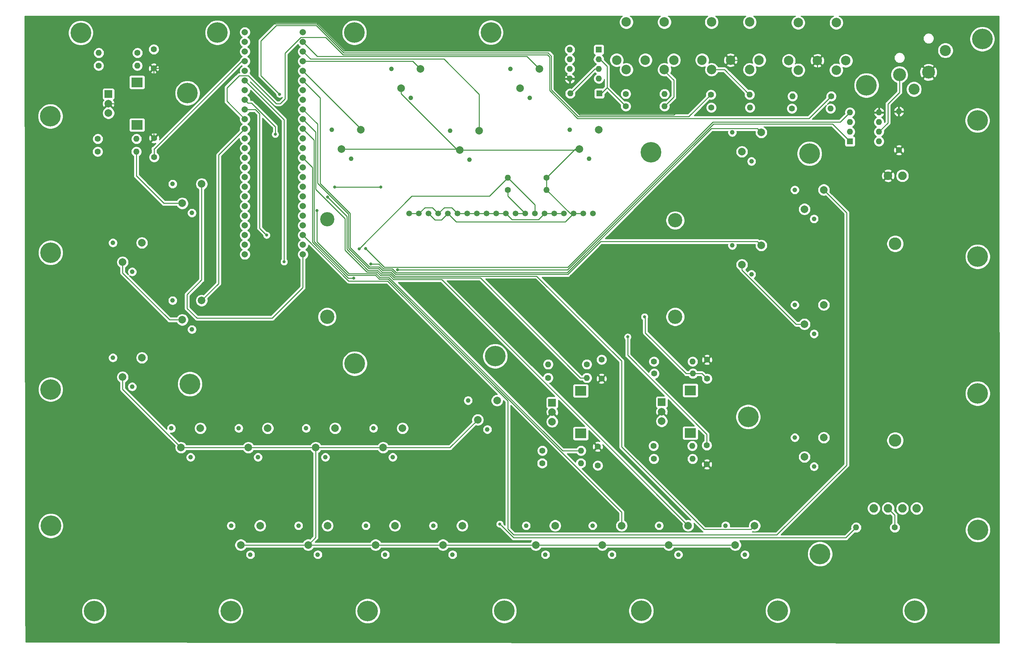
<source format=gbl>
%TF.GenerationSoftware,KiCad,Pcbnew,(5.1.9)-1*%
%TF.CreationDate,2021-06-28T23:03:33+02:00*%
%TF.ProjectId,PiccoloBlack2021_june9_v7avecMasse,50696363-6f6c-46f4-926c-61636b323032,rev?*%
%TF.SameCoordinates,Original*%
%TF.FileFunction,Copper,L2,Bot*%
%TF.FilePolarity,Positive*%
%FSLAX46Y46*%
G04 Gerber Fmt 4.6, Leading zero omitted, Abs format (unit mm)*
G04 Created by KiCad (PCBNEW (5.1.9)-1) date 2021-06-28 23:03:33*
%MOMM*%
%LPD*%
G01*
G04 APERTURE LIST*
%TA.AperFunction,ComponentPad*%
%ADD10C,5.400000*%
%TD*%
%TA.AperFunction,ComponentPad*%
%ADD11C,3.400000*%
%TD*%
%TA.AperFunction,ComponentPad*%
%ADD12C,2.900000*%
%TD*%
%TA.AperFunction,ComponentPad*%
%ADD13C,3.750000*%
%TD*%
%TA.AperFunction,ComponentPad*%
%ADD14C,1.500000*%
%TD*%
%TA.AperFunction,ComponentPad*%
%ADD15C,1.219200*%
%TD*%
%TA.AperFunction,ComponentPad*%
%ADD16C,1.998980*%
%TD*%
%TA.AperFunction,WasherPad*%
%ADD17C,2.499360*%
%TD*%
%TA.AperFunction,ComponentPad*%
%ADD18C,2.499360*%
%TD*%
%TA.AperFunction,ComponentPad*%
%ADD19O,1.600000X1.600000*%
%TD*%
%TA.AperFunction,ComponentPad*%
%ADD20R,1.600000X1.600000*%
%TD*%
%TA.AperFunction,ComponentPad*%
%ADD21R,2.000000X2.000000*%
%TD*%
%TA.AperFunction,ComponentPad*%
%ADD22C,2.000000*%
%TD*%
%TA.AperFunction,ComponentPad*%
%ADD23R,3.000000X2.500000*%
%TD*%
%TA.AperFunction,ComponentPad*%
%ADD24C,2.250000*%
%TD*%
%TA.AperFunction,ComponentPad*%
%ADD25C,3.300000*%
%TD*%
%TA.AperFunction,ComponentPad*%
%ADD26C,1.600000*%
%TD*%
%TA.AperFunction,ComponentPad*%
%ADD27C,1.665000*%
%TD*%
%TA.AperFunction,ViaPad*%
%ADD28C,0.800000*%
%TD*%
%TA.AperFunction,Conductor*%
%ADD29C,0.250000*%
%TD*%
%TA.AperFunction,Conductor*%
%ADD30C,0.254000*%
%TD*%
%TA.AperFunction,Conductor*%
%ADD31C,0.100000*%
%TD*%
G04 APERTURE END LIST*
D10*
%TO.P,REF\u002A\u002A,1*%
%TO.N,N/C*%
X263042400Y-57912000D03*
%TD*%
D11*
%TO.P,DMX_connector1,1*%
%TO.N,GND*%
X279349200Y-54457600D03*
%TO.P,DMX_connector1,2*%
%TO.N,Net-(DMX_connector1-Pad2)*%
X271729200Y-55092600D03*
D12*
%TO.P,DMX_connector1,3*%
%TO.N,Net-(DMX_connector1-Pad3)*%
X275539200Y-58907600D03*
%TO.P,DMX_connector1,G*%
%TO.N,N/C*%
X283789200Y-48737600D03*
%TD*%
D10*
%TO.P,REF\u002A\u002A,1*%
%TO.N,N/C*%
X292303200Y-174802800D03*
%TD*%
%TO.P,REF\u002A\u002A,1*%
%TO.N,N/C*%
X292252400Y-138938000D03*
%TD*%
%TO.P,REF\u002A\u002A,1*%
%TO.N,N/C*%
X292201600Y-67106800D03*
%TD*%
%TO.P,REF\u002A\u002A,1*%
%TO.N,N/C*%
X292252400Y-102971600D03*
%TD*%
%TO.P,REF\u002A\u002A,1*%
%TO.N,N/C*%
X48869600Y-173736000D03*
%TD*%
%TO.P,REF\u002A\u002A,1*%
%TO.N,N/C*%
X48818800Y-137871200D03*
%TD*%
%TO.P,REF\u002A\u002A,1*%
%TO.N,N/C*%
X48768000Y-66040000D03*
%TD*%
%TO.P,REF\u002A\u002A,1*%
%TO.N,N/C*%
X48818800Y-101904800D03*
%TD*%
%TO.P,REF\u002A\u002A,1*%
%TO.N,N/C*%
X56743600Y-44094400D03*
%TD*%
%TO.P,REF\u002A\u002A,1*%
%TO.N,N/C*%
X92608400Y-44043600D03*
%TD*%
%TO.P,REF\u002A\u002A,1*%
%TO.N,N/C*%
X248107200Y-75844400D03*
%TD*%
%TO.P,REF\u002A\u002A,1*%
%TO.N,N/C*%
X164439600Y-43992800D03*
%TD*%
%TO.P,REF\u002A\u002A,1*%
%TO.N,N/C*%
X206502000Y-75539600D03*
%TD*%
%TO.P,REF\u002A\u002A,1*%
%TO.N,N/C*%
X128574800Y-44043600D03*
%TD*%
%TO.P,REF\u002A\u002A,1*%
%TO.N,N/C*%
X239776000Y-196037200D03*
%TD*%
%TO.P,REF\u002A\u002A,1*%
%TO.N,N/C*%
X275742400Y-196037200D03*
%TD*%
%TO.P,REF\u002A\u002A,1*%
%TO.N,N/C*%
X167944800Y-196088000D03*
%TD*%
%TO.P,REF\u002A\u002A,1*%
%TO.N,N/C*%
X203911200Y-196088000D03*
%TD*%
%TO.P,REF\u002A\u002A,1*%
%TO.N,N/C*%
X132080000Y-196138800D03*
%TD*%
%TO.P,REF\u002A\u002A,1*%
%TO.N,N/C*%
X293471600Y-45720000D03*
%TD*%
%TO.P,REF\u002A\u002A,1*%
%TO.N,N/C*%
X250850400Y-181152800D03*
%TD*%
%TO.P,REF\u002A\u002A,1*%
%TO.N,N/C*%
X96113600Y-196138800D03*
%TD*%
%TO.P,REF\u002A\u002A,1*%
%TO.N,N/C*%
X128676400Y-131064000D03*
%TD*%
%TO.P,REF\u002A\u002A,1*%
%TO.N,N/C*%
X60248800Y-196189600D03*
%TD*%
%TO.P,REF\u002A\u002A,1*%
%TO.N,N/C*%
X165557200Y-129133600D03*
%TD*%
%TO.P,REF\u002A\u002A,1*%
%TO.N,N/C*%
X232003600Y-145084800D03*
%TD*%
%TO.P,REF\u002A\u002A,1*%
%TO.N,N/C*%
X84734400Y-59944000D03*
%TD*%
%TO.P,REF\u002A\u002A,1*%
%TO.N,N/C*%
X85394800Y-136448800D03*
%TD*%
D13*
%TO.P,ECRAN_OLED4x20,MH4*%
%TO.N,Net-(ECRAN_OLED4x20-PadMH4)*%
X212832000Y-93414000D03*
%TO.P,ECRAN_OLED4x20,MH3*%
%TO.N,Net-(ECRAN_OLED4x20-PadMH3)*%
X212832000Y-118774000D03*
%TO.P,ECRAN_OLED4x20,MH2*%
%TO.N,Net-(ECRAN_OLED4x20-PadMH2)*%
X121432000Y-118774000D03*
%TO.P,ECRAN_OLED4x20,MH1*%
%TO.N,Net-(ECRAN_OLED4x20-PadMH1)*%
X121432000Y-93114000D03*
D14*
%TO.P,ECRAN_OLED4x20,20*%
%TO.N,Net-(ECRAN_OLED4x20-Pad1)*%
X143002000Y-91614000D03*
%TO.P,ECRAN_OLED4x20,19*%
X145542000Y-91614000D03*
%TO.P,ECRAN_OLED4x20,18*%
%TO.N,Net-(ALT1-Pad2)*%
X148082000Y-91614000D03*
%TO.P,ECRAN_OLED4x20,17*%
%TO.N,Net-(ECRAN_OLED4x20-Pad1)*%
X150622000Y-91614000D03*
%TO.P,ECRAN_OLED4x20,16*%
%TO.N,Net-(ALT1-Pad2)*%
X153162000Y-91614000D03*
%TO.P,ECRAN_OLED4x20,15*%
%TO.N,Net-(ECRAN_OLED4x20-Pad1)*%
X155702000Y-91614000D03*
%TO.P,ECRAN_OLED4x20,14*%
X158242000Y-91614000D03*
%TO.P,ECRAN_OLED4x20,13*%
X160782000Y-91614000D03*
%TO.P,ECRAN_OLED4x20,12*%
X163322000Y-91614000D03*
%TO.P,ECRAN_OLED4x20,11*%
X165862000Y-91614000D03*
%TO.P,ECRAN_OLED4x20,10*%
X168402000Y-91614000D03*
%TO.P,ECRAN_OLED4x20,9*%
%TO.N,Net-(ECRAN_OLED4x20-Pad8)*%
X170942000Y-91614000D03*
%TO.P,ECRAN_OLED4x20,8*%
X173482000Y-91614000D03*
%TO.P,ECRAN_OLED4x20,7*%
%TO.N,Net-(ECRAN_OLED4x20-Pad7)*%
X176022000Y-91614000D03*
%TO.P,ECRAN_OLED4x20,6*%
%TO.N,Net-(ECRAN_OLED4x20-Pad1)*%
X178562000Y-91614000D03*
%TO.P,ECRAN_OLED4x20,5*%
X181102000Y-91614000D03*
%TO.P,ECRAN_OLED4x20,4*%
X183642000Y-91614000D03*
%TO.P,ECRAN_OLED4x20,3*%
%TO.N,Net-(ALT1-Pad2)*%
X186182000Y-91614000D03*
%TO.P,ECRAN_OLED4x20,2*%
X188722000Y-91614000D03*
%TO.P,ECRAN_OLED4x20,1*%
%TO.N,Net-(ECRAN_OLED4x20-Pad1)*%
X191262000Y-91614000D03*
%TD*%
D15*
%TO.P,DEL1,*%
%TO.N,*%
X244233700Y-85394800D03*
X249293380Y-93014800D03*
D16*
%TO.P,DEL1,2*%
%TO.N,Net-(ALT1-Pad2)*%
X246773700Y-90474800D03*
%TO.P,DEL1,1*%
%TO.N,Net-(DEL1-Pad1)*%
X251853700Y-85394800D03*
%TD*%
D15*
%TO.P,UNDO1,*%
%TO.N,*%
X244233700Y-115633500D03*
X249293380Y-123253500D03*
D16*
%TO.P,UNDO1,2*%
%TO.N,Net-(ALT1-Pad2)*%
X246773700Y-120713500D03*
%TO.P,UNDO1,1*%
%TO.N,Net-(TEENSY1-Pad6)*%
X251853700Y-115633500D03*
%TD*%
D15*
%TO.P,TAP1,*%
%TO.N,*%
X227812600Y-99987100D03*
X232872280Y-107607100D03*
D16*
%TO.P,TAP1,2*%
%TO.N,Net-(ALT1-Pad2)*%
X230352600Y-105067100D03*
%TO.P,TAP1,1*%
%TO.N,Net-(TAP1-Pad1)*%
X235432600Y-99987100D03*
%TD*%
D15*
%TO.P,SHIFT1,*%
%TO.N,*%
X80860900Y-83845400D03*
X85920580Y-91465400D03*
D16*
%TO.P,SHIFT1,2*%
%TO.N,Net-(ALT1-Pad2)*%
X83400900Y-88925400D03*
%TO.P,SHIFT1,1*%
%TO.N,Net-(SHIFT1-Pad1)*%
X88480900Y-83845400D03*
%TD*%
D15*
%TO.P,SAVE1,*%
%TO.N,*%
X169545000Y-53594000D03*
X174604680Y-61214000D03*
D16*
%TO.P,SAVE1,2*%
%TO.N,Net-(ALT1-Pad2)*%
X172085000Y-58674000D03*
%TO.P,SAVE1,1*%
%TO.N,Net-(SAVE1-Pad1)*%
X177165000Y-53594000D03*
%TD*%
D15*
%TO.P,PAD8,*%
%TO.N,*%
X226064645Y-173697900D03*
X231124325Y-181317900D03*
D16*
%TO.P,PAD8,2*%
%TO.N,Net-(ALT1-Pad2)*%
X228604645Y-178777900D03*
%TO.P,PAD8,1*%
%TO.N,Net-(PAD8-Pad1)*%
X233684645Y-173697900D03*
%TD*%
D15*
%TO.P,PAD7,*%
%TO.N,*%
X208604830Y-173697900D03*
X213664510Y-181317900D03*
D16*
%TO.P,PAD7,2*%
%TO.N,Net-(ALT1-Pad2)*%
X211144830Y-178777900D03*
%TO.P,PAD7,1*%
%TO.N,Net-(PAD7-Pad1)*%
X216224830Y-173697900D03*
%TD*%
D15*
%TO.P,PAD6,*%
%TO.N,*%
X191145015Y-173697900D03*
X196204695Y-181317900D03*
D16*
%TO.P,PAD6,2*%
%TO.N,Net-(ALT1-Pad2)*%
X193685015Y-178777900D03*
%TO.P,PAD6,1*%
%TO.N,Net-(PAD6-Pad1)*%
X198765015Y-173697900D03*
%TD*%
D15*
%TO.P,PAD5,*%
%TO.N,*%
X173685200Y-173697900D03*
X178744880Y-181317900D03*
D16*
%TO.P,PAD5,2*%
%TO.N,Net-(ALT1-Pad2)*%
X176225200Y-178777900D03*
%TO.P,PAD5,1*%
%TO.N,Net-(PAD5-Pad1)*%
X181305200Y-173697900D03*
%TD*%
D15*
%TO.P,PAD4,*%
%TO.N,*%
X149301200Y-173697900D03*
X154360880Y-181317900D03*
D16*
%TO.P,PAD4,2*%
%TO.N,Net-(ALT1-Pad2)*%
X151841200Y-178777900D03*
%TO.P,PAD4,1*%
%TO.N,Net-(PAD4-Pad1)*%
X156921200Y-173697900D03*
%TD*%
D15*
%TO.P,PAD3,*%
%TO.N,*%
X131605866Y-173697900D03*
X136665546Y-181317900D03*
D16*
%TO.P,PAD3,2*%
%TO.N,Net-(ALT1-Pad2)*%
X134145866Y-178777900D03*
%TO.P,PAD3,1*%
%TO.N,Net-(PAD3-Pad1)*%
X139225866Y-173697900D03*
%TD*%
D15*
%TO.P,PAD2,*%
%TO.N,*%
X113910533Y-173697900D03*
X118970213Y-181317900D03*
D16*
%TO.P,PAD2,2*%
%TO.N,Net-(ALT1-Pad2)*%
X116450533Y-178777900D03*
%TO.P,PAD2,1*%
%TO.N,Net-(PAD2-Pad1)*%
X121530533Y-173697900D03*
%TD*%
D15*
%TO.P,PAD1,*%
%TO.N,*%
X96215200Y-173697900D03*
X101274880Y-181317900D03*
D16*
%TO.P,PAD1,2*%
%TO.N,Net-(ALT1-Pad2)*%
X98755200Y-178777900D03*
%TO.P,PAD1,1*%
%TO.N,Net-(PAD1-Pad1)*%
X103835200Y-173697900D03*
%TD*%
D15*
%TO.P,OK1,*%
%TO.N,*%
X244233700Y-150533100D03*
X249293380Y-158153100D03*
D16*
%TO.P,OK1,2*%
%TO.N,Net-(ALT1-Pad2)*%
X246773700Y-155613100D03*
%TO.P,OK1,1*%
%TO.N,Net-(OK1-Pad1)*%
X251853700Y-150533100D03*
%TD*%
D15*
%TO.P,MUTE1,*%
%TO.N,*%
X65176400Y-129540000D03*
X70236080Y-137160000D03*
D16*
%TO.P,MUTE1,2*%
%TO.N,Net-(ALT1-Pad2)*%
X67716400Y-134620000D03*
%TO.P,MUTE1,1*%
%TO.N,Net-(MUTE1-Pad1)*%
X72796400Y-129540000D03*
%TD*%
D17*
%TO.P,MIDI_OUT2,*%
%TO.N,*%
X245137940Y-41414700D03*
X255140460Y-41414700D03*
D18*
%TO.P,MIDI_OUT2,5*%
%TO.N,Net-(MIDI_OUT2-Pad5)*%
X245143020Y-53911500D03*
%TO.P,MIDI_OUT2,1*%
%TO.N,Net-(MIDI_OUT2-Pad1)*%
X257637280Y-51409600D03*
%TO.P,MIDI_OUT2,2*%
%TO.N,GND*%
X250139200Y-51412140D03*
%TO.P,MIDI_OUT2,4*%
%TO.N,Net-(MIDI_OUT2-Pad4)*%
X255135380Y-53911500D03*
%TO.P,MIDI_OUT2,3*%
%TO.N,Net-(MIDI_OUT2-Pad3)*%
X242641120Y-51409600D03*
%TD*%
D17*
%TO.P,MIDI_OUT1,*%
%TO.N,*%
X222379540Y-41262300D03*
X232382060Y-41262300D03*
D18*
%TO.P,MIDI_OUT1,5*%
%TO.N,Net-(MIDI_OUT1-Pad5)*%
X222384620Y-53759100D03*
%TO.P,MIDI_OUT1,1*%
%TO.N,Net-(MIDI_OUT1-Pad1)*%
X234878880Y-51257200D03*
%TO.P,MIDI_OUT1,2*%
%TO.N,GND*%
X227380800Y-51259740D03*
%TO.P,MIDI_OUT1,4*%
%TO.N,Net-(MIDI_OUT1-Pad4)*%
X232376980Y-53759100D03*
%TO.P,MIDI_OUT1,3*%
%TO.N,Net-(MIDI_OUT1-Pad3)*%
X219882720Y-51257200D03*
%TD*%
D17*
%TO.P,MIDI_IN1,*%
%TO.N,*%
X199976740Y-41262300D03*
X209979260Y-41262300D03*
D18*
%TO.P,MIDI_IN1,5*%
%TO.N,Net-(D1-Pad2)*%
X199981820Y-53759100D03*
%TO.P,MIDI_IN1,1*%
%TO.N,Net-(MIDI_IN1-Pad1)*%
X212476080Y-51257200D03*
%TO.P,MIDI_IN1,2*%
%TO.N,Net-(MIDI_IN1-Pad2)*%
X204978000Y-51259740D03*
%TO.P,MIDI_IN1,4*%
%TO.N,Net-(MIDI_IN1-Pad4)*%
X209974180Y-53759100D03*
%TO.P,MIDI_IN1,3*%
%TO.N,Net-(MIDI_IN1-Pad3)*%
X197479920Y-51257200D03*
%TD*%
D15*
%TO.P,MEMORY1,*%
%TO.N,*%
X122682000Y-69596000D03*
X127741680Y-77216000D03*
D16*
%TO.P,MEMORY1,2*%
%TO.N,Net-(ALT1-Pad2)*%
X125222000Y-74676000D03*
%TO.P,MEMORY1,1*%
%TO.N,Net-(MEMORY1-Pad1)*%
X130302000Y-69596000D03*
%TD*%
D15*
%TO.P,LAYER4,*%
%TO.N,*%
X133604000Y-148082000D03*
X138663680Y-155702000D03*
D16*
%TO.P,LAYER4,2*%
%TO.N,Net-(ALT1-Pad2)*%
X136144000Y-153162000D03*
%TO.P,LAYER4,1*%
%TO.N,Net-(LAYER4-Pad1)*%
X141224000Y-148082000D03*
%TD*%
D15*
%TO.P,LAYER3,*%
%TO.N,*%
X115908666Y-148082000D03*
X120968346Y-155702000D03*
D16*
%TO.P,LAYER3,2*%
%TO.N,Net-(ALT1-Pad2)*%
X118448666Y-153162000D03*
%TO.P,LAYER3,1*%
%TO.N,Net-(LAYER3-Pad1)*%
X123528666Y-148082000D03*
%TD*%
D15*
%TO.P,LAYER2,*%
%TO.N,*%
X98213333Y-148082000D03*
X103273013Y-155702000D03*
D16*
%TO.P,LAYER2,2*%
%TO.N,Net-(ALT1-Pad2)*%
X100753333Y-153162000D03*
%TO.P,LAYER2,1*%
%TO.N,Net-(LAYER2-Pad1)*%
X105833333Y-148082000D03*
%TD*%
D15*
%TO.P,LAYER1,*%
%TO.N,*%
X80518000Y-148082000D03*
X85577680Y-155702000D03*
D16*
%TO.P,LAYER1,2*%
%TO.N,Net-(ALT1-Pad2)*%
X83058000Y-153162000D03*
%TO.P,LAYER1,1*%
%TO.N,Net-(LAYER1-Pad1)*%
X88138000Y-148082000D03*
%TD*%
D15*
%TO.P,KARAKT1,*%
%TO.N,*%
X138303000Y-53594000D03*
X143362680Y-61214000D03*
D16*
%TO.P,KARAKT1,2*%
%TO.N,Net-(ALT1-Pad2)*%
X140843000Y-58674000D03*
%TO.P,KARAKT1,1*%
%TO.N,Net-(KARAKT1-Pad1)*%
X145923000Y-53594000D03*
%TD*%
D15*
%TO.P,JUMP1,*%
%TO.N,*%
X158445200Y-140779500D03*
X163504880Y-148399500D03*
D16*
%TO.P,JUMP1,2*%
%TO.N,Net-(ALT1-Pad2)*%
X160985200Y-145859500D03*
%TO.P,JUMP1,1*%
%TO.N,Net-(JUMP1-Pad1)*%
X166065200Y-140779500D03*
%TD*%
D19*
%TO.P,J1,8*%
%TO.N,Net-(ALT1-Pad2)*%
X185166000Y-48514000D03*
%TO.P,J1,4*%
%TO.N,Net-(J1-Pad4)*%
X192786000Y-56134000D03*
%TO.P,J1,7*%
%TO.N,Net-(J1-Pad7)*%
X185166000Y-51054000D03*
%TO.P,J1,3*%
%TO.N,Net-(D1-Pad2)*%
X192786000Y-53594000D03*
%TO.P,J1,6*%
%TO.N,Net-(J1-Pad6)*%
X185166000Y-53594000D03*
%TO.P,J1,2*%
%TO.N,Net-(D1-Pad1)*%
X192786000Y-51054000D03*
%TO.P,J1,5*%
%TO.N,GND*%
X185166000Y-56134000D03*
D20*
%TO.P,J1,1*%
%TO.N,Net-(J1-Pad1)*%
X192786000Y-48514000D03*
%TD*%
D19*
%TO.P,D1,2*%
%TO.N,Net-(D1-Pad2)*%
X185267600Y-60045600D03*
D20*
%TO.P,D1,1*%
%TO.N,Net-(D1-Pad1)*%
X192887600Y-60045600D03*
%TD*%
D15*
%TO.P,CTRL1,*%
%TO.N,*%
X80860900Y-114477800D03*
X85920580Y-122097800D03*
D16*
%TO.P,CTRL1,2*%
%TO.N,Net-(ALT1-Pad2)*%
X83400900Y-119557800D03*
%TO.P,CTRL1,1*%
%TO.N,Net-(CTRL1-Pad1)*%
X88480900Y-114477800D03*
%TD*%
D15*
%TO.P,ALT1,*%
%TO.N,*%
X65176400Y-99314000D03*
X70236080Y-106934000D03*
D16*
%TO.P,ALT1,2*%
%TO.N,Net-(ALT1-Pad2)*%
X67716400Y-104394000D03*
%TO.P,ALT1,1*%
%TO.N,Net-(ALT1-Pad1)*%
X72796400Y-99314000D03*
%TD*%
D21*
%TO.P,ROT_LEFT1,A*%
%TO.N,Net-(RLeft1-Pad1)*%
X180517800Y-141363700D03*
D22*
%TO.P,ROT_LEFT1,C*%
%TO.N,GND*%
X180517800Y-143863700D03*
%TO.P,ROT_LEFT1,B*%
%TO.N,Net-(RLeft2-Pad1)*%
X180517800Y-146363700D03*
D23*
%TO.P,ROT_LEFT1,MP*%
%TO.N,N/C*%
X188017800Y-138263700D03*
X188017800Y-149463700D03*
%TD*%
%TO.P,ROT_RIGHT1,MP*%
%TO.N,N/C*%
X216796000Y-149324000D03*
X216796000Y-138124000D03*
D22*
%TO.P,ROT_RIGHT1,B*%
%TO.N,Net-(ROT_RIGHT1-PadB)*%
X209296000Y-146224000D03*
%TO.P,ROT_RIGHT1,C*%
%TO.N,GND*%
X209296000Y-143724000D03*
D21*
%TO.P,ROT_RIGHT1,A*%
%TO.N,Net-(ROT_RIGHT1-PadA)*%
X209296000Y-141224000D03*
%TD*%
D23*
%TO.P,ROT_TOP1,MP*%
%TO.N,N/C*%
X71508000Y-68298000D03*
X71508000Y-57098000D03*
D22*
%TO.P,ROT_TOP1,B*%
%TO.N,Net-(ROT_TOP1-PadB)*%
X64008000Y-65198000D03*
%TO.P,ROT_TOP1,C*%
%TO.N,GND*%
X64008000Y-62698000D03*
D21*
%TO.P,ROT_TOP1,A*%
%TO.N,Net-(ROT_TOP1-PadA)*%
X64008000Y-60198000D03*
%TD*%
D24*
%TO.P,Slide_Potentiometer1,1*%
%TO.N,Net-(ALT1-Pad2)*%
X268732000Y-169164000D03*
%TO.P,Slide_Potentiometer1,2*%
%TO.N,Net-(Slide_Potentiometer1-Pad2)*%
X272482000Y-169164000D03*
%TO.P,Slide_Potentiometer1,3*%
%TO.N,Net-(RSlide1-Pad2)*%
X264982000Y-169164000D03*
%TO.P,Slide_Potentiometer1,4*%
%TO.N,Net-(Slide_Potentiometer1-Pad4)*%
X276232000Y-169164000D03*
%TO.P,Slide_Potentiometer1,5*%
%TO.N,GND*%
X268732000Y-81664000D03*
%TO.P,Slide_Potentiometer1,6*%
%TO.N,Net-(Slide_Potentiometer1-Pad6)*%
X272482000Y-81664000D03*
D25*
%TO.P,Slide_Potentiometer1,MH1*%
%TO.N,Net-(Slide_Potentiometer1-PadMH1)*%
X270607000Y-99564000D03*
%TO.P,Slide_Potentiometer1,MH2*%
%TO.N,Net-(Slide_Potentiometer1-PadMH2)*%
X270607000Y-151264000D03*
%TD*%
D20*
%TO.P,U1,1*%
%TO.N,Net-(TEENSY1-Pad28)*%
X258724400Y-72644000D03*
D19*
%TO.P,U1,5*%
%TO.N,GND*%
X266344400Y-65024000D03*
%TO.P,U1,2*%
%TO.N,Net-(ALT1-Pad2)*%
X258724400Y-70104000D03*
%TO.P,U1,6*%
%TO.N,Net-(DMX_connector1-Pad3)*%
X266344400Y-67564000D03*
%TO.P,U1,3*%
%TO.N,Net-(ALT1-Pad2)*%
X258724400Y-67564000D03*
%TO.P,U1,7*%
%TO.N,Net-(DMX_connector1-Pad2)*%
X266344400Y-70104000D03*
%TO.P,U1,4*%
%TO.N,Net-(TEENSY1-Pad29)*%
X258724400Y-65024000D03*
%TO.P,U1,8*%
%TO.N,Net-(ALT1-Pad2)*%
X266344400Y-72644000D03*
%TD*%
D16*
%TO.P,DUP1,1*%
%TO.N,Net-(DUP1-Pad1)*%
X235432600Y-70269100D03*
%TO.P,DUP1,2*%
%TO.N,Net-(ALT1-Pad2)*%
X230352600Y-75349100D03*
D15*
%TO.P,DUP1,*%
%TO.N,*%
X232872280Y-77889100D03*
X227812600Y-70269100D03*
%TD*%
%TO.P,DUP2,*%
%TO.N,*%
X185166000Y-69596000D03*
X190225680Y-77216000D03*
D16*
%TO.P,DUP2,2*%
%TO.N,Net-(ALT1-Pad2)*%
X187706000Y-74676000D03*
%TO.P,DUP2,1*%
%TO.N,Net-(DUP2-Pad1)*%
X192786000Y-69596000D03*
%TD*%
%TO.P,LOAD1,1*%
%TO.N,Net-(LOAD1-Pad1)*%
X161340800Y-69850000D03*
%TO.P,LOAD1,2*%
%TO.N,Net-(ALT1-Pad2)*%
X156260800Y-74930000D03*
D15*
%TO.P,LOAD1,*%
%TO.N,*%
X158780480Y-77470000D03*
X153720800Y-69850000D03*
%TD*%
D19*
%TO.P,RLeft1,2*%
%TO.N,Net-(CLeft1-Pad2)*%
X189636400Y-134823200D03*
D26*
%TO.P,RLeft1,1*%
%TO.N,Net-(RLeft1-Pad1)*%
X179476400Y-134823200D03*
%TD*%
D19*
%TO.P,RLeft2,2*%
%TO.N,Net-(CLeft2-Pad2)*%
X188112400Y-153974800D03*
D26*
%TO.P,RLeft2,1*%
%TO.N,Net-(RLeft2-Pad1)*%
X177952400Y-153974800D03*
%TD*%
D19*
%TO.P,RLeft3,2*%
%TO.N,Net-(RLeft1-Pad1)*%
X179476400Y-131267200D03*
D26*
%TO.P,RLeft3,1*%
%TO.N,Net-(ALT1-Pad2)*%
X189636400Y-131267200D03*
%TD*%
%TO.P,RLeft4,1*%
%TO.N,Net-(RLeft2-Pad1)*%
X177901600Y-157276800D03*
D19*
%TO.P,RLeft4,2*%
%TO.N,Net-(ALT1-Pad2)*%
X188061600Y-157276800D03*
%TD*%
%TO.P,RMidiIn1,2*%
%TO.N,Net-(MIDI_IN1-Pad4)*%
X210007200Y-63398400D03*
D26*
%TO.P,RMidiIn1,1*%
%TO.N,Net-(D1-Pad1)*%
X199847200Y-63398400D03*
%TD*%
%TO.P,RMIdiIn270,1*%
%TO.N,Net-(J1-Pad6)*%
X199847200Y-60147200D03*
D19*
%TO.P,RMIdiIn270,2*%
%TO.N,Net-(ALT1-Pad2)*%
X210007200Y-60147200D03*
%TD*%
D26*
%TO.P,RMidiOut3,1*%
%TO.N,Net-(ALT1-Pad2)*%
X243484400Y-64008000D03*
D19*
%TO.P,RMidiOut3,2*%
%TO.N,Net-(MIDI_OUT2-Pad4)*%
X253644400Y-64008000D03*
%TD*%
%TO.P,RMidiOut4,2*%
%TO.N,Net-(MIDI_OUT2-Pad5)*%
X243636800Y-60756800D03*
D26*
%TO.P,RMidiOut4,1*%
%TO.N,Net-(RMidiOut4-Pad1)*%
X253796800Y-60756800D03*
%TD*%
D19*
%TO.P,ROled1,2*%
%TO.N,Net-(ECRAN_OLED4x20-Pad7)*%
X168910000Y-82194400D03*
D26*
%TO.P,ROled1,1*%
%TO.N,Net-(ALT1-Pad2)*%
X179070000Y-82194400D03*
%TD*%
%TO.P,ROled2,1*%
%TO.N,Net-(ECRAN_OLED4x20-Pad8)*%
X168910000Y-85394800D03*
D19*
%TO.P,ROled2,2*%
%TO.N,Net-(ALT1-Pad2)*%
X179070000Y-85394800D03*
%TD*%
%TO.P,RRotRight1,2*%
%TO.N,Net-(CRight1-Pad2)*%
X217474800Y-133705600D03*
D26*
%TO.P,RRotRight1,1*%
%TO.N,Net-(ROT_RIGHT1-PadA)*%
X207314800Y-133705600D03*
%TD*%
%TO.P,RRotRight2,1*%
%TO.N,Net-(ROT_RIGHT1-PadB)*%
X207162400Y-152704800D03*
D19*
%TO.P,RRotRight2,2*%
%TO.N,Net-(CRight2-Pad2)*%
X217322400Y-152704800D03*
%TD*%
%TO.P,RRotRight3,2*%
%TO.N,Net-(ROT_RIGHT1-PadA)*%
X217424000Y-130556000D03*
D26*
%TO.P,RRotRight3,1*%
%TO.N,Net-(ALT1-Pad2)*%
X207264000Y-130556000D03*
%TD*%
%TO.P,RRotRight4,1*%
%TO.N,Net-(ROT_RIGHT1-PadB)*%
X207213200Y-156146500D03*
D19*
%TO.P,RRotRight4,2*%
%TO.N,Net-(ALT1-Pad2)*%
X217373200Y-156146500D03*
%TD*%
%TO.P,RSlide1,2*%
%TO.N,Net-(RSlide1-Pad2)*%
X260350000Y-174180500D03*
D26*
%TO.P,RSlide1,1*%
%TO.N,Net-(ALT1-Pad2)*%
X270510000Y-174180500D03*
%TD*%
%TO.P,RTop1,1*%
%TO.N,Net-(ROT_TOP1-PadA)*%
X61417200Y-52717700D03*
D19*
%TO.P,RTop1,2*%
%TO.N,Net-(CTop1-Pad2)*%
X71577200Y-52717700D03*
%TD*%
D26*
%TO.P,RTop2,1*%
%TO.N,Net-(ROT_TOP1-PadB)*%
X61214000Y-71983600D03*
D19*
%TO.P,RTop2,2*%
%TO.N,Net-(CTop2-Pad2)*%
X71374000Y-71983600D03*
%TD*%
D26*
%TO.P,RTop3,1*%
%TO.N,Net-(ALT1-Pad2)*%
X71628000Y-49377600D03*
D19*
%TO.P,RTop3,2*%
%TO.N,Net-(ROT_TOP1-PadA)*%
X61468000Y-49377600D03*
%TD*%
%TO.P,RTop4,2*%
%TO.N,Net-(ALT1-Pad2)*%
X71323200Y-75336400D03*
D26*
%TO.P,RTop4,1*%
%TO.N,Net-(ROT_TOP1-PadB)*%
X61163200Y-75336400D03*
%TD*%
D27*
%TO.P,TEENSY1,1*%
%TO.N,Net-(LOAD1-Pad1)*%
X115062000Y-49022000D03*
%TO.P,TEENSY1,2*%
%TO.N,Net-(KARAKT1-Pad1)*%
X115062000Y-51562000D03*
%TO.P,TEENSY1,3*%
%TO.N,Net-(MEMORY1-Pad1)*%
X115062000Y-54102000D03*
%TO.P,TEENSY1,4*%
%TO.N,Net-(TAP1-Pad1)*%
X115062000Y-56642000D03*
%TO.P,TEENSY1,5*%
%TO.N,Net-(OK1-Pad1)*%
X115062000Y-59182000D03*
%TO.P,TEENSY1,6*%
%TO.N,Net-(TEENSY1-Pad6)*%
X115062000Y-61722000D03*
%TO.P,TEENSY1,7*%
%TO.N,Net-(PAD8-Pad1)*%
X115062000Y-64262000D03*
%TO.P,TEENSY1,8*%
%TO.N,Net-(PAD7-Pad1)*%
X115062000Y-66802000D03*
%TO.P,TEENSY1,9*%
%TO.N,Net-(PAD6-Pad1)*%
X115062000Y-69342000D03*
%TO.P,TEENSY1,10*%
%TO.N,Net-(PAD5-Pad1)*%
X115062000Y-71882000D03*
%TO.P,TEENSY1,11*%
%TO.N,Net-(DUP2-Pad1)*%
X115062000Y-74422000D03*
%TO.P,TEENSY1,12*%
%TO.N,Net-(DUP1-Pad1)*%
X115062000Y-76962000D03*
%TO.P,TEENSY1,13*%
%TO.N,Net-(MUTE1-Pad1)*%
X99822000Y-76962000D03*
%TO.P,TEENSY1,14*%
%TO.N,Net-(RMidiOut2-Pad1)*%
X99822000Y-74422000D03*
%TO.P,TEENSY1,15*%
%TO.N,Net-(J1-Pad6)*%
X99822000Y-71882000D03*
%TO.P,TEENSY1,16*%
%TO.N,Net-(CTRL1-Pad1)*%
X99822000Y-69342000D03*
%TO.P,TEENSY1,17*%
%TO.N,Net-(RMidiOut4-Pad1)*%
X99822000Y-66802000D03*
%TO.P,TEENSY1,18*%
%TO.N,Net-(ECRAN_OLED4x20-Pad8)*%
X99822000Y-64262000D03*
%TO.P,TEENSY1,19*%
%TO.N,Net-(ECRAN_OLED4x20-Pad7)*%
X99822000Y-61722000D03*
%TO.P,TEENSY1,20*%
%TO.N,Net-(ALT1-Pad1)*%
X99822000Y-59182000D03*
%TO.P,TEENSY1,21*%
%TO.N,Net-(RSlide1-Pad2)*%
X99822000Y-56642000D03*
%TO.P,TEENSY1,22*%
%TO.N,Net-(CTop1-Pad2)*%
X99822000Y-54102000D03*
%TO.P,TEENSY1,23*%
%TO.N,Net-(CTop2-Pad2)*%
X99822000Y-51562000D03*
%TO.P,TEENSY1,24*%
%TO.N,Net-(CRight1-Pad2)*%
X115062000Y-82042000D03*
%TO.P,TEENSY1,25*%
%TO.N,Net-(CRight2-Pad2)*%
X115062000Y-84582000D03*
%TO.P,TEENSY1,26*%
%TO.N,Net-(CLeft1-Pad2)*%
X115062000Y-87122000D03*
%TO.P,TEENSY1,27*%
%TO.N,Net-(CLeft2-Pad2)*%
X115062000Y-89662000D03*
%TO.P,TEENSY1,28*%
%TO.N,Net-(TEENSY1-Pad28)*%
X115062000Y-92202000D03*
%TO.P,TEENSY1,29*%
%TO.N,Net-(TEENSY1-Pad29)*%
X115062000Y-94742000D03*
%TO.P,TEENSY1,30*%
%TO.N,Net-(DEL1-Pad1)*%
X115062000Y-97282000D03*
%TO.P,TEENSY1,31*%
%TO.N,Net-(TEENSY1-Pad31)*%
X115062000Y-99822000D03*
%TO.P,TEENSY1,32*%
%TO.N,Net-(SHIFT1-Pad1)*%
X115062000Y-102362000D03*
%TO.P,TEENSY1,33*%
%TO.N,Net-(JUMP1-Pad1)*%
X99822000Y-102362000D03*
%TO.P,TEENSY1,34*%
%TO.N,Net-(PAD4-Pad1)*%
X99822000Y-99822000D03*
%TO.P,TEENSY1,35*%
%TO.N,Net-(PAD3-Pad1)*%
X99822000Y-97282000D03*
%TO.P,TEENSY1,36*%
%TO.N,Net-(PAD2-Pad1)*%
X99822000Y-94742000D03*
%TO.P,TEENSY1,37*%
%TO.N,Net-(PAD1-Pad1)*%
X99822000Y-92202000D03*
%TO.P,TEENSY1,38*%
%TO.N,Net-(LAYER4-Pad1)*%
X99822000Y-89662000D03*
%TO.P,TEENSY1,39*%
%TO.N,Net-(LAYER3-Pad1)*%
X99822000Y-87122000D03*
%TO.P,TEENSY1,40*%
%TO.N,Net-(LAYER2-Pad1)*%
X99822000Y-84582000D03*
%TO.P,TEENSY1,41*%
%TO.N,Net-(LAYER1-Pad1)*%
X99822000Y-82042000D03*
%TO.P,TEENSY1,42*%
%TO.N,Net-(ALT1-Pad2)*%
X115062000Y-79502000D03*
%TO.P,TEENSY1,53*%
%TO.N,Net-(TEENSY1-Pad53)*%
X99822000Y-49022000D03*
%TO.P,TEENSY1,55*%
%TO.N,Net-(TEENSY1-Pad55)*%
X99822000Y-43942000D03*
%TO.P,TEENSY1,57*%
%TO.N,Net-(SAVE1-Pad1)*%
X115062000Y-46482000D03*
%TO.P,TEENSY1,G1*%
%TO.N,Net-(ECRAN_OLED4x20-Pad1)*%
X99822000Y-79502000D03*
%TO.P,TEENSY1,G2*%
X99822000Y-46482000D03*
%TO.P,TEENSY1,G3*%
X115062000Y-43942000D03*
%TD*%
D26*
%TO.P,CLeft1,1*%
%TO.N,GND*%
X193497200Y-135026400D03*
%TO.P,CLeft1,2*%
%TO.N,Net-(CLeft1-Pad2)*%
X193497200Y-130026400D03*
%TD*%
%TO.P,CLeft2,2*%
%TO.N,Net-(CLeft2-Pad2)*%
X192481200Y-157908000D03*
%TO.P,CLeft2,1*%
%TO.N,GND*%
X192481200Y-152908000D03*
%TD*%
%TO.P,CRight1,1*%
%TO.N,GND*%
X221183200Y-130048000D03*
%TO.P,CRight1,2*%
%TO.N,Net-(CRight1-Pad2)*%
X221183200Y-135048000D03*
%TD*%
%TO.P,CRight2,2*%
%TO.N,Net-(CRight2-Pad2)*%
X221132400Y-152581600D03*
%TO.P,CRight2,1*%
%TO.N,GND*%
X221132400Y-157581600D03*
%TD*%
%TO.P,CTop1,2*%
%TO.N,Net-(CTop1-Pad2)*%
X75895200Y-48441600D03*
%TO.P,CTop1,1*%
%TO.N,GND*%
X75895200Y-53441600D03*
%TD*%
%TO.P,CTop2,1*%
%TO.N,GND*%
X75996800Y-71780400D03*
%TO.P,CTop2,2*%
%TO.N,Net-(CTop2-Pad2)*%
X75996800Y-76780400D03*
%TD*%
%TO.P,RMax1=10,1*%
%TO.N,GND*%
X271576800Y-74930000D03*
D19*
%TO.P,RMax1=10,2*%
X271576800Y-64770000D03*
%TD*%
D26*
%TO.P,RMidiOut1=220,1*%
%TO.N,Net-(ALT1-Pad2)*%
X222300800Y-63754000D03*
D19*
%TO.P,RMidiOut1=220,2*%
%TO.N,Net-(MIDI_OUT1-Pad4)*%
X232460800Y-63754000D03*
%TD*%
D26*
%TO.P,RMidiOut2,1*%
%TO.N,Net-(RMidiOut2-Pad1)*%
X222199200Y-60350400D03*
D19*
%TO.P,RMidiOut2,2*%
%TO.N,Net-(MIDI_OUT1-Pad5)*%
X232359200Y-60350400D03*
%TD*%
D28*
%TO.N,Net-(ECRAN_OLED4x20-Pad8)*%
X105540248Y-97304152D03*
%TO.N,Net-(ECRAN_OLED4x20-Pad7)*%
X107797600Y-70777100D03*
X129832100Y-100876100D03*
%TO.N,Net-(TEENSY1-Pad28)*%
X139962159Y-106439812D03*
%TO.N,Net-(TEENSY1-Pad29)*%
X131508500Y-100799900D03*
%TO.N,Net-(CLeft1-Pad2)*%
X121524609Y-87314189D03*
%TO.N,Net-(CLeft2-Pad2)*%
X118726221Y-90865189D03*
%TO.N,Net-(CRight1-Pad2)*%
X204774800Y-118770400D03*
X135534402Y-84632800D03*
X123444000Y-84683600D03*
%TO.N,Net-(CRight2-Pad2)*%
X200355200Y-124053600D03*
%TO.N,Net-(RMidiOut2-Pad1)*%
X108966000Y-60248800D03*
%TO.N,Net-(DUP1-Pad1)*%
X132930900Y-104915810D03*
X128378682Y-108615876D03*
%TO.N,Net-(RSlide1-Pad2)*%
X110114925Y-104311875D03*
X166776400Y-173278800D03*
%TD*%
D29*
%TO.N,Net-(ALT1-Pad2)*%
X83058000Y-153162000D02*
X100753333Y-153162000D01*
X100753333Y-153162000D02*
X118448666Y-153162000D01*
X118448666Y-153162000D02*
X136144000Y-153162000D01*
X118448666Y-176779767D02*
X116450533Y-178777900D01*
X118448666Y-153162000D02*
X118448666Y-176779767D01*
X98755200Y-178777900D02*
X116450533Y-178777900D01*
X116450533Y-178777900D02*
X134145866Y-178777900D01*
X134145866Y-178777900D02*
X151841200Y-178777900D01*
X193685015Y-178777900D02*
X211144830Y-178777900D01*
X211144830Y-178777900D02*
X228604645Y-178777900D01*
X186182000Y-91614000D02*
X188722000Y-91614000D01*
X270510000Y-170942000D02*
X268732000Y-169164000D01*
X270510000Y-174180500D02*
X270510000Y-170942000D01*
X153682700Y-153162000D02*
X160985200Y-145859500D01*
X136144000Y-153162000D02*
X153682700Y-153162000D01*
X67716400Y-137820400D02*
X67716400Y-134620000D01*
X83058000Y-153162000D02*
X67716400Y-137820400D01*
X67716400Y-107226100D02*
X67716400Y-104394000D01*
X80048100Y-119557800D02*
X67716400Y-107226100D01*
X83400900Y-119557800D02*
X80048100Y-119557800D01*
X78549500Y-88925400D02*
X83400900Y-88925400D01*
X151469100Y-93306900D02*
X153162000Y-91614000D01*
X149774900Y-93306900D02*
X151469100Y-93306900D01*
X148082000Y-91614000D02*
X149774900Y-93306900D01*
X176695100Y-178777900D02*
X193685015Y-178777900D01*
X151841200Y-178777900D02*
X176695100Y-178777900D01*
X71323200Y-75336400D02*
X71323200Y-81699100D01*
X71323200Y-81699100D02*
X71824850Y-82200750D01*
X71824850Y-82200750D02*
X78549500Y-88925400D01*
X71386700Y-81762600D02*
X71824850Y-82200750D01*
X230352600Y-106470630D02*
X230352600Y-105067100D01*
X244595470Y-120713500D02*
X230352600Y-106470630D01*
X246773700Y-120713500D02*
X244595470Y-120713500D01*
X156006800Y-74676000D02*
X156260800Y-74930000D01*
X125222000Y-74676000D02*
X156006800Y-74676000D01*
X187452000Y-74930000D02*
X187706000Y-74676000D01*
X156260800Y-74930000D02*
X187452000Y-74930000D01*
X155685508Y-74930000D02*
X156260800Y-74930000D01*
X140843000Y-60087492D02*
X155685508Y-74930000D01*
X140843000Y-58674000D02*
X140843000Y-60087492D01*
X185289200Y-91614000D02*
X186182000Y-91614000D01*
X179070000Y-85394800D02*
X185289200Y-91614000D01*
X179070000Y-85394800D02*
X179070000Y-82194400D01*
X186588400Y-74676000D02*
X187706000Y-74676000D01*
X179070000Y-82194400D02*
X186588400Y-74676000D01*
X153162000Y-91614000D02*
X155324800Y-93776800D01*
X186182000Y-91614000D02*
X184048400Y-93747600D01*
X184048400Y-93747600D02*
X184048400Y-93776800D01*
X155324800Y-93776800D02*
X184048400Y-93776800D01*
%TO.N,Net-(CTRL1-Pad1)*%
X92938600Y-110020100D02*
X88480900Y-114477800D01*
X92938600Y-76225400D02*
X92938600Y-110020100D01*
X99822000Y-69342000D02*
X92938600Y-76225400D01*
%TO.N,Net-(D1-Pad2)*%
X191719200Y-53594000D02*
X192786000Y-53594000D01*
X185267600Y-60045600D02*
X191719200Y-53594000D01*
%TO.N,Net-(D1-Pad1)*%
X192024000Y-51054000D02*
X192786000Y-51054000D01*
X199847200Y-63398400D02*
X194970400Y-58521600D01*
X194970400Y-58521600D02*
X194970400Y-52933600D01*
X193090800Y-51054000D02*
X192786000Y-51054000D01*
X194970400Y-52933600D02*
X193090800Y-51054000D01*
X193446400Y-60045600D02*
X194970400Y-58521600D01*
X192887600Y-60045600D02*
X193446400Y-60045600D01*
%TO.N,Net-(ECRAN_OLED4x20-Pad1)*%
X155702000Y-91614000D02*
X158242000Y-91614000D01*
X158242000Y-91614000D02*
X160782000Y-91614000D01*
X160782000Y-91614000D02*
X163322000Y-91614000D01*
X163322000Y-91614000D02*
X165862000Y-91614000D01*
X165862000Y-91614000D02*
X168402000Y-91614000D01*
X178562000Y-91614000D02*
X181102000Y-91614000D01*
X181102000Y-91614000D02*
X183642000Y-91614000D01*
X143002000Y-91614000D02*
X145542000Y-91614000D01*
X176945300Y-93230700D02*
X178562000Y-91614000D01*
X170018700Y-93230700D02*
X176945300Y-93230700D01*
X168402000Y-91614000D02*
X170018700Y-93230700D01*
X149051000Y-90043000D02*
X150622000Y-91614000D01*
X147113000Y-90043000D02*
X149051000Y-90043000D01*
X145542000Y-91614000D02*
X147113000Y-90043000D01*
X154131000Y-90043000D02*
X155702000Y-91614000D01*
X152193000Y-90043000D02*
X154131000Y-90043000D01*
X150622000Y-91614000D02*
X152193000Y-90043000D01*
%TO.N,Net-(ECRAN_OLED4x20-Pad8)*%
X170942000Y-91614000D02*
X173482000Y-91614000D01*
X103708200Y-65448185D02*
X103708200Y-65405000D01*
X99822000Y-64262000D02*
X102628700Y-64262000D01*
X103708200Y-65341500D02*
X103708200Y-65448185D01*
X102628700Y-64262000D02*
X103708200Y-65341500D01*
X168910000Y-87042000D02*
X173482000Y-91614000D01*
X168910000Y-85394800D02*
X168910000Y-87042000D01*
X103708200Y-95472104D02*
X105140249Y-96904153D01*
X103708200Y-65448185D02*
X103708200Y-95472104D01*
X105140249Y-96904153D02*
X105540248Y-97304152D01*
%TO.N,Net-(ECRAN_OLED4x20-Pad7)*%
X100654499Y-62554499D02*
X99822000Y-61722000D01*
X101557609Y-62554499D02*
X100654499Y-62554499D01*
X107797600Y-68794490D02*
X101557609Y-62554499D01*
X107797600Y-70777100D02*
X107797600Y-68794490D01*
X175954700Y-91614000D02*
X176022000Y-91614000D01*
X176022000Y-89306400D02*
X176022000Y-91614000D01*
X168910000Y-82194400D02*
X176022000Y-89306400D01*
X143522700Y-87185500D02*
X129832100Y-100876100D01*
X143687800Y-87020400D02*
X143522700Y-87185500D01*
X164084000Y-87020400D02*
X143687800Y-87020400D01*
X168910000Y-82194400D02*
X164084000Y-87020400D01*
%TO.N,GND*%
X183603900Y-150952200D02*
X183603900Y-146949800D01*
X184048400Y-151396700D02*
X183603900Y-150952200D01*
X183603900Y-146949800D02*
X180517800Y-143863700D01*
X189420500Y-151396700D02*
X184048400Y-151396700D01*
X75895200Y-53441600D02*
X75895200Y-61845200D01*
X190969900Y-151396700D02*
X190004700Y-151396700D01*
X192481200Y-152908000D02*
X190969900Y-151396700D01*
X190004700Y-151396700D02*
X189420500Y-151396700D01*
X190309500Y-151396700D02*
X190004700Y-151396700D01*
X221183200Y-130048000D02*
X224485200Y-133350000D01*
X224485200Y-154228800D02*
X221132400Y-157581600D01*
X224485200Y-133350000D02*
X224485200Y-154228800D01*
X75895200Y-71678800D02*
X75996800Y-71780400D01*
X75855200Y-62698000D02*
X75895200Y-62738000D01*
X74716000Y-62698000D02*
X75855200Y-62698000D01*
X75895200Y-53441600D02*
X75895200Y-62738000D01*
X75895200Y-62738000D02*
X75895200Y-71678800D01*
X64008000Y-62698000D02*
X74716000Y-62698000D01*
X74716000Y-62698000D02*
X75042400Y-62698000D01*
X181000400Y-51968400D02*
X181000400Y-50698400D01*
X185166000Y-56134000D02*
X181000400Y-51968400D01*
X181000400Y-58928000D02*
X187771178Y-65698778D01*
X216611200Y-50444400D02*
X219151200Y-47904400D01*
X224025460Y-47904400D02*
X227380800Y-51259740D01*
X181000400Y-50698400D02*
X181000400Y-58928000D01*
X212482022Y-65698778D02*
X216611200Y-61569600D01*
X219151200Y-47904400D02*
X224025460Y-47904400D01*
X216611200Y-61569600D02*
X216611200Y-50444400D01*
X187771178Y-65698778D02*
X212482022Y-65698778D01*
X227380800Y-51259740D02*
X229511860Y-51259740D01*
X229511860Y-51259740D02*
X232359200Y-48412400D01*
X247139460Y-48412400D02*
X250139200Y-51412140D01*
X232359200Y-48412400D02*
X247139460Y-48412400D01*
X87985600Y-53441600D02*
X89306400Y-52120800D01*
X86055200Y-53441600D02*
X87985600Y-53441600D01*
X89306400Y-52120800D02*
X88925400Y-52501800D01*
X75895200Y-53441600D02*
X86055200Y-53441600D01*
X86055200Y-53441600D02*
X86309200Y-53441600D01*
X99713211Y-41713989D02*
X89306400Y-52120800D01*
X118780414Y-41713989D02*
X99713211Y-41713989D01*
X125885225Y-48818800D02*
X118780414Y-41713989D01*
X181000400Y-48818800D02*
X125885225Y-48818800D01*
X181000400Y-50698400D02*
X181000400Y-48818800D01*
X262534400Y-65024000D02*
X266344400Y-65024000D01*
X256082800Y-58572400D02*
X262534400Y-65024000D01*
X254609600Y-58572400D02*
X256082800Y-58572400D01*
X250139200Y-54102000D02*
X254609600Y-58572400D01*
X250139200Y-51412140D02*
X250139200Y-54102000D01*
%TO.N,Net-(KARAKT1-Pad1)*%
X115062000Y-51562000D02*
X143891000Y-51562000D01*
X143891000Y-51562000D02*
X145923000Y-53594000D01*
%TO.N,Net-(LOAD1-Pad1)*%
X115062000Y-49022000D02*
X117036011Y-50996011D01*
X117036011Y-50996011D02*
X152088011Y-50996011D01*
X152088011Y-50996011D02*
X161340800Y-60248800D01*
X161340800Y-60248800D02*
X161340800Y-69850000D01*
%TO.N,Net-(MEMORY1-Pad1)*%
X130302000Y-69342000D02*
X130302000Y-69596000D01*
X115062000Y-54102000D02*
X130302000Y-69342000D01*
%TO.N,Net-(MIDI_IN1-Pad4)*%
X210007200Y-63398400D02*
X212445600Y-60960000D01*
X212445600Y-60960000D02*
X212445600Y-56540400D01*
X209974180Y-54068980D02*
X209974180Y-53759100D01*
X212445600Y-56540400D02*
X209974180Y-54068980D01*
%TO.N,Net-(MIDI_OUT1-Pad5)*%
X225767900Y-53759100D02*
X232167995Y-60159195D01*
X222384620Y-53759100D02*
X225767900Y-53759100D01*
%TO.N,Net-(OK1-Pad1)*%
X251891800Y-150571200D02*
X251853700Y-150533100D01*
%TO.N,Net-(PAD6-Pad1)*%
X118001211Y-98978022D02*
X118001211Y-72281211D01*
X126914055Y-107890866D02*
X118001211Y-98978022D01*
X134144589Y-107890866D02*
X126914055Y-107890866D01*
X118001211Y-72281211D02*
X115062000Y-69342000D01*
X198765015Y-173697900D02*
X198765015Y-170134134D01*
X135118600Y-108864877D02*
X134144589Y-107890866D01*
X137495758Y-108864877D02*
X135118600Y-108864877D01*
X198765015Y-170134134D02*
X137495758Y-108864877D01*
%TO.N,Net-(PAD7-Pad1)*%
X151491787Y-108964857D02*
X138868558Y-108964857D01*
X126144166Y-101211803D02*
X126144166Y-92959066D01*
X131923207Y-106990844D02*
X126144166Y-101211803D01*
X118451222Y-70191222D02*
X115062000Y-66802000D01*
X137868557Y-107964855D02*
X135491400Y-107964855D01*
X138868558Y-108964857D02*
X137868557Y-107964855D01*
X118451222Y-85266122D02*
X118451222Y-70191222D01*
X126144166Y-92959066D02*
X118451222Y-85266122D01*
X135491400Y-107964855D02*
X134517389Y-106990844D01*
X134517389Y-106990844D02*
X131923207Y-106990844D01*
X216224830Y-173697900D02*
X151491787Y-108964857D01*
%TO.N,Net-(PAD8-Pad1)*%
X127044188Y-91760764D02*
X127044188Y-100738511D01*
X118901233Y-83617809D02*
X127044188Y-91760764D01*
X134890189Y-106090822D02*
X135864200Y-107064833D01*
X135864200Y-107064833D02*
X138241356Y-107064833D01*
X139241358Y-108064835D02*
X176441635Y-108064835D01*
X176441635Y-108064835D02*
X198780400Y-130403600D01*
X115062000Y-64262000D02*
X118901233Y-68101233D01*
X198780400Y-130403600D02*
X198780400Y-153009600D01*
X232685156Y-174697389D02*
X233684645Y-173697900D01*
X220468189Y-174697389D02*
X232685156Y-174697389D01*
X198780400Y-153009600D02*
X220468189Y-174697389D01*
X118901233Y-68101233D02*
X118901233Y-83617809D01*
X138241356Y-107064833D02*
X139241358Y-108064835D01*
X127044188Y-100738511D02*
X132396499Y-106090822D01*
X132396499Y-106090822D02*
X134890189Y-106090822D01*
%TO.N,Net-(DMX_connector1-Pad2)*%
X271729200Y-55092600D02*
X271729200Y-59740800D01*
X271729200Y-59740800D02*
X268681200Y-62788800D01*
X268681200Y-67767200D02*
X266344400Y-70104000D01*
X268681200Y-62788800D02*
X268681200Y-67767200D01*
%TO.N,Net-(TEENSY1-Pad28)*%
X140527844Y-106439812D02*
X139962159Y-106439812D01*
X258724400Y-72644000D02*
X254101600Y-68021200D01*
X184518598Y-106439812D02*
X140527844Y-106439812D01*
X222937210Y-68021200D02*
X184518598Y-106439812D01*
X254101600Y-68021200D02*
X222937210Y-68021200D01*
%TO.N,Net-(TEENSY1-Pad29)*%
X256177211Y-67571189D02*
X258724400Y-65024000D01*
X222750810Y-67571189D02*
X256177211Y-67571189D01*
X184607199Y-105714800D02*
X222750810Y-67571189D01*
X136423400Y-105714800D02*
X184607199Y-105714800D01*
X131508500Y-100799900D02*
X136423400Y-105714800D01*
%TO.N,Net-(CLeft1-Pad2)*%
X126594177Y-101025403D02*
X126594177Y-92383757D01*
X132109607Y-106540833D02*
X126594177Y-101025403D01*
X134703789Y-106540833D02*
X132109607Y-106540833D01*
X138054956Y-107514844D02*
X135677800Y-107514844D01*
X161651646Y-108514846D02*
X139054958Y-108514846D01*
X187972700Y-134835900D02*
X161651646Y-108514846D01*
X190167900Y-134835900D02*
X187972700Y-134835900D01*
X139054958Y-108514846D02*
X138054956Y-107514844D01*
X126594177Y-92383757D02*
X121524609Y-87314189D01*
X135677800Y-107514844D02*
X134703789Y-106540833D01*
%TO.N,Net-(CLeft2-Pad2)*%
X188112400Y-153974800D02*
X183242090Y-153974800D01*
X135305000Y-108414866D02*
X134330989Y-107440855D01*
X183242090Y-153974800D02*
X137682158Y-108414866D01*
X137682158Y-108414866D02*
X135305000Y-108414866D01*
X127100455Y-107440855D02*
X118726221Y-99066621D01*
X118726221Y-99066621D02*
X118726221Y-90865189D01*
X134330989Y-107440855D02*
X127100455Y-107440855D01*
%TO.N,Net-(CRight1-Pad2)*%
X204990700Y-122974100D02*
X204990700Y-118986300D01*
X204990700Y-118986300D02*
X204774800Y-118770400D01*
X220856800Y-134721600D02*
X221183200Y-135048000D01*
X219840800Y-133705600D02*
X221183200Y-135048000D01*
X217474800Y-133705600D02*
X219840800Y-133705600D01*
X217474800Y-133705600D02*
X215722200Y-133705600D01*
X215722200Y-133705600D02*
X215684100Y-133667500D01*
X215684100Y-133667500D02*
X204990700Y-122974100D01*
X135534402Y-84632800D02*
X123494800Y-84632800D01*
X123494800Y-84632800D02*
X123444000Y-84683600D01*
%TO.N,Net-(CRight2-Pad2)*%
X200355200Y-128892300D02*
X200355200Y-124053600D01*
X221132400Y-149669500D02*
X220872050Y-149409150D01*
X221132400Y-152581600D02*
X221132400Y-149669500D01*
X220872050Y-149409150D02*
X200355200Y-128892300D01*
%TO.N,Net-(CTop2-Pad2)*%
X99070800Y-51562000D02*
X99822000Y-51562000D01*
X75996800Y-74636000D02*
X76815000Y-73817800D01*
X75996800Y-76780400D02*
X75996800Y-74636000D01*
X76815000Y-73817800D02*
X99070800Y-51562000D01*
X75906000Y-74636000D02*
X75996800Y-74636000D01*
%TO.N,Net-(RMidiOut2-Pad1)*%
X222199200Y-60350400D02*
X216400811Y-66148789D01*
X216400811Y-66148789D02*
X187381578Y-66148789D01*
X180340000Y-59107211D02*
X180340000Y-50241199D01*
X125807610Y-49377600D02*
X118594011Y-42164000D01*
X118594011Y-42164000D02*
X108051600Y-42164000D01*
X104038400Y-46177200D02*
X104038400Y-55321200D01*
X104038400Y-55321200D02*
X108966000Y-60248800D01*
X187381578Y-66148789D02*
X180340000Y-59107211D01*
X179476401Y-49377600D02*
X125807610Y-49377600D01*
X108051600Y-42164000D02*
X104038400Y-46177200D01*
X180340000Y-50241199D02*
X179476401Y-49377600D01*
%TO.N,Net-(RMidiOut4-Pad1)*%
X247954800Y-66598800D02*
X253796800Y-60756800D01*
X187195177Y-66598800D02*
X247954800Y-66598800D01*
X179889989Y-59293612D02*
X187195177Y-66598800D01*
X179889989Y-50427599D02*
X179889989Y-59293612D01*
X179290001Y-49827611D02*
X179889989Y-50427599D01*
X125621210Y-49827611D02*
X179290001Y-49827611D01*
X121077967Y-45284367D02*
X125621210Y-49827611D01*
X110388400Y-61417200D02*
X110388400Y-49442498D01*
X99822000Y-66802000D02*
X95097600Y-62077600D01*
X95097600Y-62077600D02*
X95097600Y-58572400D01*
X95097600Y-58572400D02*
X98348800Y-55321200D01*
X98348800Y-55321200D02*
X100685600Y-55321200D01*
X100685600Y-55321200D02*
X108051600Y-62687200D01*
X108051600Y-62687200D02*
X109118400Y-62687200D01*
X109118400Y-62687200D02*
X110388400Y-61417200D01*
X110388400Y-49442498D02*
X114546531Y-45284367D01*
X114546531Y-45284367D02*
X121077967Y-45284367D01*
%TO.N,Net-(DUP1-Pad1)*%
X115062000Y-76962000D02*
X117551200Y-79451200D01*
X127002654Y-108615876D02*
X128378682Y-108615876D01*
X117551200Y-79451200D02*
X117551200Y-99164422D01*
X117551200Y-99164422D02*
X127002654Y-108615876D01*
X138614156Y-106164811D02*
X136237000Y-106164811D01*
X136237000Y-106164811D02*
X134987999Y-104915810D01*
X134987999Y-104915810D02*
X132930900Y-104915810D01*
X234433111Y-69269611D02*
X222325210Y-69269611D01*
X235432600Y-70269100D02*
X234433111Y-69269611D01*
X139614158Y-107164813D02*
X138614156Y-106164811D01*
X184430008Y-107164813D02*
X139614158Y-107164813D01*
X222325210Y-69269611D02*
X184430008Y-107164813D01*
%TO.N,Net-(RSlide1-Pad2)*%
X110114925Y-66934925D02*
X110114925Y-104311875D01*
X99822000Y-56642000D02*
X110114925Y-66934925D01*
X260350000Y-174180500D02*
X257651301Y-176879199D01*
X257651301Y-176879199D02*
X170376799Y-176879199D01*
X170376799Y-176879199D02*
X167176399Y-173678799D01*
X167176399Y-173678799D02*
X166776400Y-173278800D01*
%TO.N,Net-(DEL1-Pad1)*%
X257860800Y-157784800D02*
X239522000Y-176123600D01*
X137335347Y-109340877D02*
X127091244Y-109340877D01*
X251853700Y-85394800D02*
X257860800Y-91401900D01*
X170434000Y-176123600D02*
X168846500Y-174536100D01*
X168846500Y-140852094D02*
X137335347Y-109340877D01*
X168846500Y-174536100D02*
X168846500Y-140852094D01*
X239522000Y-176123600D02*
X170434000Y-176123600D01*
X257860800Y-91401900D02*
X257860800Y-157784800D01*
X127091244Y-109340877D02*
X115894499Y-98144132D01*
X115894499Y-98114499D02*
X115062000Y-97282000D01*
X115894499Y-98144132D02*
X115894499Y-98114499D01*
%TO.N,Net-(SAVE1-Pad1)*%
X118857622Y-50277622D02*
X115062000Y-46482000D01*
X173848622Y-50277622D02*
X118857622Y-50277622D01*
X177165000Y-53594000D02*
X173848622Y-50277622D01*
%TO.N,Net-(SHIFT1-Pad1)*%
X88480900Y-83845400D02*
X88480900Y-109080300D01*
X88480900Y-109080300D02*
X84632800Y-112928400D01*
X84632800Y-112928400D02*
X84632800Y-116535200D01*
X84632800Y-116535200D02*
X87223600Y-119126000D01*
X87223600Y-119126000D02*
X107010200Y-119126000D01*
X107010200Y-119126000D02*
X115062000Y-111074200D01*
X115062000Y-111074200D02*
X115062000Y-102362000D01*
%TO.N,Net-(TAP1-Pad1)*%
X119643344Y-61223344D02*
X119643344Y-83723509D01*
X115062000Y-56642000D02*
X119643344Y-61223344D01*
X127494199Y-91574364D02*
X127494199Y-100552111D01*
X127494199Y-100552111D02*
X132582899Y-105640811D01*
X132582899Y-105640811D02*
X135076589Y-105640811D01*
X135076589Y-105640811D02*
X136050600Y-106614822D01*
X136050600Y-106614822D02*
X138427756Y-106614822D01*
X138427756Y-106614822D02*
X139427758Y-107614824D01*
X139427758Y-107614824D02*
X184616445Y-107614824D01*
X184616445Y-107614824D02*
X193243621Y-98987611D01*
X119643344Y-83723509D02*
X127494199Y-91574364D01*
X234433111Y-98987611D02*
X235432600Y-99987100D01*
X193243621Y-98987611D02*
X234433111Y-98987611D01*
%TD*%
D30*
%TO.N,GND*%
X198775327Y-39798374D02*
X198512814Y-40060887D01*
X198306558Y-40369569D01*
X198164487Y-40712559D01*
X198092060Y-41076675D01*
X198092060Y-41447925D01*
X198164487Y-41812041D01*
X198306558Y-42155031D01*
X198512814Y-42463713D01*
X198775327Y-42726226D01*
X199084009Y-42932482D01*
X199426999Y-43074553D01*
X199791115Y-43146980D01*
X200162365Y-43146980D01*
X200526481Y-43074553D01*
X200869471Y-42932482D01*
X201178153Y-42726226D01*
X201440666Y-42463713D01*
X201646922Y-42155031D01*
X201788993Y-41812041D01*
X201861420Y-41447925D01*
X201861420Y-41076675D01*
X201788993Y-40712559D01*
X201646922Y-40369569D01*
X201440666Y-40060887D01*
X201178153Y-39798374D01*
X200992614Y-39674400D01*
X208963386Y-39674400D01*
X208777847Y-39798374D01*
X208515334Y-40060887D01*
X208309078Y-40369569D01*
X208167007Y-40712559D01*
X208094580Y-41076675D01*
X208094580Y-41447925D01*
X208167007Y-41812041D01*
X208309078Y-42155031D01*
X208515334Y-42463713D01*
X208777847Y-42726226D01*
X209086529Y-42932482D01*
X209429519Y-43074553D01*
X209793635Y-43146980D01*
X210164885Y-43146980D01*
X210529001Y-43074553D01*
X210871991Y-42932482D01*
X211180673Y-42726226D01*
X211443186Y-42463713D01*
X211649442Y-42155031D01*
X211791513Y-41812041D01*
X211863940Y-41447925D01*
X211863940Y-41076675D01*
X211791513Y-40712559D01*
X211649442Y-40369569D01*
X211443186Y-40060887D01*
X211180673Y-39798374D01*
X210995134Y-39674400D01*
X221363666Y-39674400D01*
X221178127Y-39798374D01*
X220915614Y-40060887D01*
X220709358Y-40369569D01*
X220567287Y-40712559D01*
X220494860Y-41076675D01*
X220494860Y-41447925D01*
X220567287Y-41812041D01*
X220709358Y-42155031D01*
X220915614Y-42463713D01*
X221178127Y-42726226D01*
X221486809Y-42932482D01*
X221829799Y-43074553D01*
X222193915Y-43146980D01*
X222565165Y-43146980D01*
X222929281Y-43074553D01*
X223272271Y-42932482D01*
X223580953Y-42726226D01*
X223843466Y-42463713D01*
X224049722Y-42155031D01*
X224191793Y-41812041D01*
X224264220Y-41447925D01*
X224264220Y-41076675D01*
X224191793Y-40712559D01*
X224049722Y-40369569D01*
X223843466Y-40060887D01*
X223580953Y-39798374D01*
X223395414Y-39674400D01*
X231366186Y-39674400D01*
X231180647Y-39798374D01*
X230918134Y-40060887D01*
X230711878Y-40369569D01*
X230569807Y-40712559D01*
X230497380Y-41076675D01*
X230497380Y-41447925D01*
X230569807Y-41812041D01*
X230711878Y-42155031D01*
X230918134Y-42463713D01*
X231180647Y-42726226D01*
X231489329Y-42932482D01*
X231832319Y-43074553D01*
X232196435Y-43146980D01*
X232567685Y-43146980D01*
X232931801Y-43074553D01*
X233274791Y-42932482D01*
X233583473Y-42726226D01*
X233845986Y-42463713D01*
X234052242Y-42155031D01*
X234194313Y-41812041D01*
X234266740Y-41447925D01*
X234266740Y-41076675D01*
X234194313Y-40712559D01*
X234052242Y-40369569D01*
X233845986Y-40060887D01*
X233583473Y-39798374D01*
X233397934Y-39674400D01*
X244414489Y-39674400D01*
X244245209Y-39744518D01*
X243936527Y-39950774D01*
X243674014Y-40213287D01*
X243467758Y-40521969D01*
X243325687Y-40864959D01*
X243253260Y-41229075D01*
X243253260Y-41600325D01*
X243325687Y-41964441D01*
X243467758Y-42307431D01*
X243674014Y-42616113D01*
X243936527Y-42878626D01*
X244245209Y-43084882D01*
X244588199Y-43226953D01*
X244952315Y-43299380D01*
X245323565Y-43299380D01*
X245687681Y-43226953D01*
X246030671Y-43084882D01*
X246339353Y-42878626D01*
X246601866Y-42616113D01*
X246808122Y-42307431D01*
X246950193Y-41964441D01*
X247022620Y-41600325D01*
X247022620Y-41229075D01*
X246950193Y-40864959D01*
X246808122Y-40521969D01*
X246601866Y-40213287D01*
X246339353Y-39950774D01*
X246030671Y-39744518D01*
X245861391Y-39674400D01*
X254417009Y-39674400D01*
X254247729Y-39744518D01*
X253939047Y-39950774D01*
X253676534Y-40213287D01*
X253470278Y-40521969D01*
X253328207Y-40864959D01*
X253255780Y-41229075D01*
X253255780Y-41600325D01*
X253328207Y-41964441D01*
X253470278Y-42307431D01*
X253676534Y-42616113D01*
X253939047Y-42878626D01*
X254247729Y-43084882D01*
X254590719Y-43226953D01*
X254954835Y-43299380D01*
X255326085Y-43299380D01*
X255690201Y-43226953D01*
X256033191Y-43084882D01*
X256341873Y-42878626D01*
X256604386Y-42616113D01*
X256810642Y-42307431D01*
X256952713Y-41964441D01*
X257025140Y-41600325D01*
X257025140Y-41229075D01*
X256952713Y-40864959D01*
X256810642Y-40521969D01*
X256604386Y-40213287D01*
X256341873Y-39950774D01*
X256033191Y-39744518D01*
X255863911Y-39674400D01*
X297841003Y-39674400D01*
X297891398Y-204520678D01*
X42264393Y-204318522D01*
X42254039Y-195861131D01*
X56913800Y-195861131D01*
X56913800Y-196518069D01*
X57041962Y-197162384D01*
X57293361Y-197769315D01*
X57658336Y-198315539D01*
X58122861Y-198780064D01*
X58669085Y-199145039D01*
X59276016Y-199396438D01*
X59920331Y-199524600D01*
X60577269Y-199524600D01*
X61221584Y-199396438D01*
X61828515Y-199145039D01*
X62374739Y-198780064D01*
X62839264Y-198315539D01*
X63204239Y-197769315D01*
X63455638Y-197162384D01*
X63583800Y-196518069D01*
X63583800Y-195861131D01*
X63573696Y-195810331D01*
X92778600Y-195810331D01*
X92778600Y-196467269D01*
X92906762Y-197111584D01*
X93158161Y-197718515D01*
X93523136Y-198264739D01*
X93987661Y-198729264D01*
X94533885Y-199094239D01*
X95140816Y-199345638D01*
X95785131Y-199473800D01*
X96442069Y-199473800D01*
X97086384Y-199345638D01*
X97693315Y-199094239D01*
X98239539Y-198729264D01*
X98704064Y-198264739D01*
X99069039Y-197718515D01*
X99320438Y-197111584D01*
X99448600Y-196467269D01*
X99448600Y-195810331D01*
X128745000Y-195810331D01*
X128745000Y-196467269D01*
X128873162Y-197111584D01*
X129124561Y-197718515D01*
X129489536Y-198264739D01*
X129954061Y-198729264D01*
X130500285Y-199094239D01*
X131107216Y-199345638D01*
X131751531Y-199473800D01*
X132408469Y-199473800D01*
X133052784Y-199345638D01*
X133659715Y-199094239D01*
X134205939Y-198729264D01*
X134670464Y-198264739D01*
X135035439Y-197718515D01*
X135286838Y-197111584D01*
X135415000Y-196467269D01*
X135415000Y-195810331D01*
X135404896Y-195759531D01*
X164609800Y-195759531D01*
X164609800Y-196416469D01*
X164737962Y-197060784D01*
X164989361Y-197667715D01*
X165354336Y-198213939D01*
X165818861Y-198678464D01*
X166365085Y-199043439D01*
X166972016Y-199294838D01*
X167616331Y-199423000D01*
X168273269Y-199423000D01*
X168917584Y-199294838D01*
X169524515Y-199043439D01*
X170070739Y-198678464D01*
X170535264Y-198213939D01*
X170900239Y-197667715D01*
X171151638Y-197060784D01*
X171279800Y-196416469D01*
X171279800Y-195759531D01*
X200576200Y-195759531D01*
X200576200Y-196416469D01*
X200704362Y-197060784D01*
X200955761Y-197667715D01*
X201320736Y-198213939D01*
X201785261Y-198678464D01*
X202331485Y-199043439D01*
X202938416Y-199294838D01*
X203582731Y-199423000D01*
X204239669Y-199423000D01*
X204883984Y-199294838D01*
X205490915Y-199043439D01*
X206037139Y-198678464D01*
X206501664Y-198213939D01*
X206866639Y-197667715D01*
X207118038Y-197060784D01*
X207246200Y-196416469D01*
X207246200Y-195759531D01*
X207236096Y-195708731D01*
X236441000Y-195708731D01*
X236441000Y-196365669D01*
X236569162Y-197009984D01*
X236820561Y-197616915D01*
X237185536Y-198163139D01*
X237650061Y-198627664D01*
X238196285Y-198992639D01*
X238803216Y-199244038D01*
X239447531Y-199372200D01*
X240104469Y-199372200D01*
X240748784Y-199244038D01*
X241355715Y-198992639D01*
X241901939Y-198627664D01*
X242366464Y-198163139D01*
X242731439Y-197616915D01*
X242982838Y-197009984D01*
X243111000Y-196365669D01*
X243111000Y-195708731D01*
X272407400Y-195708731D01*
X272407400Y-196365669D01*
X272535562Y-197009984D01*
X272786961Y-197616915D01*
X273151936Y-198163139D01*
X273616461Y-198627664D01*
X274162685Y-198992639D01*
X274769616Y-199244038D01*
X275413931Y-199372200D01*
X276070869Y-199372200D01*
X276715184Y-199244038D01*
X277322115Y-198992639D01*
X277868339Y-198627664D01*
X278332864Y-198163139D01*
X278697839Y-197616915D01*
X278949238Y-197009984D01*
X279077400Y-196365669D01*
X279077400Y-195708731D01*
X278949238Y-195064416D01*
X278697839Y-194457485D01*
X278332864Y-193911261D01*
X277868339Y-193446736D01*
X277322115Y-193081761D01*
X276715184Y-192830362D01*
X276070869Y-192702200D01*
X275413931Y-192702200D01*
X274769616Y-192830362D01*
X274162685Y-193081761D01*
X273616461Y-193446736D01*
X273151936Y-193911261D01*
X272786961Y-194457485D01*
X272535562Y-195064416D01*
X272407400Y-195708731D01*
X243111000Y-195708731D01*
X242982838Y-195064416D01*
X242731439Y-194457485D01*
X242366464Y-193911261D01*
X241901939Y-193446736D01*
X241355715Y-193081761D01*
X240748784Y-192830362D01*
X240104469Y-192702200D01*
X239447531Y-192702200D01*
X238803216Y-192830362D01*
X238196285Y-193081761D01*
X237650061Y-193446736D01*
X237185536Y-193911261D01*
X236820561Y-194457485D01*
X236569162Y-195064416D01*
X236441000Y-195708731D01*
X207236096Y-195708731D01*
X207118038Y-195115216D01*
X206866639Y-194508285D01*
X206501664Y-193962061D01*
X206037139Y-193497536D01*
X205490915Y-193132561D01*
X204883984Y-192881162D01*
X204239669Y-192753000D01*
X203582731Y-192753000D01*
X202938416Y-192881162D01*
X202331485Y-193132561D01*
X201785261Y-193497536D01*
X201320736Y-193962061D01*
X200955761Y-194508285D01*
X200704362Y-195115216D01*
X200576200Y-195759531D01*
X171279800Y-195759531D01*
X171151638Y-195115216D01*
X170900239Y-194508285D01*
X170535264Y-193962061D01*
X170070739Y-193497536D01*
X169524515Y-193132561D01*
X168917584Y-192881162D01*
X168273269Y-192753000D01*
X167616331Y-192753000D01*
X166972016Y-192881162D01*
X166365085Y-193132561D01*
X165818861Y-193497536D01*
X165354336Y-193962061D01*
X164989361Y-194508285D01*
X164737962Y-195115216D01*
X164609800Y-195759531D01*
X135404896Y-195759531D01*
X135286838Y-195166016D01*
X135035439Y-194559085D01*
X134670464Y-194012861D01*
X134205939Y-193548336D01*
X133659715Y-193183361D01*
X133052784Y-192931962D01*
X132408469Y-192803800D01*
X131751531Y-192803800D01*
X131107216Y-192931962D01*
X130500285Y-193183361D01*
X129954061Y-193548336D01*
X129489536Y-194012861D01*
X129124561Y-194559085D01*
X128873162Y-195166016D01*
X128745000Y-195810331D01*
X99448600Y-195810331D01*
X99320438Y-195166016D01*
X99069039Y-194559085D01*
X98704064Y-194012861D01*
X98239539Y-193548336D01*
X97693315Y-193183361D01*
X97086384Y-192931962D01*
X96442069Y-192803800D01*
X95785131Y-192803800D01*
X95140816Y-192931962D01*
X94533885Y-193183361D01*
X93987661Y-193548336D01*
X93523136Y-194012861D01*
X93158161Y-194559085D01*
X92906762Y-195166016D01*
X92778600Y-195810331D01*
X63573696Y-195810331D01*
X63455638Y-195216816D01*
X63204239Y-194609885D01*
X62839264Y-194063661D01*
X62374739Y-193599136D01*
X61828515Y-193234161D01*
X61221584Y-192982762D01*
X60577269Y-192854600D01*
X59920331Y-192854600D01*
X59276016Y-192982762D01*
X58669085Y-193234161D01*
X58122861Y-193599136D01*
X57658336Y-194063661D01*
X57293361Y-194609885D01*
X57041962Y-195216816D01*
X56913800Y-195861131D01*
X42254039Y-195861131D01*
X42236083Y-181195318D01*
X100030280Y-181195318D01*
X100030280Y-181440482D01*
X100078109Y-181680936D01*
X100171930Y-181907439D01*
X100308136Y-182111286D01*
X100481494Y-182284644D01*
X100685341Y-182420850D01*
X100911844Y-182514671D01*
X101152298Y-182562500D01*
X101397462Y-182562500D01*
X101637916Y-182514671D01*
X101864419Y-182420850D01*
X102068266Y-182284644D01*
X102241624Y-182111286D01*
X102377830Y-181907439D01*
X102471651Y-181680936D01*
X102519480Y-181440482D01*
X102519480Y-181195318D01*
X117725613Y-181195318D01*
X117725613Y-181440482D01*
X117773442Y-181680936D01*
X117867263Y-181907439D01*
X118003469Y-182111286D01*
X118176827Y-182284644D01*
X118380674Y-182420850D01*
X118607177Y-182514671D01*
X118847631Y-182562500D01*
X119092795Y-182562500D01*
X119333249Y-182514671D01*
X119559752Y-182420850D01*
X119763599Y-182284644D01*
X119936957Y-182111286D01*
X120073163Y-181907439D01*
X120166984Y-181680936D01*
X120214813Y-181440482D01*
X120214813Y-181195318D01*
X135420946Y-181195318D01*
X135420946Y-181440482D01*
X135468775Y-181680936D01*
X135562596Y-181907439D01*
X135698802Y-182111286D01*
X135872160Y-182284644D01*
X136076007Y-182420850D01*
X136302510Y-182514671D01*
X136542964Y-182562500D01*
X136788128Y-182562500D01*
X137028582Y-182514671D01*
X137255085Y-182420850D01*
X137458932Y-182284644D01*
X137632290Y-182111286D01*
X137768496Y-181907439D01*
X137862317Y-181680936D01*
X137910146Y-181440482D01*
X137910146Y-181195318D01*
X153116280Y-181195318D01*
X153116280Y-181440482D01*
X153164109Y-181680936D01*
X153257930Y-181907439D01*
X153394136Y-182111286D01*
X153567494Y-182284644D01*
X153771341Y-182420850D01*
X153997844Y-182514671D01*
X154238298Y-182562500D01*
X154483462Y-182562500D01*
X154723916Y-182514671D01*
X154950419Y-182420850D01*
X155154266Y-182284644D01*
X155327624Y-182111286D01*
X155463830Y-181907439D01*
X155557651Y-181680936D01*
X155605480Y-181440482D01*
X155605480Y-181195318D01*
X177500280Y-181195318D01*
X177500280Y-181440482D01*
X177548109Y-181680936D01*
X177641930Y-181907439D01*
X177778136Y-182111286D01*
X177951494Y-182284644D01*
X178155341Y-182420850D01*
X178381844Y-182514671D01*
X178622298Y-182562500D01*
X178867462Y-182562500D01*
X179107916Y-182514671D01*
X179334419Y-182420850D01*
X179538266Y-182284644D01*
X179711624Y-182111286D01*
X179847830Y-181907439D01*
X179941651Y-181680936D01*
X179989480Y-181440482D01*
X179989480Y-181195318D01*
X194960095Y-181195318D01*
X194960095Y-181440482D01*
X195007924Y-181680936D01*
X195101745Y-181907439D01*
X195237951Y-182111286D01*
X195411309Y-182284644D01*
X195615156Y-182420850D01*
X195841659Y-182514671D01*
X196082113Y-182562500D01*
X196327277Y-182562500D01*
X196567731Y-182514671D01*
X196794234Y-182420850D01*
X196998081Y-182284644D01*
X197171439Y-182111286D01*
X197307645Y-181907439D01*
X197401466Y-181680936D01*
X197449295Y-181440482D01*
X197449295Y-181195318D01*
X212419910Y-181195318D01*
X212419910Y-181440482D01*
X212467739Y-181680936D01*
X212561560Y-181907439D01*
X212697766Y-182111286D01*
X212871124Y-182284644D01*
X213074971Y-182420850D01*
X213301474Y-182514671D01*
X213541928Y-182562500D01*
X213787092Y-182562500D01*
X214027546Y-182514671D01*
X214254049Y-182420850D01*
X214457896Y-182284644D01*
X214631254Y-182111286D01*
X214767460Y-181907439D01*
X214861281Y-181680936D01*
X214909110Y-181440482D01*
X214909110Y-181195318D01*
X229879725Y-181195318D01*
X229879725Y-181440482D01*
X229927554Y-181680936D01*
X230021375Y-181907439D01*
X230157581Y-182111286D01*
X230330939Y-182284644D01*
X230534786Y-182420850D01*
X230761289Y-182514671D01*
X231001743Y-182562500D01*
X231246907Y-182562500D01*
X231487361Y-182514671D01*
X231713864Y-182420850D01*
X231917711Y-182284644D01*
X232091069Y-182111286D01*
X232227275Y-181907439D01*
X232321096Y-181680936D01*
X232368925Y-181440482D01*
X232368925Y-181195318D01*
X232321096Y-180954864D01*
X232267028Y-180824331D01*
X247515400Y-180824331D01*
X247515400Y-181481269D01*
X247643562Y-182125584D01*
X247894961Y-182732515D01*
X248259936Y-183278739D01*
X248724461Y-183743264D01*
X249270685Y-184108239D01*
X249877616Y-184359638D01*
X250521931Y-184487800D01*
X251178869Y-184487800D01*
X251823184Y-184359638D01*
X252430115Y-184108239D01*
X252976339Y-183743264D01*
X253440864Y-183278739D01*
X253805839Y-182732515D01*
X254057238Y-182125584D01*
X254185400Y-181481269D01*
X254185400Y-180824331D01*
X254057238Y-180180016D01*
X253805839Y-179573085D01*
X253440864Y-179026861D01*
X252976339Y-178562336D01*
X252430115Y-178197361D01*
X251823184Y-177945962D01*
X251178869Y-177817800D01*
X250521931Y-177817800D01*
X249877616Y-177945962D01*
X249270685Y-178197361D01*
X248724461Y-178562336D01*
X248259936Y-179026861D01*
X247894961Y-179573085D01*
X247643562Y-180180016D01*
X247515400Y-180824331D01*
X232267028Y-180824331D01*
X232227275Y-180728361D01*
X232091069Y-180524514D01*
X231917711Y-180351156D01*
X231713864Y-180214950D01*
X231487361Y-180121129D01*
X231246907Y-180073300D01*
X231001743Y-180073300D01*
X230761289Y-180121129D01*
X230534786Y-180214950D01*
X230330939Y-180351156D01*
X230157581Y-180524514D01*
X230021375Y-180728361D01*
X229927554Y-180954864D01*
X229879725Y-181195318D01*
X214909110Y-181195318D01*
X214861281Y-180954864D01*
X214767460Y-180728361D01*
X214631254Y-180524514D01*
X214457896Y-180351156D01*
X214254049Y-180214950D01*
X214027546Y-180121129D01*
X213787092Y-180073300D01*
X213541928Y-180073300D01*
X213301474Y-180121129D01*
X213074971Y-180214950D01*
X212871124Y-180351156D01*
X212697766Y-180524514D01*
X212561560Y-180728361D01*
X212467739Y-180954864D01*
X212419910Y-181195318D01*
X197449295Y-181195318D01*
X197401466Y-180954864D01*
X197307645Y-180728361D01*
X197171439Y-180524514D01*
X196998081Y-180351156D01*
X196794234Y-180214950D01*
X196567731Y-180121129D01*
X196327277Y-180073300D01*
X196082113Y-180073300D01*
X195841659Y-180121129D01*
X195615156Y-180214950D01*
X195411309Y-180351156D01*
X195237951Y-180524514D01*
X195101745Y-180728361D01*
X195007924Y-180954864D01*
X194960095Y-181195318D01*
X179989480Y-181195318D01*
X179941651Y-180954864D01*
X179847830Y-180728361D01*
X179711624Y-180524514D01*
X179538266Y-180351156D01*
X179334419Y-180214950D01*
X179107916Y-180121129D01*
X178867462Y-180073300D01*
X178622298Y-180073300D01*
X178381844Y-180121129D01*
X178155341Y-180214950D01*
X177951494Y-180351156D01*
X177778136Y-180524514D01*
X177641930Y-180728361D01*
X177548109Y-180954864D01*
X177500280Y-181195318D01*
X155605480Y-181195318D01*
X155557651Y-180954864D01*
X155463830Y-180728361D01*
X155327624Y-180524514D01*
X155154266Y-180351156D01*
X154950419Y-180214950D01*
X154723916Y-180121129D01*
X154483462Y-180073300D01*
X154238298Y-180073300D01*
X153997844Y-180121129D01*
X153771341Y-180214950D01*
X153567494Y-180351156D01*
X153394136Y-180524514D01*
X153257930Y-180728361D01*
X153164109Y-180954864D01*
X153116280Y-181195318D01*
X137910146Y-181195318D01*
X137862317Y-180954864D01*
X137768496Y-180728361D01*
X137632290Y-180524514D01*
X137458932Y-180351156D01*
X137255085Y-180214950D01*
X137028582Y-180121129D01*
X136788128Y-180073300D01*
X136542964Y-180073300D01*
X136302510Y-180121129D01*
X136076007Y-180214950D01*
X135872160Y-180351156D01*
X135698802Y-180524514D01*
X135562596Y-180728361D01*
X135468775Y-180954864D01*
X135420946Y-181195318D01*
X120214813Y-181195318D01*
X120166984Y-180954864D01*
X120073163Y-180728361D01*
X119936957Y-180524514D01*
X119763599Y-180351156D01*
X119559752Y-180214950D01*
X119333249Y-180121129D01*
X119092795Y-180073300D01*
X118847631Y-180073300D01*
X118607177Y-180121129D01*
X118380674Y-180214950D01*
X118176827Y-180351156D01*
X118003469Y-180524514D01*
X117867263Y-180728361D01*
X117773442Y-180954864D01*
X117725613Y-181195318D01*
X102519480Y-181195318D01*
X102471651Y-180954864D01*
X102377830Y-180728361D01*
X102241624Y-180524514D01*
X102068266Y-180351156D01*
X101864419Y-180214950D01*
X101637916Y-180121129D01*
X101397462Y-180073300D01*
X101152298Y-180073300D01*
X100911844Y-180121129D01*
X100685341Y-180214950D01*
X100481494Y-180351156D01*
X100308136Y-180524514D01*
X100171930Y-180728361D01*
X100078109Y-180954864D01*
X100030280Y-181195318D01*
X42236083Y-181195318D01*
X42226548Y-173407531D01*
X45534600Y-173407531D01*
X45534600Y-174064469D01*
X45662762Y-174708784D01*
X45914161Y-175315715D01*
X46279136Y-175861939D01*
X46743661Y-176326464D01*
X47289885Y-176691439D01*
X47896816Y-176942838D01*
X48541131Y-177071000D01*
X49198069Y-177071000D01*
X49842384Y-176942838D01*
X50449315Y-176691439D01*
X50995539Y-176326464D01*
X51460064Y-175861939D01*
X51825039Y-175315715D01*
X52076438Y-174708784D01*
X52204600Y-174064469D01*
X52204600Y-173575318D01*
X94970600Y-173575318D01*
X94970600Y-173820482D01*
X95018429Y-174060936D01*
X95112250Y-174287439D01*
X95248456Y-174491286D01*
X95421814Y-174664644D01*
X95625661Y-174800850D01*
X95852164Y-174894671D01*
X96092618Y-174942500D01*
X96337782Y-174942500D01*
X96578236Y-174894671D01*
X96804739Y-174800850D01*
X97008586Y-174664644D01*
X97181944Y-174491286D01*
X97318150Y-174287439D01*
X97411971Y-174060936D01*
X97459800Y-173820482D01*
X97459800Y-173575318D01*
X97452162Y-173536917D01*
X102200710Y-173536917D01*
X102200710Y-173858883D01*
X102263522Y-174174663D01*
X102386733Y-174472122D01*
X102565608Y-174739827D01*
X102793273Y-174967492D01*
X103060978Y-175146367D01*
X103358437Y-175269578D01*
X103674217Y-175332390D01*
X103996183Y-175332390D01*
X104311963Y-175269578D01*
X104609422Y-175146367D01*
X104877127Y-174967492D01*
X105104792Y-174739827D01*
X105283667Y-174472122D01*
X105406878Y-174174663D01*
X105469690Y-173858883D01*
X105469690Y-173575318D01*
X112665933Y-173575318D01*
X112665933Y-173820482D01*
X112713762Y-174060936D01*
X112807583Y-174287439D01*
X112943789Y-174491286D01*
X113117147Y-174664644D01*
X113320994Y-174800850D01*
X113547497Y-174894671D01*
X113787951Y-174942500D01*
X114033115Y-174942500D01*
X114273569Y-174894671D01*
X114500072Y-174800850D01*
X114703919Y-174664644D01*
X114877277Y-174491286D01*
X115013483Y-174287439D01*
X115107304Y-174060936D01*
X115155133Y-173820482D01*
X115155133Y-173575318D01*
X115107304Y-173334864D01*
X115013483Y-173108361D01*
X114877277Y-172904514D01*
X114703919Y-172731156D01*
X114500072Y-172594950D01*
X114273569Y-172501129D01*
X114033115Y-172453300D01*
X113787951Y-172453300D01*
X113547497Y-172501129D01*
X113320994Y-172594950D01*
X113117147Y-172731156D01*
X112943789Y-172904514D01*
X112807583Y-173108361D01*
X112713762Y-173334864D01*
X112665933Y-173575318D01*
X105469690Y-173575318D01*
X105469690Y-173536917D01*
X105406878Y-173221137D01*
X105283667Y-172923678D01*
X105104792Y-172655973D01*
X104877127Y-172428308D01*
X104609422Y-172249433D01*
X104311963Y-172126222D01*
X103996183Y-172063410D01*
X103674217Y-172063410D01*
X103358437Y-172126222D01*
X103060978Y-172249433D01*
X102793273Y-172428308D01*
X102565608Y-172655973D01*
X102386733Y-172923678D01*
X102263522Y-173221137D01*
X102200710Y-173536917D01*
X97452162Y-173536917D01*
X97411971Y-173334864D01*
X97318150Y-173108361D01*
X97181944Y-172904514D01*
X97008586Y-172731156D01*
X96804739Y-172594950D01*
X96578236Y-172501129D01*
X96337782Y-172453300D01*
X96092618Y-172453300D01*
X95852164Y-172501129D01*
X95625661Y-172594950D01*
X95421814Y-172731156D01*
X95248456Y-172904514D01*
X95112250Y-173108361D01*
X95018429Y-173334864D01*
X94970600Y-173575318D01*
X52204600Y-173575318D01*
X52204600Y-173407531D01*
X52076438Y-172763216D01*
X51825039Y-172156285D01*
X51460064Y-171610061D01*
X50995539Y-171145536D01*
X50449315Y-170780561D01*
X49842384Y-170529162D01*
X49198069Y-170401000D01*
X48541131Y-170401000D01*
X47896816Y-170529162D01*
X47289885Y-170780561D01*
X46743661Y-171145536D01*
X46279136Y-171610061D01*
X45914161Y-172156285D01*
X45662762Y-172763216D01*
X45534600Y-173407531D01*
X42226548Y-173407531D01*
X42204720Y-155579418D01*
X84333080Y-155579418D01*
X84333080Y-155824582D01*
X84380909Y-156065036D01*
X84474730Y-156291539D01*
X84610936Y-156495386D01*
X84784294Y-156668744D01*
X84988141Y-156804950D01*
X85214644Y-156898771D01*
X85455098Y-156946600D01*
X85700262Y-156946600D01*
X85940716Y-156898771D01*
X86167219Y-156804950D01*
X86371066Y-156668744D01*
X86544424Y-156495386D01*
X86680630Y-156291539D01*
X86774451Y-156065036D01*
X86822280Y-155824582D01*
X86822280Y-155579418D01*
X102028413Y-155579418D01*
X102028413Y-155824582D01*
X102076242Y-156065036D01*
X102170063Y-156291539D01*
X102306269Y-156495386D01*
X102479627Y-156668744D01*
X102683474Y-156804950D01*
X102909977Y-156898771D01*
X103150431Y-156946600D01*
X103395595Y-156946600D01*
X103636049Y-156898771D01*
X103862552Y-156804950D01*
X104066399Y-156668744D01*
X104239757Y-156495386D01*
X104375963Y-156291539D01*
X104469784Y-156065036D01*
X104517613Y-155824582D01*
X104517613Y-155579418D01*
X104469784Y-155338964D01*
X104375963Y-155112461D01*
X104239757Y-154908614D01*
X104066399Y-154735256D01*
X103862552Y-154599050D01*
X103636049Y-154505229D01*
X103395595Y-154457400D01*
X103150431Y-154457400D01*
X102909977Y-154505229D01*
X102683474Y-154599050D01*
X102479627Y-154735256D01*
X102306269Y-154908614D01*
X102170063Y-155112461D01*
X102076242Y-155338964D01*
X102028413Y-155579418D01*
X86822280Y-155579418D01*
X86774451Y-155338964D01*
X86680630Y-155112461D01*
X86544424Y-154908614D01*
X86371066Y-154735256D01*
X86167219Y-154599050D01*
X85940716Y-154505229D01*
X85700262Y-154457400D01*
X85455098Y-154457400D01*
X85214644Y-154505229D01*
X84988141Y-154599050D01*
X84784294Y-154735256D01*
X84610936Y-154908614D01*
X84474730Y-155112461D01*
X84380909Y-155338964D01*
X84333080Y-155579418D01*
X42204720Y-155579418D01*
X42182636Y-137542731D01*
X45483800Y-137542731D01*
X45483800Y-138199669D01*
X45611962Y-138843984D01*
X45863361Y-139450915D01*
X46228336Y-139997139D01*
X46692861Y-140461664D01*
X47239085Y-140826639D01*
X47846016Y-141078038D01*
X48490331Y-141206200D01*
X49147269Y-141206200D01*
X49791584Y-141078038D01*
X50398515Y-140826639D01*
X50944739Y-140461664D01*
X51409264Y-139997139D01*
X51774239Y-139450915D01*
X52025638Y-138843984D01*
X52153800Y-138199669D01*
X52153800Y-137542731D01*
X52025638Y-136898416D01*
X51774239Y-136291485D01*
X51409264Y-135745261D01*
X50944739Y-135280736D01*
X50398515Y-134915761D01*
X49791584Y-134664362D01*
X49147269Y-134536200D01*
X48490331Y-134536200D01*
X47846016Y-134664362D01*
X47239085Y-134915761D01*
X46692861Y-135280736D01*
X46228336Y-135745261D01*
X45863361Y-136291485D01*
X45611962Y-136898416D01*
X45483800Y-137542731D01*
X42182636Y-137542731D01*
X42178861Y-134459017D01*
X66081910Y-134459017D01*
X66081910Y-134780983D01*
X66144722Y-135096763D01*
X66267933Y-135394222D01*
X66446808Y-135661927D01*
X66674473Y-135889592D01*
X66942178Y-136068467D01*
X66956401Y-136074358D01*
X66956400Y-137783077D01*
X66952724Y-137820400D01*
X66956400Y-137857722D01*
X66956400Y-137857732D01*
X66967397Y-137969385D01*
X66985334Y-138028515D01*
X67010854Y-138112646D01*
X67081426Y-138244676D01*
X67121271Y-138293226D01*
X67176399Y-138360401D01*
X67205403Y-138384204D01*
X81492213Y-152671015D01*
X81486322Y-152685237D01*
X81423510Y-153001017D01*
X81423510Y-153322983D01*
X81486322Y-153638763D01*
X81609533Y-153936222D01*
X81788408Y-154203927D01*
X82016073Y-154431592D01*
X82283778Y-154610467D01*
X82581237Y-154733678D01*
X82897017Y-154796490D01*
X83218983Y-154796490D01*
X83534763Y-154733678D01*
X83832222Y-154610467D01*
X84099927Y-154431592D01*
X84327592Y-154203927D01*
X84506467Y-153936222D01*
X84512358Y-153922000D01*
X99298975Y-153922000D01*
X99304866Y-153936222D01*
X99483741Y-154203927D01*
X99711406Y-154431592D01*
X99979111Y-154610467D01*
X100276570Y-154733678D01*
X100592350Y-154796490D01*
X100914316Y-154796490D01*
X101230096Y-154733678D01*
X101527555Y-154610467D01*
X101795260Y-154431592D01*
X102022925Y-154203927D01*
X102201800Y-153936222D01*
X102207691Y-153922000D01*
X116994308Y-153922000D01*
X117000199Y-153936222D01*
X117179074Y-154203927D01*
X117406739Y-154431592D01*
X117674444Y-154610467D01*
X117688666Y-154616358D01*
X117688667Y-176464964D01*
X116941518Y-177212113D01*
X116927296Y-177206222D01*
X116611516Y-177143410D01*
X116289550Y-177143410D01*
X115973770Y-177206222D01*
X115676311Y-177329433D01*
X115408606Y-177508308D01*
X115180941Y-177735973D01*
X115002066Y-178003678D01*
X114996175Y-178017900D01*
X100209558Y-178017900D01*
X100203667Y-178003678D01*
X100024792Y-177735973D01*
X99797127Y-177508308D01*
X99529422Y-177329433D01*
X99231963Y-177206222D01*
X98916183Y-177143410D01*
X98594217Y-177143410D01*
X98278437Y-177206222D01*
X97980978Y-177329433D01*
X97713273Y-177508308D01*
X97485608Y-177735973D01*
X97306733Y-178003678D01*
X97183522Y-178301137D01*
X97120710Y-178616917D01*
X97120710Y-178938883D01*
X97183522Y-179254663D01*
X97306733Y-179552122D01*
X97485608Y-179819827D01*
X97713273Y-180047492D01*
X97980978Y-180226367D01*
X98278437Y-180349578D01*
X98594217Y-180412390D01*
X98916183Y-180412390D01*
X99231963Y-180349578D01*
X99529422Y-180226367D01*
X99797127Y-180047492D01*
X100024792Y-179819827D01*
X100203667Y-179552122D01*
X100209558Y-179537900D01*
X114996175Y-179537900D01*
X115002066Y-179552122D01*
X115180941Y-179819827D01*
X115408606Y-180047492D01*
X115676311Y-180226367D01*
X115973770Y-180349578D01*
X116289550Y-180412390D01*
X116611516Y-180412390D01*
X116927296Y-180349578D01*
X117224755Y-180226367D01*
X117492460Y-180047492D01*
X117720125Y-179819827D01*
X117899000Y-179552122D01*
X117904891Y-179537900D01*
X132691508Y-179537900D01*
X132697399Y-179552122D01*
X132876274Y-179819827D01*
X133103939Y-180047492D01*
X133371644Y-180226367D01*
X133669103Y-180349578D01*
X133984883Y-180412390D01*
X134306849Y-180412390D01*
X134622629Y-180349578D01*
X134920088Y-180226367D01*
X135187793Y-180047492D01*
X135415458Y-179819827D01*
X135594333Y-179552122D01*
X135600224Y-179537900D01*
X150386842Y-179537900D01*
X150392733Y-179552122D01*
X150571608Y-179819827D01*
X150799273Y-180047492D01*
X151066978Y-180226367D01*
X151364437Y-180349578D01*
X151680217Y-180412390D01*
X152002183Y-180412390D01*
X152317963Y-180349578D01*
X152615422Y-180226367D01*
X152883127Y-180047492D01*
X153110792Y-179819827D01*
X153289667Y-179552122D01*
X153295558Y-179537900D01*
X174770842Y-179537900D01*
X174776733Y-179552122D01*
X174955608Y-179819827D01*
X175183273Y-180047492D01*
X175450978Y-180226367D01*
X175748437Y-180349578D01*
X176064217Y-180412390D01*
X176386183Y-180412390D01*
X176701963Y-180349578D01*
X176999422Y-180226367D01*
X177267127Y-180047492D01*
X177494792Y-179819827D01*
X177673667Y-179552122D01*
X177679558Y-179537900D01*
X192230657Y-179537900D01*
X192236548Y-179552122D01*
X192415423Y-179819827D01*
X192643088Y-180047492D01*
X192910793Y-180226367D01*
X193208252Y-180349578D01*
X193524032Y-180412390D01*
X193845998Y-180412390D01*
X194161778Y-180349578D01*
X194459237Y-180226367D01*
X194726942Y-180047492D01*
X194954607Y-179819827D01*
X195133482Y-179552122D01*
X195139373Y-179537900D01*
X209690472Y-179537900D01*
X209696363Y-179552122D01*
X209875238Y-179819827D01*
X210102903Y-180047492D01*
X210370608Y-180226367D01*
X210668067Y-180349578D01*
X210983847Y-180412390D01*
X211305813Y-180412390D01*
X211621593Y-180349578D01*
X211919052Y-180226367D01*
X212186757Y-180047492D01*
X212414422Y-179819827D01*
X212593297Y-179552122D01*
X212599188Y-179537900D01*
X227150287Y-179537900D01*
X227156178Y-179552122D01*
X227335053Y-179819827D01*
X227562718Y-180047492D01*
X227830423Y-180226367D01*
X228127882Y-180349578D01*
X228443662Y-180412390D01*
X228765628Y-180412390D01*
X229081408Y-180349578D01*
X229378867Y-180226367D01*
X229646572Y-180047492D01*
X229874237Y-179819827D01*
X230053112Y-179552122D01*
X230176323Y-179254663D01*
X230239135Y-178938883D01*
X230239135Y-178616917D01*
X230176323Y-178301137D01*
X230053112Y-178003678D01*
X229874237Y-177735973D01*
X229777463Y-177639199D01*
X257613979Y-177639199D01*
X257651301Y-177642875D01*
X257688623Y-177639199D01*
X257688634Y-177639199D01*
X257800287Y-177628202D01*
X257943548Y-177584745D01*
X258075577Y-177514173D01*
X258191302Y-177419200D01*
X258215105Y-177390196D01*
X260026114Y-175579188D01*
X260208665Y-175615500D01*
X260491335Y-175615500D01*
X260768574Y-175560353D01*
X261029727Y-175452180D01*
X261264759Y-175295137D01*
X261464637Y-175095259D01*
X261621680Y-174860227D01*
X261729853Y-174599074D01*
X261785000Y-174321835D01*
X261785000Y-174039165D01*
X261729853Y-173761926D01*
X261621680Y-173500773D01*
X261464637Y-173265741D01*
X261264759Y-173065863D01*
X261029727Y-172908820D01*
X260768574Y-172800647D01*
X260491335Y-172745500D01*
X260208665Y-172745500D01*
X259931426Y-172800647D01*
X259670273Y-172908820D01*
X259435241Y-173065863D01*
X259235363Y-173265741D01*
X259078320Y-173500773D01*
X258970147Y-173761926D01*
X258915000Y-174039165D01*
X258915000Y-174321835D01*
X258951312Y-174504386D01*
X257336500Y-176119199D01*
X240601202Y-176119199D01*
X247729746Y-168990655D01*
X263222000Y-168990655D01*
X263222000Y-169337345D01*
X263289636Y-169677373D01*
X263422308Y-169997673D01*
X263614919Y-170285935D01*
X263860065Y-170531081D01*
X264148327Y-170723692D01*
X264468627Y-170856364D01*
X264808655Y-170924000D01*
X265155345Y-170924000D01*
X265495373Y-170856364D01*
X265815673Y-170723692D01*
X266103935Y-170531081D01*
X266349081Y-170285935D01*
X266541692Y-169997673D01*
X266674364Y-169677373D01*
X266742000Y-169337345D01*
X266742000Y-168990655D01*
X266972000Y-168990655D01*
X266972000Y-169337345D01*
X267039636Y-169677373D01*
X267172308Y-169997673D01*
X267364919Y-170285935D01*
X267610065Y-170531081D01*
X267898327Y-170723692D01*
X268218627Y-170856364D01*
X268558655Y-170924000D01*
X268905345Y-170924000D01*
X269245373Y-170856364D01*
X269319046Y-170825848D01*
X269750001Y-171256803D01*
X269750000Y-172962456D01*
X269595241Y-173065863D01*
X269395363Y-173265741D01*
X269238320Y-173500773D01*
X269130147Y-173761926D01*
X269075000Y-174039165D01*
X269075000Y-174321835D01*
X269130147Y-174599074D01*
X269238320Y-174860227D01*
X269395363Y-175095259D01*
X269595241Y-175295137D01*
X269830273Y-175452180D01*
X270091426Y-175560353D01*
X270368665Y-175615500D01*
X270651335Y-175615500D01*
X270928574Y-175560353D01*
X271189727Y-175452180D01*
X271424759Y-175295137D01*
X271624637Y-175095259D01*
X271781680Y-174860227D01*
X271889853Y-174599074D01*
X271914666Y-174474331D01*
X288968200Y-174474331D01*
X288968200Y-175131269D01*
X289096362Y-175775584D01*
X289347761Y-176382515D01*
X289712736Y-176928739D01*
X290177261Y-177393264D01*
X290723485Y-177758239D01*
X291330416Y-178009638D01*
X291974731Y-178137800D01*
X292631669Y-178137800D01*
X293275984Y-178009638D01*
X293882915Y-177758239D01*
X294429139Y-177393264D01*
X294893664Y-176928739D01*
X295258639Y-176382515D01*
X295510038Y-175775584D01*
X295638200Y-175131269D01*
X295638200Y-174474331D01*
X295510038Y-173830016D01*
X295258639Y-173223085D01*
X294893664Y-172676861D01*
X294429139Y-172212336D01*
X293882915Y-171847361D01*
X293275984Y-171595962D01*
X292631669Y-171467800D01*
X291974731Y-171467800D01*
X291330416Y-171595962D01*
X290723485Y-171847361D01*
X290177261Y-172212336D01*
X289712736Y-172676861D01*
X289347761Y-173223085D01*
X289096362Y-173830016D01*
X288968200Y-174474331D01*
X271914666Y-174474331D01*
X271945000Y-174321835D01*
X271945000Y-174039165D01*
X271889853Y-173761926D01*
X271781680Y-173500773D01*
X271624637Y-173265741D01*
X271424759Y-173065863D01*
X271270000Y-172962457D01*
X271270000Y-170979325D01*
X271273676Y-170942000D01*
X271270000Y-170904675D01*
X271270000Y-170904667D01*
X271259003Y-170793014D01*
X271215546Y-170649753D01*
X271144974Y-170517724D01*
X271050001Y-170401999D01*
X271021003Y-170378201D01*
X270393848Y-169751046D01*
X270424364Y-169677373D01*
X270492000Y-169337345D01*
X270492000Y-168990655D01*
X270722000Y-168990655D01*
X270722000Y-169337345D01*
X270789636Y-169677373D01*
X270922308Y-169997673D01*
X271114919Y-170285935D01*
X271360065Y-170531081D01*
X271648327Y-170723692D01*
X271968627Y-170856364D01*
X272308655Y-170924000D01*
X272655345Y-170924000D01*
X272995373Y-170856364D01*
X273315673Y-170723692D01*
X273603935Y-170531081D01*
X273849081Y-170285935D01*
X274041692Y-169997673D01*
X274174364Y-169677373D01*
X274242000Y-169337345D01*
X274242000Y-168990655D01*
X274472000Y-168990655D01*
X274472000Y-169337345D01*
X274539636Y-169677373D01*
X274672308Y-169997673D01*
X274864919Y-170285935D01*
X275110065Y-170531081D01*
X275398327Y-170723692D01*
X275718627Y-170856364D01*
X276058655Y-170924000D01*
X276405345Y-170924000D01*
X276745373Y-170856364D01*
X277065673Y-170723692D01*
X277353935Y-170531081D01*
X277599081Y-170285935D01*
X277791692Y-169997673D01*
X277924364Y-169677373D01*
X277992000Y-169337345D01*
X277992000Y-168990655D01*
X277924364Y-168650627D01*
X277791692Y-168330327D01*
X277599081Y-168042065D01*
X277353935Y-167796919D01*
X277065673Y-167604308D01*
X276745373Y-167471636D01*
X276405345Y-167404000D01*
X276058655Y-167404000D01*
X275718627Y-167471636D01*
X275398327Y-167604308D01*
X275110065Y-167796919D01*
X274864919Y-168042065D01*
X274672308Y-168330327D01*
X274539636Y-168650627D01*
X274472000Y-168990655D01*
X274242000Y-168990655D01*
X274174364Y-168650627D01*
X274041692Y-168330327D01*
X273849081Y-168042065D01*
X273603935Y-167796919D01*
X273315673Y-167604308D01*
X272995373Y-167471636D01*
X272655345Y-167404000D01*
X272308655Y-167404000D01*
X271968627Y-167471636D01*
X271648327Y-167604308D01*
X271360065Y-167796919D01*
X271114919Y-168042065D01*
X270922308Y-168330327D01*
X270789636Y-168650627D01*
X270722000Y-168990655D01*
X270492000Y-168990655D01*
X270424364Y-168650627D01*
X270291692Y-168330327D01*
X270099081Y-168042065D01*
X269853935Y-167796919D01*
X269565673Y-167604308D01*
X269245373Y-167471636D01*
X268905345Y-167404000D01*
X268558655Y-167404000D01*
X268218627Y-167471636D01*
X267898327Y-167604308D01*
X267610065Y-167796919D01*
X267364919Y-168042065D01*
X267172308Y-168330327D01*
X267039636Y-168650627D01*
X266972000Y-168990655D01*
X266742000Y-168990655D01*
X266674364Y-168650627D01*
X266541692Y-168330327D01*
X266349081Y-168042065D01*
X266103935Y-167796919D01*
X265815673Y-167604308D01*
X265495373Y-167471636D01*
X265155345Y-167404000D01*
X264808655Y-167404000D01*
X264468627Y-167471636D01*
X264148327Y-167604308D01*
X263860065Y-167796919D01*
X263614919Y-168042065D01*
X263422308Y-168330327D01*
X263289636Y-168650627D01*
X263222000Y-168990655D01*
X247729746Y-168990655D01*
X258371803Y-158348599D01*
X258400801Y-158324801D01*
X258495774Y-158209076D01*
X258566346Y-158077047D01*
X258609803Y-157933786D01*
X258620800Y-157822133D01*
X258620800Y-157822125D01*
X258624476Y-157784800D01*
X258620800Y-157747475D01*
X258620800Y-151038947D01*
X268322000Y-151038947D01*
X268322000Y-151489053D01*
X268409811Y-151930510D01*
X268582059Y-152346353D01*
X268832125Y-152720603D01*
X269150397Y-153038875D01*
X269524647Y-153288941D01*
X269940490Y-153461189D01*
X270381947Y-153549000D01*
X270832053Y-153549000D01*
X271273510Y-153461189D01*
X271689353Y-153288941D01*
X272063603Y-153038875D01*
X272381875Y-152720603D01*
X272631941Y-152346353D01*
X272804189Y-151930510D01*
X272892000Y-151489053D01*
X272892000Y-151038947D01*
X272804189Y-150597490D01*
X272631941Y-150181647D01*
X272381875Y-149807397D01*
X272063603Y-149489125D01*
X271689353Y-149239059D01*
X271273510Y-149066811D01*
X270832053Y-148979000D01*
X270381947Y-148979000D01*
X269940490Y-149066811D01*
X269524647Y-149239059D01*
X269150397Y-149489125D01*
X268832125Y-149807397D01*
X268582059Y-150181647D01*
X268409811Y-150597490D01*
X268322000Y-151038947D01*
X258620800Y-151038947D01*
X258620800Y-138609531D01*
X288917400Y-138609531D01*
X288917400Y-139266469D01*
X289045562Y-139910784D01*
X289296961Y-140517715D01*
X289661936Y-141063939D01*
X290126461Y-141528464D01*
X290672685Y-141893439D01*
X291279616Y-142144838D01*
X291923931Y-142273000D01*
X292580869Y-142273000D01*
X293225184Y-142144838D01*
X293832115Y-141893439D01*
X294378339Y-141528464D01*
X294842864Y-141063939D01*
X295207839Y-140517715D01*
X295459238Y-139910784D01*
X295587400Y-139266469D01*
X295587400Y-138609531D01*
X295459238Y-137965216D01*
X295207839Y-137358285D01*
X294842864Y-136812061D01*
X294378339Y-136347536D01*
X293832115Y-135982561D01*
X293225184Y-135731162D01*
X292580869Y-135603000D01*
X291923931Y-135603000D01*
X291279616Y-135731162D01*
X290672685Y-135982561D01*
X290126461Y-136347536D01*
X289661936Y-136812061D01*
X289296961Y-137358285D01*
X289045562Y-137965216D01*
X288917400Y-138609531D01*
X258620800Y-138609531D01*
X258620800Y-102643131D01*
X288917400Y-102643131D01*
X288917400Y-103300069D01*
X289045562Y-103944384D01*
X289296961Y-104551315D01*
X289661936Y-105097539D01*
X290126461Y-105562064D01*
X290672685Y-105927039D01*
X291279616Y-106178438D01*
X291923931Y-106306600D01*
X292580869Y-106306600D01*
X293225184Y-106178438D01*
X293832115Y-105927039D01*
X294378339Y-105562064D01*
X294842864Y-105097539D01*
X295207839Y-104551315D01*
X295459238Y-103944384D01*
X295587400Y-103300069D01*
X295587400Y-102643131D01*
X295459238Y-101998816D01*
X295207839Y-101391885D01*
X294842864Y-100845661D01*
X294378339Y-100381136D01*
X293832115Y-100016161D01*
X293225184Y-99764762D01*
X292580869Y-99636600D01*
X291923931Y-99636600D01*
X291279616Y-99764762D01*
X290672685Y-100016161D01*
X290126461Y-100381136D01*
X289661936Y-100845661D01*
X289296961Y-101391885D01*
X289045562Y-101998816D01*
X288917400Y-102643131D01*
X258620800Y-102643131D01*
X258620800Y-99338947D01*
X268322000Y-99338947D01*
X268322000Y-99789053D01*
X268409811Y-100230510D01*
X268582059Y-100646353D01*
X268832125Y-101020603D01*
X269150397Y-101338875D01*
X269524647Y-101588941D01*
X269940490Y-101761189D01*
X270381947Y-101849000D01*
X270832053Y-101849000D01*
X271273510Y-101761189D01*
X271689353Y-101588941D01*
X272063603Y-101338875D01*
X272381875Y-101020603D01*
X272631941Y-100646353D01*
X272804189Y-100230510D01*
X272892000Y-99789053D01*
X272892000Y-99338947D01*
X272804189Y-98897490D01*
X272631941Y-98481647D01*
X272381875Y-98107397D01*
X272063603Y-97789125D01*
X271689353Y-97539059D01*
X271273510Y-97366811D01*
X270832053Y-97279000D01*
X270381947Y-97279000D01*
X269940490Y-97366811D01*
X269524647Y-97539059D01*
X269150397Y-97789125D01*
X268832125Y-98107397D01*
X268582059Y-98481647D01*
X268409811Y-98897490D01*
X268322000Y-99338947D01*
X258620800Y-99338947D01*
X258620800Y-91439222D01*
X258624476Y-91401899D01*
X258620800Y-91364576D01*
X258620800Y-91364567D01*
X258609803Y-91252914D01*
X258566346Y-91109653D01*
X258495774Y-90977624D01*
X258400801Y-90861899D01*
X258371804Y-90838102D01*
X253419487Y-85885786D01*
X253425378Y-85871563D01*
X253488190Y-85555783D01*
X253488190Y-85233817D01*
X253425378Y-84918037D01*
X253302167Y-84620578D01*
X253123292Y-84352873D01*
X252895627Y-84125208D01*
X252627922Y-83946333D01*
X252330463Y-83823122D01*
X252014683Y-83760310D01*
X251692717Y-83760310D01*
X251376937Y-83823122D01*
X251079478Y-83946333D01*
X250811773Y-84125208D01*
X250584108Y-84352873D01*
X250405233Y-84620578D01*
X250282022Y-84918037D01*
X250219210Y-85233817D01*
X250219210Y-85555783D01*
X250282022Y-85871563D01*
X250405233Y-86169022D01*
X250584108Y-86436727D01*
X250811773Y-86664392D01*
X251079478Y-86843267D01*
X251376937Y-86966478D01*
X251692717Y-87029290D01*
X252014683Y-87029290D01*
X252330463Y-86966478D01*
X252344686Y-86960587D01*
X257100800Y-91716702D01*
X257100801Y-157469997D01*
X239207199Y-175363600D01*
X233050993Y-175363600D01*
X233109432Y-175332363D01*
X233193297Y-175263537D01*
X233207882Y-175269578D01*
X233523662Y-175332390D01*
X233845628Y-175332390D01*
X234161408Y-175269578D01*
X234458867Y-175146367D01*
X234726572Y-174967492D01*
X234954237Y-174739827D01*
X235133112Y-174472122D01*
X235256323Y-174174663D01*
X235319135Y-173858883D01*
X235319135Y-173536917D01*
X235256323Y-173221137D01*
X235133112Y-172923678D01*
X234954237Y-172655973D01*
X234726572Y-172428308D01*
X234458867Y-172249433D01*
X234161408Y-172126222D01*
X233845628Y-172063410D01*
X233523662Y-172063410D01*
X233207882Y-172126222D01*
X232910423Y-172249433D01*
X232642718Y-172428308D01*
X232415053Y-172655973D01*
X232236178Y-172923678D01*
X232112967Y-173221137D01*
X232050155Y-173536917D01*
X232050155Y-173858883D01*
X232065771Y-173937389D01*
X227285991Y-173937389D01*
X227309245Y-173820482D01*
X227309245Y-173575318D01*
X227261416Y-173334864D01*
X227167595Y-173108361D01*
X227031389Y-172904514D01*
X226858031Y-172731156D01*
X226654184Y-172594950D01*
X226427681Y-172501129D01*
X226187227Y-172453300D01*
X225942063Y-172453300D01*
X225701609Y-172501129D01*
X225475106Y-172594950D01*
X225271259Y-172731156D01*
X225097901Y-172904514D01*
X224961695Y-173108361D01*
X224867874Y-173334864D01*
X224820045Y-173575318D01*
X224820045Y-173820482D01*
X224843299Y-173937389D01*
X220782991Y-173937389D01*
X205419904Y-158574302D01*
X220319303Y-158574302D01*
X220390886Y-158818271D01*
X220646396Y-158939171D01*
X220920584Y-159007900D01*
X221202912Y-159021817D01*
X221482530Y-158980387D01*
X221748692Y-158885203D01*
X221873914Y-158818271D01*
X221945497Y-158574302D01*
X221132400Y-157761205D01*
X220319303Y-158574302D01*
X205419904Y-158574302D01*
X204497714Y-157652112D01*
X219692183Y-157652112D01*
X219733613Y-157931730D01*
X219828797Y-158197892D01*
X219895729Y-158323114D01*
X220139698Y-158394697D01*
X220952795Y-157581600D01*
X221312005Y-157581600D01*
X222125102Y-158394697D01*
X222369071Y-158323114D01*
X222489971Y-158067604D01*
X222499267Y-158030518D01*
X248048780Y-158030518D01*
X248048780Y-158275682D01*
X248096609Y-158516136D01*
X248190430Y-158742639D01*
X248326636Y-158946486D01*
X248499994Y-159119844D01*
X248703841Y-159256050D01*
X248930344Y-159349871D01*
X249170798Y-159397700D01*
X249415962Y-159397700D01*
X249656416Y-159349871D01*
X249882919Y-159256050D01*
X250086766Y-159119844D01*
X250260124Y-158946486D01*
X250396330Y-158742639D01*
X250490151Y-158516136D01*
X250537980Y-158275682D01*
X250537980Y-158030518D01*
X250490151Y-157790064D01*
X250396330Y-157563561D01*
X250260124Y-157359714D01*
X250086766Y-157186356D01*
X249882919Y-157050150D01*
X249656416Y-156956329D01*
X249415962Y-156908500D01*
X249170798Y-156908500D01*
X248930344Y-156956329D01*
X248703841Y-157050150D01*
X248499994Y-157186356D01*
X248326636Y-157359714D01*
X248190430Y-157563561D01*
X248096609Y-157790064D01*
X248048780Y-158030518D01*
X222499267Y-158030518D01*
X222558700Y-157793416D01*
X222572617Y-157511088D01*
X222531187Y-157231470D01*
X222436003Y-156965308D01*
X222369071Y-156840086D01*
X222125102Y-156768503D01*
X221312005Y-157581600D01*
X220952795Y-157581600D01*
X220139698Y-156768503D01*
X219895729Y-156840086D01*
X219774829Y-157095596D01*
X219706100Y-157369784D01*
X219692183Y-157652112D01*
X204497714Y-157652112D01*
X202850767Y-156005165D01*
X205778200Y-156005165D01*
X205778200Y-156287835D01*
X205833347Y-156565074D01*
X205941520Y-156826227D01*
X206098563Y-157061259D01*
X206298441Y-157261137D01*
X206533473Y-157418180D01*
X206794626Y-157526353D01*
X207071865Y-157581500D01*
X207354535Y-157581500D01*
X207631774Y-157526353D01*
X207892927Y-157418180D01*
X208127959Y-157261137D01*
X208327837Y-157061259D01*
X208484880Y-156826227D01*
X208593053Y-156565074D01*
X208648200Y-156287835D01*
X208648200Y-156005165D01*
X215938200Y-156005165D01*
X215938200Y-156287835D01*
X215993347Y-156565074D01*
X216101520Y-156826227D01*
X216258563Y-157061259D01*
X216458441Y-157261137D01*
X216693473Y-157418180D01*
X216954626Y-157526353D01*
X217231865Y-157581500D01*
X217514535Y-157581500D01*
X217791774Y-157526353D01*
X218052927Y-157418180D01*
X218287959Y-157261137D01*
X218487837Y-157061259D01*
X218644880Y-156826227D01*
X218743184Y-156588898D01*
X220319303Y-156588898D01*
X221132400Y-157401995D01*
X221945497Y-156588898D01*
X221873914Y-156344929D01*
X221618404Y-156224029D01*
X221344216Y-156155300D01*
X221061888Y-156141383D01*
X220782270Y-156182813D01*
X220516108Y-156277997D01*
X220390886Y-156344929D01*
X220319303Y-156588898D01*
X218743184Y-156588898D01*
X218753053Y-156565074D01*
X218808200Y-156287835D01*
X218808200Y-156005165D01*
X218753053Y-155727926D01*
X218644880Y-155466773D01*
X218635088Y-155452117D01*
X245139210Y-155452117D01*
X245139210Y-155774083D01*
X245202022Y-156089863D01*
X245325233Y-156387322D01*
X245504108Y-156655027D01*
X245731773Y-156882692D01*
X245999478Y-157061567D01*
X246296937Y-157184778D01*
X246612717Y-157247590D01*
X246934683Y-157247590D01*
X247250463Y-157184778D01*
X247547922Y-157061567D01*
X247815627Y-156882692D01*
X248043292Y-156655027D01*
X248222167Y-156387322D01*
X248345378Y-156089863D01*
X248408190Y-155774083D01*
X248408190Y-155452117D01*
X248345378Y-155136337D01*
X248222167Y-154838878D01*
X248043292Y-154571173D01*
X247815627Y-154343508D01*
X247547922Y-154164633D01*
X247250463Y-154041422D01*
X246934683Y-153978610D01*
X246612717Y-153978610D01*
X246296937Y-154041422D01*
X245999478Y-154164633D01*
X245731773Y-154343508D01*
X245504108Y-154571173D01*
X245325233Y-154838878D01*
X245202022Y-155136337D01*
X245139210Y-155452117D01*
X218635088Y-155452117D01*
X218487837Y-155231741D01*
X218287959Y-155031863D01*
X218052927Y-154874820D01*
X217791774Y-154766647D01*
X217514535Y-154711500D01*
X217231865Y-154711500D01*
X216954626Y-154766647D01*
X216693473Y-154874820D01*
X216458441Y-155031863D01*
X216258563Y-155231741D01*
X216101520Y-155466773D01*
X215993347Y-155727926D01*
X215938200Y-156005165D01*
X208648200Y-156005165D01*
X208593053Y-155727926D01*
X208484880Y-155466773D01*
X208327837Y-155231741D01*
X208127959Y-155031863D01*
X207892927Y-154874820D01*
X207631774Y-154766647D01*
X207354535Y-154711500D01*
X207071865Y-154711500D01*
X206794626Y-154766647D01*
X206533473Y-154874820D01*
X206298441Y-155031863D01*
X206098563Y-155231741D01*
X205941520Y-155466773D01*
X205833347Y-155727926D01*
X205778200Y-156005165D01*
X202850767Y-156005165D01*
X199540400Y-152694799D01*
X199540400Y-152563465D01*
X205727400Y-152563465D01*
X205727400Y-152846135D01*
X205782547Y-153123374D01*
X205890720Y-153384527D01*
X206047763Y-153619559D01*
X206247641Y-153819437D01*
X206482673Y-153976480D01*
X206743826Y-154084653D01*
X207021065Y-154139800D01*
X207303735Y-154139800D01*
X207580974Y-154084653D01*
X207842127Y-153976480D01*
X208077159Y-153819437D01*
X208277037Y-153619559D01*
X208434080Y-153384527D01*
X208542253Y-153123374D01*
X208597400Y-152846135D01*
X208597400Y-152563465D01*
X215887400Y-152563465D01*
X215887400Y-152846135D01*
X215942547Y-153123374D01*
X216050720Y-153384527D01*
X216207763Y-153619559D01*
X216407641Y-153819437D01*
X216642673Y-153976480D01*
X216903826Y-154084653D01*
X217181065Y-154139800D01*
X217463735Y-154139800D01*
X217740974Y-154084653D01*
X218002127Y-153976480D01*
X218237159Y-153819437D01*
X218437037Y-153619559D01*
X218594080Y-153384527D01*
X218702253Y-153123374D01*
X218757400Y-152846135D01*
X218757400Y-152563465D01*
X218702253Y-152286226D01*
X218594080Y-152025073D01*
X218437037Y-151790041D01*
X218237159Y-151590163D01*
X218002127Y-151433120D01*
X217740974Y-151324947D01*
X217463735Y-151269800D01*
X217181065Y-151269800D01*
X216903826Y-151324947D01*
X216642673Y-151433120D01*
X216407641Y-151590163D01*
X216207763Y-151790041D01*
X216050720Y-152025073D01*
X215942547Y-152286226D01*
X215887400Y-152563465D01*
X208597400Y-152563465D01*
X208542253Y-152286226D01*
X208434080Y-152025073D01*
X208277037Y-151790041D01*
X208077159Y-151590163D01*
X207842127Y-151433120D01*
X207580974Y-151324947D01*
X207303735Y-151269800D01*
X207021065Y-151269800D01*
X206743826Y-151324947D01*
X206482673Y-151433120D01*
X206247641Y-151590163D01*
X206047763Y-151790041D01*
X205890720Y-152025073D01*
X205782547Y-152286226D01*
X205727400Y-152563465D01*
X199540400Y-152563465D01*
X199540400Y-146062967D01*
X207661000Y-146062967D01*
X207661000Y-146385033D01*
X207723832Y-146700912D01*
X207847082Y-146998463D01*
X208026013Y-147266252D01*
X208253748Y-147493987D01*
X208521537Y-147672918D01*
X208819088Y-147796168D01*
X209134967Y-147859000D01*
X209457033Y-147859000D01*
X209772912Y-147796168D01*
X210070463Y-147672918D01*
X210338252Y-147493987D01*
X210565987Y-147266252D01*
X210744918Y-146998463D01*
X210868168Y-146700912D01*
X210931000Y-146385033D01*
X210931000Y-146062967D01*
X210868168Y-145747088D01*
X210744918Y-145449537D01*
X210565987Y-145181748D01*
X210338252Y-144954013D01*
X210241065Y-144889075D01*
X210251808Y-144859413D01*
X209296000Y-143903605D01*
X208340192Y-144859413D01*
X208350935Y-144889075D01*
X208253748Y-144954013D01*
X208026013Y-145181748D01*
X207847082Y-145449537D01*
X207723832Y-145747088D01*
X207661000Y-146062967D01*
X199540400Y-146062967D01*
X199540400Y-130440922D01*
X199544076Y-130403599D01*
X199540400Y-130366276D01*
X199540400Y-130366267D01*
X199529403Y-130254614D01*
X199485946Y-130111353D01*
X199415374Y-129979324D01*
X199402211Y-129963285D01*
X199344199Y-129892596D01*
X199344195Y-129892592D01*
X199320401Y-129863599D01*
X199291410Y-129839807D01*
X193403264Y-123951661D01*
X199320200Y-123951661D01*
X199320200Y-124155539D01*
X199359974Y-124355498D01*
X199437995Y-124543856D01*
X199551263Y-124713374D01*
X199595201Y-124757312D01*
X199595200Y-128854977D01*
X199591524Y-128892300D01*
X199595200Y-128929622D01*
X199595200Y-128929632D01*
X199606197Y-129041285D01*
X199627539Y-129111641D01*
X199649654Y-129184546D01*
X199720226Y-129316576D01*
X199760071Y-129365126D01*
X199815199Y-129432301D01*
X199844203Y-129456104D01*
X209974027Y-139585928D01*
X208296000Y-139585928D01*
X208171518Y-139598188D01*
X208051820Y-139634498D01*
X207941506Y-139693463D01*
X207844815Y-139772815D01*
X207765463Y-139869506D01*
X207706498Y-139979820D01*
X207670188Y-140099518D01*
X207657928Y-140224000D01*
X207657928Y-142224000D01*
X207670188Y-142348482D01*
X207706498Y-142468180D01*
X207765463Y-142578494D01*
X207844815Y-142675185D01*
X207941506Y-142754537D01*
X208045223Y-142809976D01*
X207896186Y-142863956D01*
X207755296Y-143153571D01*
X207673616Y-143465108D01*
X207654282Y-143786595D01*
X207698039Y-144105675D01*
X207803205Y-144410088D01*
X207896186Y-144584044D01*
X208160587Y-144679808D01*
X209116395Y-143724000D01*
X209102253Y-143709858D01*
X209281858Y-143530253D01*
X209296000Y-143544395D01*
X209310143Y-143530253D01*
X209489748Y-143709858D01*
X209475605Y-143724000D01*
X210431413Y-144679808D01*
X210695814Y-144584044D01*
X210836704Y-144294429D01*
X210918384Y-143982892D01*
X210937718Y-143661405D01*
X210893961Y-143342325D01*
X210788795Y-143037912D01*
X210695814Y-142863956D01*
X210546777Y-142809976D01*
X210650494Y-142754537D01*
X210747185Y-142675185D01*
X210826537Y-142578494D01*
X210885502Y-142468180D01*
X210921812Y-142348482D01*
X210934072Y-142224000D01*
X210934072Y-140545974D01*
X217824026Y-147435928D01*
X215296000Y-147435928D01*
X215171518Y-147448188D01*
X215051820Y-147484498D01*
X214941506Y-147543463D01*
X214844815Y-147622815D01*
X214765463Y-147719506D01*
X214706498Y-147829820D01*
X214670188Y-147949518D01*
X214657928Y-148074000D01*
X214657928Y-150574000D01*
X214670188Y-150698482D01*
X214706498Y-150818180D01*
X214765463Y-150928494D01*
X214844815Y-151025185D01*
X214941506Y-151104537D01*
X215051820Y-151163502D01*
X215171518Y-151199812D01*
X215296000Y-151212072D01*
X218296000Y-151212072D01*
X218420482Y-151199812D01*
X218540180Y-151163502D01*
X218650494Y-151104537D01*
X218747185Y-151025185D01*
X218826537Y-150928494D01*
X218885502Y-150818180D01*
X218921812Y-150698482D01*
X218934072Y-150574000D01*
X218934072Y-148545974D01*
X220361047Y-149972949D01*
X220361053Y-149972954D01*
X220372401Y-149984302D01*
X220372400Y-151363556D01*
X220217641Y-151466963D01*
X220017763Y-151666841D01*
X219860720Y-151901873D01*
X219752547Y-152163026D01*
X219697400Y-152440265D01*
X219697400Y-152722935D01*
X219752547Y-153000174D01*
X219860720Y-153261327D01*
X220017763Y-153496359D01*
X220217641Y-153696237D01*
X220452673Y-153853280D01*
X220713826Y-153961453D01*
X220991065Y-154016600D01*
X221273735Y-154016600D01*
X221550974Y-153961453D01*
X221812127Y-153853280D01*
X222047159Y-153696237D01*
X222247037Y-153496359D01*
X222404080Y-153261327D01*
X222512253Y-153000174D01*
X222567400Y-152722935D01*
X222567400Y-152440265D01*
X222512253Y-152163026D01*
X222404080Y-151901873D01*
X222247037Y-151666841D01*
X222047159Y-151466963D01*
X221892400Y-151363557D01*
X221892400Y-150410518D01*
X242989100Y-150410518D01*
X242989100Y-150655682D01*
X243036929Y-150896136D01*
X243130750Y-151122639D01*
X243266956Y-151326486D01*
X243440314Y-151499844D01*
X243644161Y-151636050D01*
X243870664Y-151729871D01*
X244111118Y-151777700D01*
X244356282Y-151777700D01*
X244596736Y-151729871D01*
X244823239Y-151636050D01*
X245027086Y-151499844D01*
X245200444Y-151326486D01*
X245336650Y-151122639D01*
X245430471Y-150896136D01*
X245478300Y-150655682D01*
X245478300Y-150410518D01*
X245470662Y-150372117D01*
X250219210Y-150372117D01*
X250219210Y-150694083D01*
X250282022Y-151009863D01*
X250405233Y-151307322D01*
X250584108Y-151575027D01*
X250811773Y-151802692D01*
X251079478Y-151981567D01*
X251376937Y-152104778D01*
X251692717Y-152167590D01*
X252014683Y-152167590D01*
X252330463Y-152104778D01*
X252627922Y-151981567D01*
X252895627Y-151802692D01*
X253123292Y-151575027D01*
X253302167Y-151307322D01*
X253425378Y-151009863D01*
X253488190Y-150694083D01*
X253488190Y-150372117D01*
X253425378Y-150056337D01*
X253302167Y-149758878D01*
X253123292Y-149491173D01*
X252895627Y-149263508D01*
X252627922Y-149084633D01*
X252330463Y-148961422D01*
X252014683Y-148898610D01*
X251692717Y-148898610D01*
X251376937Y-148961422D01*
X251079478Y-149084633D01*
X250811773Y-149263508D01*
X250584108Y-149491173D01*
X250405233Y-149758878D01*
X250282022Y-150056337D01*
X250219210Y-150372117D01*
X245470662Y-150372117D01*
X245430471Y-150170064D01*
X245336650Y-149943561D01*
X245200444Y-149739714D01*
X245027086Y-149566356D01*
X244823239Y-149430150D01*
X244596736Y-149336329D01*
X244356282Y-149288500D01*
X244111118Y-149288500D01*
X243870664Y-149336329D01*
X243644161Y-149430150D01*
X243440314Y-149566356D01*
X243266956Y-149739714D01*
X243130750Y-149943561D01*
X243036929Y-150170064D01*
X242989100Y-150410518D01*
X221892400Y-150410518D01*
X221892400Y-149706833D01*
X221896077Y-149669500D01*
X221888865Y-149596271D01*
X221881403Y-149520514D01*
X221837946Y-149377253D01*
X221767374Y-149245224D01*
X221672401Y-149129499D01*
X221643397Y-149105696D01*
X221435854Y-148898153D01*
X221435849Y-148898147D01*
X217294033Y-144756331D01*
X228668600Y-144756331D01*
X228668600Y-145413269D01*
X228796762Y-146057584D01*
X229048161Y-146664515D01*
X229413136Y-147210739D01*
X229877661Y-147675264D01*
X230423885Y-148040239D01*
X231030816Y-148291638D01*
X231675131Y-148419800D01*
X232332069Y-148419800D01*
X232976384Y-148291638D01*
X233583315Y-148040239D01*
X234129539Y-147675264D01*
X234594064Y-147210739D01*
X234959039Y-146664515D01*
X235210438Y-146057584D01*
X235338600Y-145413269D01*
X235338600Y-144756331D01*
X235210438Y-144112016D01*
X234959039Y-143505085D01*
X234594064Y-142958861D01*
X234129539Y-142494336D01*
X233583315Y-142129361D01*
X232976384Y-141877962D01*
X232332069Y-141749800D01*
X231675131Y-141749800D01*
X231030816Y-141877962D01*
X230423885Y-142129361D01*
X229877661Y-142494336D01*
X229413136Y-142958861D01*
X229048161Y-143505085D01*
X228796762Y-144112016D01*
X228668600Y-144756331D01*
X217294033Y-144756331D01*
X209411702Y-136874000D01*
X214657928Y-136874000D01*
X214657928Y-139374000D01*
X214670188Y-139498482D01*
X214706498Y-139618180D01*
X214765463Y-139728494D01*
X214844815Y-139825185D01*
X214941506Y-139904537D01*
X215051820Y-139963502D01*
X215171518Y-139999812D01*
X215296000Y-140012072D01*
X218296000Y-140012072D01*
X218420482Y-139999812D01*
X218540180Y-139963502D01*
X218650494Y-139904537D01*
X218747185Y-139825185D01*
X218826537Y-139728494D01*
X218885502Y-139618180D01*
X218921812Y-139498482D01*
X218934072Y-139374000D01*
X218934072Y-136874000D01*
X218921812Y-136749518D01*
X218885502Y-136629820D01*
X218826537Y-136519506D01*
X218747185Y-136422815D01*
X218650494Y-136343463D01*
X218540180Y-136284498D01*
X218420482Y-136248188D01*
X218296000Y-136235928D01*
X215296000Y-136235928D01*
X215171518Y-136248188D01*
X215051820Y-136284498D01*
X214941506Y-136343463D01*
X214844815Y-136422815D01*
X214765463Y-136519506D01*
X214706498Y-136629820D01*
X214670188Y-136749518D01*
X214657928Y-136874000D01*
X209411702Y-136874000D01*
X207641441Y-135103740D01*
X207733374Y-135085453D01*
X207994527Y-134977280D01*
X208229559Y-134820237D01*
X208429437Y-134620359D01*
X208586480Y-134385327D01*
X208694653Y-134124174D01*
X208749800Y-133846935D01*
X208749800Y-133564265D01*
X208694653Y-133287026D01*
X208586480Y-133025873D01*
X208429437Y-132790841D01*
X208229559Y-132590963D01*
X207994527Y-132433920D01*
X207733374Y-132325747D01*
X207456135Y-132270600D01*
X207173465Y-132270600D01*
X206896226Y-132325747D01*
X206635073Y-132433920D01*
X206400041Y-132590963D01*
X206200163Y-132790841D01*
X206043120Y-133025873D01*
X205934947Y-133287026D01*
X205916660Y-133378959D01*
X202952366Y-130414665D01*
X205829000Y-130414665D01*
X205829000Y-130697335D01*
X205884147Y-130974574D01*
X205992320Y-131235727D01*
X206149363Y-131470759D01*
X206349241Y-131670637D01*
X206584273Y-131827680D01*
X206845426Y-131935853D01*
X207122665Y-131991000D01*
X207405335Y-131991000D01*
X207682574Y-131935853D01*
X207943727Y-131827680D01*
X208178759Y-131670637D01*
X208378637Y-131470759D01*
X208535680Y-131235727D01*
X208643853Y-130974574D01*
X208699000Y-130697335D01*
X208699000Y-130414665D01*
X208643853Y-130137426D01*
X208535680Y-129876273D01*
X208378637Y-129641241D01*
X208178759Y-129441363D01*
X207943727Y-129284320D01*
X207682574Y-129176147D01*
X207405335Y-129121000D01*
X207122665Y-129121000D01*
X206845426Y-129176147D01*
X206584273Y-129284320D01*
X206349241Y-129441363D01*
X206149363Y-129641241D01*
X205992320Y-129876273D01*
X205884147Y-130137426D01*
X205829000Y-130414665D01*
X202952366Y-130414665D01*
X201115200Y-128577499D01*
X201115200Y-124757311D01*
X201159137Y-124713374D01*
X201272405Y-124543856D01*
X201350426Y-124355498D01*
X201390200Y-124155539D01*
X201390200Y-123951661D01*
X201350426Y-123751702D01*
X201272405Y-123563344D01*
X201159137Y-123393826D01*
X201014974Y-123249663D01*
X200845456Y-123136395D01*
X200657098Y-123058374D01*
X200457139Y-123018600D01*
X200253261Y-123018600D01*
X200053302Y-123058374D01*
X199864944Y-123136395D01*
X199695426Y-123249663D01*
X199551263Y-123393826D01*
X199437995Y-123563344D01*
X199359974Y-123751702D01*
X199320200Y-123951661D01*
X193403264Y-123951661D01*
X188120064Y-118668461D01*
X203739800Y-118668461D01*
X203739800Y-118872339D01*
X203779574Y-119072298D01*
X203857595Y-119260656D01*
X203970863Y-119430174D01*
X204115026Y-119574337D01*
X204230701Y-119651628D01*
X204230700Y-122936777D01*
X204227024Y-122974100D01*
X204230700Y-123011422D01*
X204230700Y-123011432D01*
X204241697Y-123123085D01*
X204265256Y-123200750D01*
X204285154Y-123266346D01*
X204355726Y-123398376D01*
X204372345Y-123418626D01*
X204450699Y-123514101D01*
X204479703Y-123537904D01*
X215158400Y-134216602D01*
X215182199Y-134245601D01*
X215297924Y-134340574D01*
X215429953Y-134411146D01*
X215573214Y-134454603D01*
X215684867Y-134465600D01*
X215722200Y-134469277D01*
X215759533Y-134465600D01*
X216256757Y-134465600D01*
X216360163Y-134620359D01*
X216560041Y-134820237D01*
X216795073Y-134977280D01*
X217056226Y-135085453D01*
X217333465Y-135140600D01*
X217616135Y-135140600D01*
X217893374Y-135085453D01*
X218154527Y-134977280D01*
X218389559Y-134820237D01*
X218589437Y-134620359D01*
X218692843Y-134465600D01*
X219525999Y-134465600D01*
X219784512Y-134724114D01*
X219748200Y-134906665D01*
X219748200Y-135189335D01*
X219803347Y-135466574D01*
X219911520Y-135727727D01*
X220068563Y-135962759D01*
X220268441Y-136162637D01*
X220503473Y-136319680D01*
X220764626Y-136427853D01*
X221041865Y-136483000D01*
X221324535Y-136483000D01*
X221601774Y-136427853D01*
X221862927Y-136319680D01*
X222097959Y-136162637D01*
X222297837Y-135962759D01*
X222454880Y-135727727D01*
X222563053Y-135466574D01*
X222618200Y-135189335D01*
X222618200Y-134906665D01*
X222563053Y-134629426D01*
X222454880Y-134368273D01*
X222297837Y-134133241D01*
X222097959Y-133933363D01*
X221862927Y-133776320D01*
X221601774Y-133668147D01*
X221324535Y-133613000D01*
X221041865Y-133613000D01*
X220859314Y-133649312D01*
X220404604Y-133194603D01*
X220380801Y-133165599D01*
X220265076Y-133070626D01*
X220133047Y-133000054D01*
X219989786Y-132956597D01*
X219878133Y-132945600D01*
X219878122Y-132945600D01*
X219840800Y-132941924D01*
X219803478Y-132945600D01*
X218692843Y-132945600D01*
X218589437Y-132790841D01*
X218389559Y-132590963D01*
X218154527Y-132433920D01*
X217893374Y-132325747D01*
X217616135Y-132270600D01*
X217333465Y-132270600D01*
X217056226Y-132325747D01*
X216795073Y-132433920D01*
X216560041Y-132590963D01*
X216360163Y-132790841D01*
X216256757Y-132945600D01*
X216037002Y-132945600D01*
X213506067Y-130414665D01*
X215989000Y-130414665D01*
X215989000Y-130697335D01*
X216044147Y-130974574D01*
X216152320Y-131235727D01*
X216309363Y-131470759D01*
X216509241Y-131670637D01*
X216744273Y-131827680D01*
X217005426Y-131935853D01*
X217282665Y-131991000D01*
X217565335Y-131991000D01*
X217842574Y-131935853D01*
X218103727Y-131827680D01*
X218338759Y-131670637D01*
X218538637Y-131470759D01*
X218695680Y-131235727D01*
X218776461Y-131040702D01*
X220370103Y-131040702D01*
X220441686Y-131284671D01*
X220697196Y-131405571D01*
X220971384Y-131474300D01*
X221253712Y-131488217D01*
X221533330Y-131446787D01*
X221799492Y-131351603D01*
X221924714Y-131284671D01*
X221996297Y-131040702D01*
X221183200Y-130227605D01*
X220370103Y-131040702D01*
X218776461Y-131040702D01*
X218803853Y-130974574D01*
X218859000Y-130697335D01*
X218859000Y-130414665D01*
X218803853Y-130137426D01*
X218796019Y-130118512D01*
X219742983Y-130118512D01*
X219784413Y-130398130D01*
X219879597Y-130664292D01*
X219946529Y-130789514D01*
X220190498Y-130861097D01*
X221003595Y-130048000D01*
X221362805Y-130048000D01*
X222175902Y-130861097D01*
X222419871Y-130789514D01*
X222540771Y-130534004D01*
X222609500Y-130259816D01*
X222623417Y-129977488D01*
X222581987Y-129697870D01*
X222486803Y-129431708D01*
X222419871Y-129306486D01*
X222175902Y-129234903D01*
X221362805Y-130048000D01*
X221003595Y-130048000D01*
X220190498Y-129234903D01*
X219946529Y-129306486D01*
X219825629Y-129561996D01*
X219756900Y-129836184D01*
X219742983Y-130118512D01*
X218796019Y-130118512D01*
X218695680Y-129876273D01*
X218538637Y-129641241D01*
X218338759Y-129441363D01*
X218103727Y-129284320D01*
X217842574Y-129176147D01*
X217565335Y-129121000D01*
X217282665Y-129121000D01*
X217005426Y-129176147D01*
X216744273Y-129284320D01*
X216509241Y-129441363D01*
X216309363Y-129641241D01*
X216152320Y-129876273D01*
X216044147Y-130137426D01*
X215989000Y-130414665D01*
X213506067Y-130414665D01*
X212146700Y-129055298D01*
X220370103Y-129055298D01*
X221183200Y-129868395D01*
X221996297Y-129055298D01*
X221924714Y-128811329D01*
X221669204Y-128690429D01*
X221395016Y-128621700D01*
X221112688Y-128607783D01*
X220833070Y-128649213D01*
X220566908Y-128744397D01*
X220441686Y-128811329D01*
X220370103Y-129055298D01*
X212146700Y-129055298D01*
X206222320Y-123130918D01*
X248048780Y-123130918D01*
X248048780Y-123376082D01*
X248096609Y-123616536D01*
X248190430Y-123843039D01*
X248326636Y-124046886D01*
X248499994Y-124220244D01*
X248703841Y-124356450D01*
X248930344Y-124450271D01*
X249170798Y-124498100D01*
X249415962Y-124498100D01*
X249656416Y-124450271D01*
X249882919Y-124356450D01*
X250086766Y-124220244D01*
X250260124Y-124046886D01*
X250396330Y-123843039D01*
X250490151Y-123616536D01*
X250537980Y-123376082D01*
X250537980Y-123130918D01*
X250490151Y-122890464D01*
X250396330Y-122663961D01*
X250260124Y-122460114D01*
X250086766Y-122286756D01*
X249882919Y-122150550D01*
X249656416Y-122056729D01*
X249415962Y-122008900D01*
X249170798Y-122008900D01*
X248930344Y-122056729D01*
X248703841Y-122150550D01*
X248499994Y-122286756D01*
X248326636Y-122460114D01*
X248190430Y-122663961D01*
X248096609Y-122890464D01*
X248048780Y-123130918D01*
X206222320Y-123130918D01*
X205750700Y-122659299D01*
X205750700Y-119118955D01*
X205770026Y-119072298D01*
X205809800Y-118872339D01*
X205809800Y-118668461D01*
X205781620Y-118526787D01*
X210322000Y-118526787D01*
X210322000Y-119021213D01*
X210418458Y-119506140D01*
X210607667Y-119962931D01*
X210882356Y-120374032D01*
X211231968Y-120723644D01*
X211643069Y-120998333D01*
X212099860Y-121187542D01*
X212584787Y-121284000D01*
X213079213Y-121284000D01*
X213564140Y-121187542D01*
X214020931Y-120998333D01*
X214432032Y-120723644D01*
X214781644Y-120374032D01*
X215056333Y-119962931D01*
X215245542Y-119506140D01*
X215342000Y-119021213D01*
X215342000Y-118526787D01*
X215245542Y-118041860D01*
X215056333Y-117585069D01*
X214781644Y-117173968D01*
X214432032Y-116824356D01*
X214020931Y-116549667D01*
X213564140Y-116360458D01*
X213079213Y-116264000D01*
X212584787Y-116264000D01*
X212099860Y-116360458D01*
X211643069Y-116549667D01*
X211231968Y-116824356D01*
X210882356Y-117173968D01*
X210607667Y-117585069D01*
X210418458Y-118041860D01*
X210322000Y-118526787D01*
X205781620Y-118526787D01*
X205770026Y-118468502D01*
X205692005Y-118280144D01*
X205578737Y-118110626D01*
X205434574Y-117966463D01*
X205265056Y-117853195D01*
X205076698Y-117775174D01*
X204876739Y-117735400D01*
X204672861Y-117735400D01*
X204472902Y-117775174D01*
X204284544Y-117853195D01*
X204115026Y-117966463D01*
X203970863Y-118110626D01*
X203857595Y-118280144D01*
X203779574Y-118468502D01*
X203739800Y-118668461D01*
X188120064Y-118668461D01*
X177826425Y-108374824D01*
X184579121Y-108374824D01*
X184616446Y-108378500D01*
X184653769Y-108374824D01*
X184653778Y-108374824D01*
X184765431Y-108363827D01*
X184908692Y-108320370D01*
X185040721Y-108249798D01*
X185156446Y-108154825D01*
X185180250Y-108125820D01*
X188399939Y-104906117D01*
X228718110Y-104906117D01*
X228718110Y-105228083D01*
X228780922Y-105543863D01*
X228904133Y-105841322D01*
X229083008Y-106109027D01*
X229310673Y-106336692D01*
X229578378Y-106515567D01*
X229593986Y-106522032D01*
X229603597Y-106619615D01*
X229644618Y-106754844D01*
X229647054Y-106762876D01*
X229717626Y-106894906D01*
X229733143Y-106913813D01*
X229812599Y-107010631D01*
X229841603Y-107034434D01*
X244031671Y-121224503D01*
X244055469Y-121253501D01*
X244084467Y-121277299D01*
X244171193Y-121348474D01*
X244303223Y-121419046D01*
X244446484Y-121462503D01*
X244558137Y-121473500D01*
X244558147Y-121473500D01*
X244595470Y-121477176D01*
X244632793Y-121473500D01*
X245319342Y-121473500D01*
X245325233Y-121487722D01*
X245504108Y-121755427D01*
X245731773Y-121983092D01*
X245999478Y-122161967D01*
X246296937Y-122285178D01*
X246612717Y-122347990D01*
X246934683Y-122347990D01*
X247250463Y-122285178D01*
X247547922Y-122161967D01*
X247815627Y-121983092D01*
X248043292Y-121755427D01*
X248222167Y-121487722D01*
X248345378Y-121190263D01*
X248408190Y-120874483D01*
X248408190Y-120552517D01*
X248345378Y-120236737D01*
X248222167Y-119939278D01*
X248043292Y-119671573D01*
X247815627Y-119443908D01*
X247547922Y-119265033D01*
X247250463Y-119141822D01*
X246934683Y-119079010D01*
X246612717Y-119079010D01*
X246296937Y-119141822D01*
X245999478Y-119265033D01*
X245731773Y-119443908D01*
X245504108Y-119671573D01*
X245325233Y-119939278D01*
X245319342Y-119953500D01*
X244910272Y-119953500D01*
X240467690Y-115510918D01*
X242989100Y-115510918D01*
X242989100Y-115756082D01*
X243036929Y-115996536D01*
X243130750Y-116223039D01*
X243266956Y-116426886D01*
X243440314Y-116600244D01*
X243644161Y-116736450D01*
X243870664Y-116830271D01*
X244111118Y-116878100D01*
X244356282Y-116878100D01*
X244596736Y-116830271D01*
X244823239Y-116736450D01*
X245027086Y-116600244D01*
X245200444Y-116426886D01*
X245336650Y-116223039D01*
X245430471Y-115996536D01*
X245478300Y-115756082D01*
X245478300Y-115510918D01*
X245470662Y-115472517D01*
X250219210Y-115472517D01*
X250219210Y-115794483D01*
X250282022Y-116110263D01*
X250405233Y-116407722D01*
X250584108Y-116675427D01*
X250811773Y-116903092D01*
X251079478Y-117081967D01*
X251376937Y-117205178D01*
X251692717Y-117267990D01*
X252014683Y-117267990D01*
X252330463Y-117205178D01*
X252627922Y-117081967D01*
X252895627Y-116903092D01*
X253123292Y-116675427D01*
X253302167Y-116407722D01*
X253425378Y-116110263D01*
X253488190Y-115794483D01*
X253488190Y-115472517D01*
X253425378Y-115156737D01*
X253302167Y-114859278D01*
X253123292Y-114591573D01*
X252895627Y-114363908D01*
X252627922Y-114185033D01*
X252330463Y-114061822D01*
X252014683Y-113999010D01*
X251692717Y-113999010D01*
X251376937Y-114061822D01*
X251079478Y-114185033D01*
X250811773Y-114363908D01*
X250584108Y-114591573D01*
X250405233Y-114859278D01*
X250282022Y-115156737D01*
X250219210Y-115472517D01*
X245470662Y-115472517D01*
X245430471Y-115270464D01*
X245336650Y-115043961D01*
X245200444Y-114840114D01*
X245027086Y-114666756D01*
X244823239Y-114530550D01*
X244596736Y-114436729D01*
X244356282Y-114388900D01*
X244111118Y-114388900D01*
X243870664Y-114436729D01*
X243644161Y-114530550D01*
X243440314Y-114666756D01*
X243266956Y-114840114D01*
X243130750Y-115043961D01*
X243036929Y-115270464D01*
X242989100Y-115510918D01*
X240467690Y-115510918D01*
X233584709Y-108627938D01*
X233665666Y-108573844D01*
X233839024Y-108400486D01*
X233975230Y-108196639D01*
X234069051Y-107970136D01*
X234116880Y-107729682D01*
X234116880Y-107484518D01*
X234069051Y-107244064D01*
X233975230Y-107017561D01*
X233839024Y-106813714D01*
X233665666Y-106640356D01*
X233461819Y-106504150D01*
X233235316Y-106410329D01*
X232994862Y-106362500D01*
X232749698Y-106362500D01*
X232509244Y-106410329D01*
X232282741Y-106504150D01*
X232078894Y-106640356D01*
X231905536Y-106813714D01*
X231851442Y-106894671D01*
X231333944Y-106377173D01*
X231394527Y-106336692D01*
X231622192Y-106109027D01*
X231801067Y-105841322D01*
X231924278Y-105543863D01*
X231987090Y-105228083D01*
X231987090Y-104906117D01*
X231924278Y-104590337D01*
X231801067Y-104292878D01*
X231622192Y-104025173D01*
X231394527Y-103797508D01*
X231126822Y-103618633D01*
X230829363Y-103495422D01*
X230513583Y-103432610D01*
X230191617Y-103432610D01*
X229875837Y-103495422D01*
X229578378Y-103618633D01*
X229310673Y-103797508D01*
X229083008Y-104025173D01*
X228904133Y-104292878D01*
X228780922Y-104590337D01*
X228718110Y-104906117D01*
X188399939Y-104906117D01*
X193558424Y-99747611D01*
X226591254Y-99747611D01*
X226568000Y-99864518D01*
X226568000Y-100109682D01*
X226615829Y-100350136D01*
X226709650Y-100576639D01*
X226845856Y-100780486D01*
X227019214Y-100953844D01*
X227223061Y-101090050D01*
X227449564Y-101183871D01*
X227690018Y-101231700D01*
X227935182Y-101231700D01*
X228175636Y-101183871D01*
X228402139Y-101090050D01*
X228605986Y-100953844D01*
X228779344Y-100780486D01*
X228915550Y-100576639D01*
X229009371Y-100350136D01*
X229057200Y-100109682D01*
X229057200Y-99864518D01*
X229033946Y-99747611D01*
X233813726Y-99747611D01*
X233798110Y-99826117D01*
X233798110Y-100148083D01*
X233860922Y-100463863D01*
X233984133Y-100761322D01*
X234163008Y-101029027D01*
X234390673Y-101256692D01*
X234658378Y-101435567D01*
X234955837Y-101558778D01*
X235271617Y-101621590D01*
X235593583Y-101621590D01*
X235909363Y-101558778D01*
X236206822Y-101435567D01*
X236474527Y-101256692D01*
X236702192Y-101029027D01*
X236881067Y-100761322D01*
X237004278Y-100463863D01*
X237067090Y-100148083D01*
X237067090Y-99826117D01*
X237004278Y-99510337D01*
X236881067Y-99212878D01*
X236702192Y-98945173D01*
X236474527Y-98717508D01*
X236206822Y-98538633D01*
X235909363Y-98415422D01*
X235593583Y-98352610D01*
X235271617Y-98352610D01*
X234955837Y-98415422D01*
X234941252Y-98421463D01*
X234857387Y-98352637D01*
X234725358Y-98282065D01*
X234582097Y-98238608D01*
X234470444Y-98227611D01*
X234470433Y-98227611D01*
X234433111Y-98223935D01*
X234395789Y-98227611D01*
X194442011Y-98227611D01*
X199502835Y-93166787D01*
X210322000Y-93166787D01*
X210322000Y-93661213D01*
X210418458Y-94146140D01*
X210607667Y-94602931D01*
X210882356Y-95014032D01*
X211231968Y-95363644D01*
X211643069Y-95638333D01*
X212099860Y-95827542D01*
X212584787Y-95924000D01*
X213079213Y-95924000D01*
X213564140Y-95827542D01*
X214020931Y-95638333D01*
X214432032Y-95363644D01*
X214781644Y-95014032D01*
X215056333Y-94602931D01*
X215245542Y-94146140D01*
X215342000Y-93661213D01*
X215342000Y-93166787D01*
X215287385Y-92892218D01*
X248048780Y-92892218D01*
X248048780Y-93137382D01*
X248096609Y-93377836D01*
X248190430Y-93604339D01*
X248326636Y-93808186D01*
X248499994Y-93981544D01*
X248703841Y-94117750D01*
X248930344Y-94211571D01*
X249170798Y-94259400D01*
X249415962Y-94259400D01*
X249656416Y-94211571D01*
X249882919Y-94117750D01*
X250086766Y-93981544D01*
X250260124Y-93808186D01*
X250396330Y-93604339D01*
X250490151Y-93377836D01*
X250537980Y-93137382D01*
X250537980Y-92892218D01*
X250490151Y-92651764D01*
X250396330Y-92425261D01*
X250260124Y-92221414D01*
X250086766Y-92048056D01*
X249882919Y-91911850D01*
X249656416Y-91818029D01*
X249415962Y-91770200D01*
X249170798Y-91770200D01*
X248930344Y-91818029D01*
X248703841Y-91911850D01*
X248499994Y-92048056D01*
X248326636Y-92221414D01*
X248190430Y-92425261D01*
X248096609Y-92651764D01*
X248048780Y-92892218D01*
X215287385Y-92892218D01*
X215245542Y-92681860D01*
X215056333Y-92225069D01*
X214781644Y-91813968D01*
X214432032Y-91464356D01*
X214020931Y-91189667D01*
X213564140Y-91000458D01*
X213079213Y-90904000D01*
X212584787Y-90904000D01*
X212099860Y-91000458D01*
X211643069Y-91189667D01*
X211231968Y-91464356D01*
X210882356Y-91813968D01*
X210607667Y-92225069D01*
X210418458Y-92681860D01*
X210322000Y-93166787D01*
X199502835Y-93166787D01*
X202355805Y-90313817D01*
X245139210Y-90313817D01*
X245139210Y-90635783D01*
X245202022Y-90951563D01*
X245325233Y-91249022D01*
X245504108Y-91516727D01*
X245731773Y-91744392D01*
X245999478Y-91923267D01*
X246296937Y-92046478D01*
X246612717Y-92109290D01*
X246934683Y-92109290D01*
X247250463Y-92046478D01*
X247547922Y-91923267D01*
X247815627Y-91744392D01*
X248043292Y-91516727D01*
X248222167Y-91249022D01*
X248345378Y-90951563D01*
X248408190Y-90635783D01*
X248408190Y-90313817D01*
X248345378Y-89998037D01*
X248222167Y-89700578D01*
X248043292Y-89432873D01*
X247815627Y-89205208D01*
X247547922Y-89026333D01*
X247250463Y-88903122D01*
X246934683Y-88840310D01*
X246612717Y-88840310D01*
X246296937Y-88903122D01*
X245999478Y-89026333D01*
X245731773Y-89205208D01*
X245504108Y-89432873D01*
X245325233Y-89700578D01*
X245202022Y-89998037D01*
X245139210Y-90313817D01*
X202355805Y-90313817D01*
X207397404Y-85272218D01*
X242989100Y-85272218D01*
X242989100Y-85517382D01*
X243036929Y-85757836D01*
X243130750Y-85984339D01*
X243266956Y-86188186D01*
X243440314Y-86361544D01*
X243644161Y-86497750D01*
X243870664Y-86591571D01*
X244111118Y-86639400D01*
X244356282Y-86639400D01*
X244596736Y-86591571D01*
X244823239Y-86497750D01*
X245027086Y-86361544D01*
X245200444Y-86188186D01*
X245336650Y-85984339D01*
X245430471Y-85757836D01*
X245478300Y-85517382D01*
X245478300Y-85272218D01*
X245430471Y-85031764D01*
X245336650Y-84805261D01*
X245200444Y-84601414D01*
X245027086Y-84428056D01*
X244823239Y-84291850D01*
X244596736Y-84198029D01*
X244356282Y-84150200D01*
X244111118Y-84150200D01*
X243870664Y-84198029D01*
X243644161Y-84291850D01*
X243440314Y-84428056D01*
X243266956Y-84601414D01*
X243130750Y-84805261D01*
X243036929Y-85031764D01*
X242989100Y-85272218D01*
X207397404Y-85272218D01*
X209781091Y-82888531D01*
X267687074Y-82888531D01*
X267797921Y-83165714D01*
X268108840Y-83319089D01*
X268443705Y-83408860D01*
X268789650Y-83431576D01*
X269133380Y-83386366D01*
X269461685Y-83274966D01*
X269666079Y-83165714D01*
X269776926Y-82888531D01*
X268732000Y-81843605D01*
X267687074Y-82888531D01*
X209781091Y-82888531D01*
X210947972Y-81721650D01*
X266964424Y-81721650D01*
X267009634Y-82065380D01*
X267121034Y-82393685D01*
X267230286Y-82598079D01*
X267507469Y-82708926D01*
X268552395Y-81664000D01*
X268911605Y-81664000D01*
X269956531Y-82708926D01*
X270233714Y-82598079D01*
X270387089Y-82287160D01*
X270476860Y-81952295D01*
X270499576Y-81606350D01*
X270484359Y-81490655D01*
X270722000Y-81490655D01*
X270722000Y-81837345D01*
X270789636Y-82177373D01*
X270922308Y-82497673D01*
X271114919Y-82785935D01*
X271360065Y-83031081D01*
X271648327Y-83223692D01*
X271968627Y-83356364D01*
X272308655Y-83424000D01*
X272655345Y-83424000D01*
X272995373Y-83356364D01*
X273315673Y-83223692D01*
X273603935Y-83031081D01*
X273849081Y-82785935D01*
X274041692Y-82497673D01*
X274174364Y-82177373D01*
X274242000Y-81837345D01*
X274242000Y-81490655D01*
X274174364Y-81150627D01*
X274041692Y-80830327D01*
X273849081Y-80542065D01*
X273603935Y-80296919D01*
X273315673Y-80104308D01*
X272995373Y-79971636D01*
X272655345Y-79904000D01*
X272308655Y-79904000D01*
X271968627Y-79971636D01*
X271648327Y-80104308D01*
X271360065Y-80296919D01*
X271114919Y-80542065D01*
X270922308Y-80830327D01*
X270789636Y-81150627D01*
X270722000Y-81490655D01*
X270484359Y-81490655D01*
X270454366Y-81262620D01*
X270342966Y-80934315D01*
X270233714Y-80729921D01*
X269956531Y-80619074D01*
X268911605Y-81664000D01*
X268552395Y-81664000D01*
X267507469Y-80619074D01*
X267230286Y-80729921D01*
X267076911Y-81040840D01*
X266987140Y-81375705D01*
X266964424Y-81721650D01*
X210947972Y-81721650D01*
X212230153Y-80439469D01*
X267687074Y-80439469D01*
X268732000Y-81484395D01*
X269776926Y-80439469D01*
X269666079Y-80162286D01*
X269355160Y-80008911D01*
X269020295Y-79919140D01*
X268674350Y-79896424D01*
X268330620Y-79941634D01*
X268002315Y-80053034D01*
X267797921Y-80162286D01*
X267687074Y-80439469D01*
X212230153Y-80439469D01*
X214903104Y-77766518D01*
X231627680Y-77766518D01*
X231627680Y-78011682D01*
X231675509Y-78252136D01*
X231769330Y-78478639D01*
X231905536Y-78682486D01*
X232078894Y-78855844D01*
X232282741Y-78992050D01*
X232509244Y-79085871D01*
X232749698Y-79133700D01*
X232994862Y-79133700D01*
X233235316Y-79085871D01*
X233461819Y-78992050D01*
X233665666Y-78855844D01*
X233839024Y-78682486D01*
X233975230Y-78478639D01*
X234069051Y-78252136D01*
X234116880Y-78011682D01*
X234116880Y-77766518D01*
X234069051Y-77526064D01*
X233975230Y-77299561D01*
X233839024Y-77095714D01*
X233665666Y-76922356D01*
X233461819Y-76786150D01*
X233235316Y-76692329D01*
X232994862Y-76644500D01*
X232749698Y-76644500D01*
X232509244Y-76692329D01*
X232282741Y-76786150D01*
X232078894Y-76922356D01*
X231905536Y-77095714D01*
X231769330Y-77299561D01*
X231675509Y-77526064D01*
X231627680Y-77766518D01*
X214903104Y-77766518D01*
X217481505Y-75188117D01*
X228718110Y-75188117D01*
X228718110Y-75510083D01*
X228780922Y-75825863D01*
X228904133Y-76123322D01*
X229083008Y-76391027D01*
X229310673Y-76618692D01*
X229578378Y-76797567D01*
X229875837Y-76920778D01*
X230191617Y-76983590D01*
X230513583Y-76983590D01*
X230829363Y-76920778D01*
X231126822Y-76797567D01*
X231394527Y-76618692D01*
X231622192Y-76391027D01*
X231801067Y-76123322D01*
X231924278Y-75825863D01*
X231985926Y-75515931D01*
X244772200Y-75515931D01*
X244772200Y-76172869D01*
X244900362Y-76817184D01*
X245151761Y-77424115D01*
X245516736Y-77970339D01*
X245981261Y-78434864D01*
X246527485Y-78799839D01*
X247134416Y-79051238D01*
X247778731Y-79179400D01*
X248435669Y-79179400D01*
X249079984Y-79051238D01*
X249686915Y-78799839D01*
X250233139Y-78434864D01*
X250697664Y-77970339D01*
X251062639Y-77424115D01*
X251314038Y-76817184D01*
X251442200Y-76172869D01*
X251442200Y-75922702D01*
X270763703Y-75922702D01*
X270835286Y-76166671D01*
X271090796Y-76287571D01*
X271364984Y-76356300D01*
X271647312Y-76370217D01*
X271926930Y-76328787D01*
X272193092Y-76233603D01*
X272318314Y-76166671D01*
X272389897Y-75922702D01*
X271576800Y-75109605D01*
X270763703Y-75922702D01*
X251442200Y-75922702D01*
X251442200Y-75515931D01*
X251339677Y-75000512D01*
X270136583Y-75000512D01*
X270178013Y-75280130D01*
X270273197Y-75546292D01*
X270340129Y-75671514D01*
X270584098Y-75743097D01*
X271397195Y-74930000D01*
X271756405Y-74930000D01*
X272569502Y-75743097D01*
X272813471Y-75671514D01*
X272934371Y-75416004D01*
X273003100Y-75141816D01*
X273017017Y-74859488D01*
X272975587Y-74579870D01*
X272880403Y-74313708D01*
X272813471Y-74188486D01*
X272569502Y-74116903D01*
X271756405Y-74930000D01*
X271397195Y-74930000D01*
X270584098Y-74116903D01*
X270340129Y-74188486D01*
X270219229Y-74443996D01*
X270150500Y-74718184D01*
X270136583Y-75000512D01*
X251339677Y-75000512D01*
X251314038Y-74871616D01*
X251062639Y-74264685D01*
X250697664Y-73718461D01*
X250233139Y-73253936D01*
X249686915Y-72888961D01*
X249079984Y-72637562D01*
X248435669Y-72509400D01*
X247778731Y-72509400D01*
X247134416Y-72637562D01*
X246527485Y-72888961D01*
X245981261Y-73253936D01*
X245516736Y-73718461D01*
X245151761Y-74264685D01*
X244900362Y-74871616D01*
X244772200Y-75515931D01*
X231985926Y-75515931D01*
X231987090Y-75510083D01*
X231987090Y-75188117D01*
X231924278Y-74872337D01*
X231801067Y-74574878D01*
X231622192Y-74307173D01*
X231394527Y-74079508D01*
X231126822Y-73900633D01*
X230829363Y-73777422D01*
X230513583Y-73714610D01*
X230191617Y-73714610D01*
X229875837Y-73777422D01*
X229578378Y-73900633D01*
X229310673Y-74079508D01*
X229083008Y-74307173D01*
X228904133Y-74574878D01*
X228780922Y-74872337D01*
X228718110Y-75188117D01*
X217481505Y-75188117D01*
X222640012Y-70029611D01*
X226591254Y-70029611D01*
X226568000Y-70146518D01*
X226568000Y-70391682D01*
X226615829Y-70632136D01*
X226709650Y-70858639D01*
X226845856Y-71062486D01*
X227019214Y-71235844D01*
X227223061Y-71372050D01*
X227449564Y-71465871D01*
X227690018Y-71513700D01*
X227935182Y-71513700D01*
X228175636Y-71465871D01*
X228402139Y-71372050D01*
X228605986Y-71235844D01*
X228779344Y-71062486D01*
X228915550Y-70858639D01*
X229009371Y-70632136D01*
X229057200Y-70391682D01*
X229057200Y-70146518D01*
X229033946Y-70029611D01*
X233813726Y-70029611D01*
X233798110Y-70108117D01*
X233798110Y-70430083D01*
X233860922Y-70745863D01*
X233984133Y-71043322D01*
X234163008Y-71311027D01*
X234390673Y-71538692D01*
X234658378Y-71717567D01*
X234955837Y-71840778D01*
X235271617Y-71903590D01*
X235593583Y-71903590D01*
X235909363Y-71840778D01*
X236206822Y-71717567D01*
X236474527Y-71538692D01*
X236702192Y-71311027D01*
X236881067Y-71043322D01*
X237004278Y-70745863D01*
X237067090Y-70430083D01*
X237067090Y-70108117D01*
X237004278Y-69792337D01*
X236881067Y-69494878D01*
X236702192Y-69227173D01*
X236474527Y-68999508D01*
X236206822Y-68820633D01*
X236111622Y-68781200D01*
X253786799Y-68781200D01*
X257286328Y-72280731D01*
X257286328Y-73444000D01*
X257298588Y-73568482D01*
X257334898Y-73688180D01*
X257393863Y-73798494D01*
X257473215Y-73895185D01*
X257569906Y-73974537D01*
X257680220Y-74033502D01*
X257799918Y-74069812D01*
X257924400Y-74082072D01*
X259524400Y-74082072D01*
X259648882Y-74069812D01*
X259768580Y-74033502D01*
X259878894Y-73974537D01*
X259975585Y-73895185D01*
X260054937Y-73798494D01*
X260113902Y-73688180D01*
X260150212Y-73568482D01*
X260162472Y-73444000D01*
X260162472Y-71844000D01*
X260150212Y-71719518D01*
X260113902Y-71599820D01*
X260054937Y-71489506D01*
X259975585Y-71392815D01*
X259878894Y-71313463D01*
X259768580Y-71254498D01*
X259648882Y-71218188D01*
X259640439Y-71217357D01*
X259839037Y-71018759D01*
X259996080Y-70783727D01*
X260104253Y-70522574D01*
X260159400Y-70245335D01*
X260159400Y-69962665D01*
X260104253Y-69685426D01*
X259996080Y-69424273D01*
X259839037Y-69189241D01*
X259639159Y-68989363D01*
X259406641Y-68834000D01*
X259639159Y-68678637D01*
X259839037Y-68478759D01*
X259996080Y-68243727D01*
X260104253Y-67982574D01*
X260159400Y-67705335D01*
X260159400Y-67422665D01*
X264909400Y-67422665D01*
X264909400Y-67705335D01*
X264964547Y-67982574D01*
X265072720Y-68243727D01*
X265229763Y-68478759D01*
X265429641Y-68678637D01*
X265662159Y-68834000D01*
X265429641Y-68989363D01*
X265229763Y-69189241D01*
X265072720Y-69424273D01*
X264964547Y-69685426D01*
X264909400Y-69962665D01*
X264909400Y-70245335D01*
X264964547Y-70522574D01*
X265072720Y-70783727D01*
X265229763Y-71018759D01*
X265429641Y-71218637D01*
X265662159Y-71374000D01*
X265429641Y-71529363D01*
X265229763Y-71729241D01*
X265072720Y-71964273D01*
X264964547Y-72225426D01*
X264909400Y-72502665D01*
X264909400Y-72785335D01*
X264964547Y-73062574D01*
X265072720Y-73323727D01*
X265229763Y-73558759D01*
X265429641Y-73758637D01*
X265664673Y-73915680D01*
X265925826Y-74023853D01*
X266203065Y-74079000D01*
X266485735Y-74079000D01*
X266762974Y-74023853D01*
X266971936Y-73937298D01*
X270763703Y-73937298D01*
X271576800Y-74750395D01*
X272389897Y-73937298D01*
X272318314Y-73693329D01*
X272062804Y-73572429D01*
X271788616Y-73503700D01*
X271506288Y-73489783D01*
X271226670Y-73531213D01*
X270960508Y-73626397D01*
X270835286Y-73693329D01*
X270763703Y-73937298D01*
X266971936Y-73937298D01*
X267024127Y-73915680D01*
X267259159Y-73758637D01*
X267459037Y-73558759D01*
X267616080Y-73323727D01*
X267724253Y-73062574D01*
X267779400Y-72785335D01*
X267779400Y-72502665D01*
X267724253Y-72225426D01*
X267616080Y-71964273D01*
X267459037Y-71729241D01*
X267259159Y-71529363D01*
X267026641Y-71374000D01*
X267259159Y-71218637D01*
X267459037Y-71018759D01*
X267616080Y-70783727D01*
X267724253Y-70522574D01*
X267779400Y-70245335D01*
X267779400Y-69962665D01*
X267743088Y-69780114D01*
X269192203Y-68330999D01*
X269221201Y-68307201D01*
X269316174Y-68191476D01*
X269386746Y-68059447D01*
X269430203Y-67916186D01*
X269441200Y-67804533D01*
X269441200Y-67804524D01*
X269444876Y-67767201D01*
X269441200Y-67729878D01*
X269441200Y-66778331D01*
X288866600Y-66778331D01*
X288866600Y-67435269D01*
X288994762Y-68079584D01*
X289246161Y-68686515D01*
X289611136Y-69232739D01*
X290075661Y-69697264D01*
X290621885Y-70062239D01*
X291228816Y-70313638D01*
X291873131Y-70441800D01*
X292530069Y-70441800D01*
X293174384Y-70313638D01*
X293781315Y-70062239D01*
X294327539Y-69697264D01*
X294792064Y-69232739D01*
X295157039Y-68686515D01*
X295408438Y-68079584D01*
X295536600Y-67435269D01*
X295536600Y-66778331D01*
X295408438Y-66134016D01*
X295157039Y-65527085D01*
X294792064Y-64980861D01*
X294327539Y-64516336D01*
X293781315Y-64151361D01*
X293174384Y-63899962D01*
X292530069Y-63771800D01*
X291873131Y-63771800D01*
X291228816Y-63899962D01*
X290621885Y-64151361D01*
X290075661Y-64516336D01*
X289611136Y-64980861D01*
X289246161Y-65527085D01*
X288994762Y-66134016D01*
X288866600Y-66778331D01*
X269441200Y-66778331D01*
X269441200Y-65119040D01*
X270184891Y-65119040D01*
X270279730Y-65383881D01*
X270424415Y-65625131D01*
X270613386Y-65833519D01*
X270839380Y-66001037D01*
X271093713Y-66121246D01*
X271227761Y-66161904D01*
X271449800Y-66039915D01*
X271449800Y-64897000D01*
X271703800Y-64897000D01*
X271703800Y-66039915D01*
X271925839Y-66161904D01*
X272059887Y-66121246D01*
X272314220Y-66001037D01*
X272540214Y-65833519D01*
X272729185Y-65625131D01*
X272873870Y-65383881D01*
X272968709Y-65119040D01*
X272847424Y-64897000D01*
X271703800Y-64897000D01*
X271449800Y-64897000D01*
X270306176Y-64897000D01*
X270184891Y-65119040D01*
X269441200Y-65119040D01*
X269441200Y-64420960D01*
X270184891Y-64420960D01*
X270306176Y-64643000D01*
X271449800Y-64643000D01*
X271449800Y-63500085D01*
X271703800Y-63500085D01*
X271703800Y-64643000D01*
X272847424Y-64643000D01*
X272968709Y-64420960D01*
X272873870Y-64156119D01*
X272729185Y-63914869D01*
X272540214Y-63706481D01*
X272314220Y-63538963D01*
X272059887Y-63418754D01*
X271925839Y-63378096D01*
X271703800Y-63500085D01*
X271449800Y-63500085D01*
X271227761Y-63378096D01*
X271093713Y-63418754D01*
X270839380Y-63538963D01*
X270613386Y-63706481D01*
X270424415Y-63914869D01*
X270279730Y-64156119D01*
X270184891Y-64420960D01*
X269441200Y-64420960D01*
X269441200Y-63103601D01*
X272240203Y-60304599D01*
X272269201Y-60280801D01*
X272326487Y-60210998D01*
X272364174Y-60165077D01*
X272434746Y-60033047D01*
X272446856Y-59993124D01*
X272478203Y-59889786D01*
X272489200Y-59778133D01*
X272489200Y-59778123D01*
X272492876Y-59740800D01*
X272489200Y-59703477D01*
X272489200Y-58702245D01*
X273454200Y-58702245D01*
X273454200Y-59112955D01*
X273534326Y-59515772D01*
X273691497Y-59895218D01*
X273919675Y-60236710D01*
X274210090Y-60527125D01*
X274551582Y-60755303D01*
X274931028Y-60912474D01*
X275333845Y-60992600D01*
X275744555Y-60992600D01*
X276147372Y-60912474D01*
X276526818Y-60755303D01*
X276868310Y-60527125D01*
X277158725Y-60236710D01*
X277386903Y-59895218D01*
X277544074Y-59515772D01*
X277624200Y-59112955D01*
X277624200Y-58702245D01*
X277544074Y-58299428D01*
X277386903Y-57919982D01*
X277158725Y-57578490D01*
X276868310Y-57288075D01*
X276526818Y-57059897D01*
X276147372Y-56902726D01*
X275744555Y-56822600D01*
X275333845Y-56822600D01*
X274931028Y-56902726D01*
X274551582Y-57059897D01*
X274210090Y-57288075D01*
X273919675Y-57578490D01*
X273691497Y-57919982D01*
X273534326Y-58299428D01*
X273454200Y-58702245D01*
X272489200Y-58702245D01*
X272489200Y-57305183D01*
X272835237Y-57161850D01*
X273217676Y-56906313D01*
X273542913Y-56581076D01*
X273798450Y-56198637D01*
X273842776Y-56091623D01*
X277894782Y-56091623D01*
X278074848Y-56427660D01*
X278483674Y-56638420D01*
X278925762Y-56765372D01*
X279384122Y-56803637D01*
X279841140Y-56751746D01*
X280279253Y-56611692D01*
X280623552Y-56427660D01*
X280803618Y-56091623D01*
X279349200Y-54637205D01*
X277894782Y-56091623D01*
X273842776Y-56091623D01*
X273974467Y-55773694D01*
X274064200Y-55322577D01*
X274064200Y-54862623D01*
X273990583Y-54492522D01*
X277003163Y-54492522D01*
X277055054Y-54949540D01*
X277195108Y-55387653D01*
X277379140Y-55731952D01*
X277715177Y-55912018D01*
X279169595Y-54457600D01*
X279528805Y-54457600D01*
X280983223Y-55912018D01*
X281319260Y-55731952D01*
X281530020Y-55323126D01*
X281656972Y-54881038D01*
X281695237Y-54422678D01*
X281643346Y-53965660D01*
X281503292Y-53527547D01*
X281319260Y-53183248D01*
X280983223Y-53003182D01*
X279528805Y-54457600D01*
X279169595Y-54457600D01*
X277715177Y-53003182D01*
X277379140Y-53183248D01*
X277168380Y-53592074D01*
X277041428Y-54034162D01*
X277003163Y-54492522D01*
X273990583Y-54492522D01*
X273974467Y-54411506D01*
X273798450Y-53986563D01*
X273542913Y-53604124D01*
X273217676Y-53278887D01*
X272835237Y-53023350D01*
X272410294Y-52847333D01*
X272290865Y-52823577D01*
X277894782Y-52823577D01*
X279349200Y-54277995D01*
X280803618Y-52823577D01*
X280623552Y-52487540D01*
X280214726Y-52276780D01*
X279772638Y-52149828D01*
X279314278Y-52111563D01*
X278857260Y-52163454D01*
X278419147Y-52303508D01*
X278074848Y-52487540D01*
X277894782Y-52823577D01*
X272290865Y-52823577D01*
X271959177Y-52757600D01*
X271499223Y-52757600D01*
X271048106Y-52847333D01*
X270623163Y-53023350D01*
X270240724Y-53278887D01*
X269915487Y-53604124D01*
X269659950Y-53986563D01*
X269483933Y-54411506D01*
X269394200Y-54862623D01*
X269394200Y-55322577D01*
X269483933Y-55773694D01*
X269659950Y-56198637D01*
X269915487Y-56581076D01*
X270240724Y-56906313D01*
X270623163Y-57161850D01*
X270969200Y-57305183D01*
X270969201Y-59425997D01*
X268170203Y-62224996D01*
X268141199Y-62248799D01*
X268086071Y-62315974D01*
X268046226Y-62364524D01*
X268018112Y-62417122D01*
X267975654Y-62496554D01*
X267932197Y-62639815D01*
X267921200Y-62751468D01*
X267921200Y-62751478D01*
X267917524Y-62788800D01*
X267921200Y-62826123D01*
X267921201Y-67452397D01*
X267779400Y-67594198D01*
X267779400Y-67422665D01*
X267724253Y-67145426D01*
X267616080Y-66884273D01*
X267459037Y-66649241D01*
X267259159Y-66449363D01*
X267024127Y-66292320D01*
X267013535Y-66287933D01*
X267199531Y-66176385D01*
X267407919Y-65987414D01*
X267575437Y-65761420D01*
X267695646Y-65507087D01*
X267736304Y-65373039D01*
X267614315Y-65151000D01*
X266471400Y-65151000D01*
X266471400Y-65171000D01*
X266217400Y-65171000D01*
X266217400Y-65151000D01*
X265074485Y-65151000D01*
X264952496Y-65373039D01*
X264993154Y-65507087D01*
X265113363Y-65761420D01*
X265280881Y-65987414D01*
X265489269Y-66176385D01*
X265675265Y-66287933D01*
X265664673Y-66292320D01*
X265429641Y-66449363D01*
X265229763Y-66649241D01*
X265072720Y-66884273D01*
X264964547Y-67145426D01*
X264909400Y-67422665D01*
X260159400Y-67422665D01*
X260104253Y-67145426D01*
X259996080Y-66884273D01*
X259839037Y-66649241D01*
X259639159Y-66449363D01*
X259406641Y-66294000D01*
X259639159Y-66138637D01*
X259839037Y-65938759D01*
X259996080Y-65703727D01*
X260104253Y-65442574D01*
X260159400Y-65165335D01*
X260159400Y-64882665D01*
X260118085Y-64674961D01*
X264952496Y-64674961D01*
X265074485Y-64897000D01*
X266217400Y-64897000D01*
X266217400Y-63753376D01*
X266471400Y-63753376D01*
X266471400Y-64897000D01*
X267614315Y-64897000D01*
X267736304Y-64674961D01*
X267695646Y-64540913D01*
X267575437Y-64286580D01*
X267407919Y-64060586D01*
X267199531Y-63871615D01*
X266958281Y-63726930D01*
X266693440Y-63632091D01*
X266471400Y-63753376D01*
X266217400Y-63753376D01*
X265995360Y-63632091D01*
X265730519Y-63726930D01*
X265489269Y-63871615D01*
X265280881Y-64060586D01*
X265113363Y-64286580D01*
X264993154Y-64540913D01*
X264952496Y-64674961D01*
X260118085Y-64674961D01*
X260104253Y-64605426D01*
X259996080Y-64344273D01*
X259839037Y-64109241D01*
X259639159Y-63909363D01*
X259404127Y-63752320D01*
X259142974Y-63644147D01*
X258865735Y-63589000D01*
X258583065Y-63589000D01*
X258305826Y-63644147D01*
X258044673Y-63752320D01*
X257809641Y-63909363D01*
X257609763Y-64109241D01*
X257452720Y-64344273D01*
X257344547Y-64605426D01*
X257289400Y-64882665D01*
X257289400Y-65165335D01*
X257325712Y-65347886D01*
X255862410Y-66811189D01*
X248817212Y-66811189D01*
X252518894Y-63109508D01*
X252372720Y-63328273D01*
X252264547Y-63589426D01*
X252209400Y-63866665D01*
X252209400Y-64149335D01*
X252264547Y-64426574D01*
X252372720Y-64687727D01*
X252529763Y-64922759D01*
X252729641Y-65122637D01*
X252964673Y-65279680D01*
X253225826Y-65387853D01*
X253503065Y-65443000D01*
X253785735Y-65443000D01*
X254062974Y-65387853D01*
X254324127Y-65279680D01*
X254559159Y-65122637D01*
X254759037Y-64922759D01*
X254916080Y-64687727D01*
X255024253Y-64426574D01*
X255079400Y-64149335D01*
X255079400Y-63866665D01*
X255024253Y-63589426D01*
X254916080Y-63328273D01*
X254759037Y-63093241D01*
X254559159Y-62893363D01*
X254324127Y-62736320D01*
X254062974Y-62628147D01*
X253785735Y-62573000D01*
X253503065Y-62573000D01*
X253225826Y-62628147D01*
X252964673Y-62736320D01*
X252745908Y-62882494D01*
X253472914Y-62155488D01*
X253655465Y-62191800D01*
X253938135Y-62191800D01*
X254215374Y-62136653D01*
X254476527Y-62028480D01*
X254711559Y-61871437D01*
X254911437Y-61671559D01*
X255068480Y-61436527D01*
X255176653Y-61175374D01*
X255231800Y-60898135D01*
X255231800Y-60615465D01*
X255176653Y-60338226D01*
X255068480Y-60077073D01*
X254911437Y-59842041D01*
X254711559Y-59642163D01*
X254476527Y-59485120D01*
X254215374Y-59376947D01*
X253938135Y-59321800D01*
X253655465Y-59321800D01*
X253378226Y-59376947D01*
X253117073Y-59485120D01*
X252882041Y-59642163D01*
X252682163Y-59842041D01*
X252525120Y-60077073D01*
X252416947Y-60338226D01*
X252361800Y-60615465D01*
X252361800Y-60898135D01*
X252398112Y-61080686D01*
X247639999Y-65838800D01*
X217785601Y-65838800D01*
X220011736Y-63612665D01*
X220865800Y-63612665D01*
X220865800Y-63895335D01*
X220920947Y-64172574D01*
X221029120Y-64433727D01*
X221186163Y-64668759D01*
X221386041Y-64868637D01*
X221621073Y-65025680D01*
X221882226Y-65133853D01*
X222159465Y-65189000D01*
X222442135Y-65189000D01*
X222719374Y-65133853D01*
X222980527Y-65025680D01*
X223215559Y-64868637D01*
X223415437Y-64668759D01*
X223572480Y-64433727D01*
X223680653Y-64172574D01*
X223735800Y-63895335D01*
X223735800Y-63612665D01*
X231025800Y-63612665D01*
X231025800Y-63895335D01*
X231080947Y-64172574D01*
X231189120Y-64433727D01*
X231346163Y-64668759D01*
X231546041Y-64868637D01*
X231781073Y-65025680D01*
X232042226Y-65133853D01*
X232319465Y-65189000D01*
X232602135Y-65189000D01*
X232879374Y-65133853D01*
X233140527Y-65025680D01*
X233375559Y-64868637D01*
X233575437Y-64668759D01*
X233732480Y-64433727D01*
X233840653Y-64172574D01*
X233895800Y-63895335D01*
X233895800Y-63866665D01*
X242049400Y-63866665D01*
X242049400Y-64149335D01*
X242104547Y-64426574D01*
X242212720Y-64687727D01*
X242369763Y-64922759D01*
X242569641Y-65122637D01*
X242804673Y-65279680D01*
X243065826Y-65387853D01*
X243343065Y-65443000D01*
X243625735Y-65443000D01*
X243902974Y-65387853D01*
X244164127Y-65279680D01*
X244399159Y-65122637D01*
X244599037Y-64922759D01*
X244756080Y-64687727D01*
X244864253Y-64426574D01*
X244919400Y-64149335D01*
X244919400Y-63866665D01*
X244864253Y-63589426D01*
X244756080Y-63328273D01*
X244599037Y-63093241D01*
X244399159Y-62893363D01*
X244164127Y-62736320D01*
X243902974Y-62628147D01*
X243625735Y-62573000D01*
X243343065Y-62573000D01*
X243065826Y-62628147D01*
X242804673Y-62736320D01*
X242569641Y-62893363D01*
X242369763Y-63093241D01*
X242212720Y-63328273D01*
X242104547Y-63589426D01*
X242049400Y-63866665D01*
X233895800Y-63866665D01*
X233895800Y-63612665D01*
X233840653Y-63335426D01*
X233732480Y-63074273D01*
X233575437Y-62839241D01*
X233375559Y-62639363D01*
X233140527Y-62482320D01*
X232879374Y-62374147D01*
X232602135Y-62319000D01*
X232319465Y-62319000D01*
X232042226Y-62374147D01*
X231781073Y-62482320D01*
X231546041Y-62639363D01*
X231346163Y-62839241D01*
X231189120Y-63074273D01*
X231080947Y-63335426D01*
X231025800Y-63612665D01*
X223735800Y-63612665D01*
X223680653Y-63335426D01*
X223572480Y-63074273D01*
X223415437Y-62839241D01*
X223215559Y-62639363D01*
X222980527Y-62482320D01*
X222719374Y-62374147D01*
X222442135Y-62319000D01*
X222159465Y-62319000D01*
X221882226Y-62374147D01*
X221621073Y-62482320D01*
X221386041Y-62639363D01*
X221186163Y-62839241D01*
X221029120Y-63074273D01*
X220920947Y-63335426D01*
X220865800Y-63612665D01*
X220011736Y-63612665D01*
X221875314Y-61749088D01*
X222057865Y-61785400D01*
X222340535Y-61785400D01*
X222617774Y-61730253D01*
X222878927Y-61622080D01*
X223113959Y-61465037D01*
X223313837Y-61265159D01*
X223470880Y-61030127D01*
X223579053Y-60768974D01*
X223634200Y-60491735D01*
X223634200Y-60209065D01*
X223579053Y-59931826D01*
X223470880Y-59670673D01*
X223313837Y-59435641D01*
X223113959Y-59235763D01*
X222878927Y-59078720D01*
X222617774Y-58970547D01*
X222340535Y-58915400D01*
X222057865Y-58915400D01*
X221780626Y-58970547D01*
X221519473Y-59078720D01*
X221284441Y-59235763D01*
X221084563Y-59435641D01*
X220927520Y-59670673D01*
X220819347Y-59931826D01*
X220764200Y-60209065D01*
X220764200Y-60491735D01*
X220800512Y-60674286D01*
X216086010Y-65388789D01*
X187696380Y-65388789D01*
X182211856Y-59904265D01*
X183832600Y-59904265D01*
X183832600Y-60186935D01*
X183887747Y-60464174D01*
X183995920Y-60725327D01*
X184152963Y-60960359D01*
X184352841Y-61160237D01*
X184587873Y-61317280D01*
X184849026Y-61425453D01*
X185126265Y-61480600D01*
X185408935Y-61480600D01*
X185686174Y-61425453D01*
X185947327Y-61317280D01*
X186182359Y-61160237D01*
X186382237Y-60960359D01*
X186539280Y-60725327D01*
X186647453Y-60464174D01*
X186702600Y-60186935D01*
X186702600Y-59904265D01*
X186666288Y-59721713D01*
X191775303Y-54612699D01*
X191871241Y-54708637D01*
X192103759Y-54864000D01*
X191871241Y-55019363D01*
X191671363Y-55219241D01*
X191514320Y-55454273D01*
X191406147Y-55715426D01*
X191351000Y-55992665D01*
X191351000Y-56275335D01*
X191406147Y-56552574D01*
X191514320Y-56813727D01*
X191671363Y-57048759D01*
X191871241Y-57248637D01*
X192106273Y-57405680D01*
X192367426Y-57513853D01*
X192644665Y-57569000D01*
X192927335Y-57569000D01*
X193204574Y-57513853D01*
X193465727Y-57405680D01*
X193700759Y-57248637D01*
X193900637Y-57048759D01*
X194057680Y-56813727D01*
X194165853Y-56552574D01*
X194210400Y-56328622D01*
X194210400Y-58206797D01*
X193798725Y-58618473D01*
X193687600Y-58607528D01*
X192087600Y-58607528D01*
X191963118Y-58619788D01*
X191843420Y-58656098D01*
X191733106Y-58715063D01*
X191636415Y-58794415D01*
X191557063Y-58891106D01*
X191498098Y-59001420D01*
X191461788Y-59121118D01*
X191449528Y-59245600D01*
X191449528Y-60845600D01*
X191461788Y-60970082D01*
X191498098Y-61089780D01*
X191557063Y-61200094D01*
X191636415Y-61296785D01*
X191733106Y-61376137D01*
X191843420Y-61435102D01*
X191963118Y-61471412D01*
X192087600Y-61483672D01*
X193687600Y-61483672D01*
X193812082Y-61471412D01*
X193931780Y-61435102D01*
X194042094Y-61376137D01*
X194138785Y-61296785D01*
X194218137Y-61200094D01*
X194277102Y-61089780D01*
X194313412Y-60970082D01*
X194325672Y-60845600D01*
X194325672Y-60241129D01*
X194970401Y-59596402D01*
X198448512Y-63074514D01*
X198412200Y-63257065D01*
X198412200Y-63539735D01*
X198467347Y-63816974D01*
X198575520Y-64078127D01*
X198732563Y-64313159D01*
X198932441Y-64513037D01*
X199167473Y-64670080D01*
X199428626Y-64778253D01*
X199705865Y-64833400D01*
X199988535Y-64833400D01*
X200265774Y-64778253D01*
X200526927Y-64670080D01*
X200761959Y-64513037D01*
X200961837Y-64313159D01*
X201118880Y-64078127D01*
X201227053Y-63816974D01*
X201282200Y-63539735D01*
X201282200Y-63257065D01*
X201227053Y-62979826D01*
X201118880Y-62718673D01*
X200961837Y-62483641D01*
X200761959Y-62283763D01*
X200526927Y-62126720D01*
X200265774Y-62018547D01*
X199988535Y-61963400D01*
X199705865Y-61963400D01*
X199523314Y-61999712D01*
X197529467Y-60005865D01*
X198412200Y-60005865D01*
X198412200Y-60288535D01*
X198467347Y-60565774D01*
X198575520Y-60826927D01*
X198732563Y-61061959D01*
X198932441Y-61261837D01*
X199167473Y-61418880D01*
X199428626Y-61527053D01*
X199705865Y-61582200D01*
X199988535Y-61582200D01*
X200265774Y-61527053D01*
X200526927Y-61418880D01*
X200761959Y-61261837D01*
X200961837Y-61061959D01*
X201118880Y-60826927D01*
X201227053Y-60565774D01*
X201282200Y-60288535D01*
X201282200Y-60005865D01*
X208572200Y-60005865D01*
X208572200Y-60288535D01*
X208627347Y-60565774D01*
X208735520Y-60826927D01*
X208892563Y-61061959D01*
X209092441Y-61261837D01*
X209327473Y-61418880D01*
X209588626Y-61527053D01*
X209865865Y-61582200D01*
X210148535Y-61582200D01*
X210425774Y-61527053D01*
X210686927Y-61418880D01*
X210921959Y-61261837D01*
X211121837Y-61061959D01*
X211278880Y-60826927D01*
X211387053Y-60565774D01*
X211442200Y-60288535D01*
X211442200Y-60005865D01*
X211387053Y-59728626D01*
X211278880Y-59467473D01*
X211121837Y-59232441D01*
X210921959Y-59032563D01*
X210686927Y-58875520D01*
X210425774Y-58767347D01*
X210148535Y-58712200D01*
X209865865Y-58712200D01*
X209588626Y-58767347D01*
X209327473Y-58875520D01*
X209092441Y-59032563D01*
X208892563Y-59232441D01*
X208735520Y-59467473D01*
X208627347Y-59728626D01*
X208572200Y-60005865D01*
X201282200Y-60005865D01*
X201227053Y-59728626D01*
X201118880Y-59467473D01*
X200961837Y-59232441D01*
X200761959Y-59032563D01*
X200526927Y-58875520D01*
X200265774Y-58767347D01*
X199988535Y-58712200D01*
X199705865Y-58712200D01*
X199428626Y-58767347D01*
X199167473Y-58875520D01*
X198932441Y-59032563D01*
X198732563Y-59232441D01*
X198575520Y-59467473D01*
X198467347Y-59728626D01*
X198412200Y-60005865D01*
X197529467Y-60005865D01*
X195730400Y-58206799D01*
X195730400Y-52970923D01*
X195734076Y-52933600D01*
X195730400Y-52896277D01*
X195730400Y-52896267D01*
X195719403Y-52784614D01*
X195675946Y-52641353D01*
X195605374Y-52509324D01*
X195510401Y-52393599D01*
X195481403Y-52369801D01*
X194221000Y-51109399D01*
X194221000Y-51071575D01*
X195595240Y-51071575D01*
X195595240Y-51442825D01*
X195667667Y-51806941D01*
X195809738Y-52149931D01*
X196015994Y-52458613D01*
X196278507Y-52721126D01*
X196587189Y-52927382D01*
X196930179Y-53069453D01*
X197294295Y-53141880D01*
X197665545Y-53141880D01*
X198029661Y-53069453D01*
X198268495Y-52970525D01*
X198169567Y-53209359D01*
X198097140Y-53573475D01*
X198097140Y-53944725D01*
X198169567Y-54308841D01*
X198311638Y-54651831D01*
X198517894Y-54960513D01*
X198780407Y-55223026D01*
X199089089Y-55429282D01*
X199432079Y-55571353D01*
X199796195Y-55643780D01*
X200167445Y-55643780D01*
X200531561Y-55571353D01*
X200874551Y-55429282D01*
X201183233Y-55223026D01*
X201445746Y-54960513D01*
X201652002Y-54651831D01*
X201794073Y-54308841D01*
X201866500Y-53944725D01*
X201866500Y-53573475D01*
X208089500Y-53573475D01*
X208089500Y-53944725D01*
X208161927Y-54308841D01*
X208303998Y-54651831D01*
X208510254Y-54960513D01*
X208772767Y-55223026D01*
X209081449Y-55429282D01*
X209424439Y-55571353D01*
X209788555Y-55643780D01*
X210159805Y-55643780D01*
X210422021Y-55591622D01*
X211685601Y-56855203D01*
X211685600Y-60645198D01*
X210331086Y-61999712D01*
X210148535Y-61963400D01*
X209865865Y-61963400D01*
X209588626Y-62018547D01*
X209327473Y-62126720D01*
X209092441Y-62283763D01*
X208892563Y-62483641D01*
X208735520Y-62718673D01*
X208627347Y-62979826D01*
X208572200Y-63257065D01*
X208572200Y-63539735D01*
X208627347Y-63816974D01*
X208735520Y-64078127D01*
X208892563Y-64313159D01*
X209092441Y-64513037D01*
X209327473Y-64670080D01*
X209588626Y-64778253D01*
X209865865Y-64833400D01*
X210148535Y-64833400D01*
X210425774Y-64778253D01*
X210686927Y-64670080D01*
X210921959Y-64513037D01*
X211121837Y-64313159D01*
X211278880Y-64078127D01*
X211387053Y-63816974D01*
X211442200Y-63539735D01*
X211442200Y-63257065D01*
X211405888Y-63074514D01*
X212956604Y-61523798D01*
X212985601Y-61500001D01*
X213080574Y-61384276D01*
X213151146Y-61252247D01*
X213194603Y-61108986D01*
X213205600Y-60997333D01*
X213205600Y-60997324D01*
X213209276Y-60960001D01*
X213205600Y-60922678D01*
X213205600Y-56577725D01*
X213209276Y-56540400D01*
X213205600Y-56503075D01*
X213205600Y-56503067D01*
X213194603Y-56391414D01*
X213151146Y-56248153D01*
X213080574Y-56116124D01*
X212985601Y-56000399D01*
X212956603Y-55976601D01*
X211639343Y-54659342D01*
X211644362Y-54651831D01*
X211786433Y-54308841D01*
X211858860Y-53944725D01*
X211858860Y-53573475D01*
X211786433Y-53209359D01*
X211687505Y-52970525D01*
X211926339Y-53069453D01*
X212290455Y-53141880D01*
X212661705Y-53141880D01*
X213025821Y-53069453D01*
X213368811Y-52927382D01*
X213677493Y-52721126D01*
X213940006Y-52458613D01*
X214146262Y-52149931D01*
X214288333Y-51806941D01*
X214360760Y-51442825D01*
X214360760Y-51071575D01*
X217998040Y-51071575D01*
X217998040Y-51442825D01*
X218070467Y-51806941D01*
X218212538Y-52149931D01*
X218418794Y-52458613D01*
X218681307Y-52721126D01*
X218989989Y-52927382D01*
X219332979Y-53069453D01*
X219697095Y-53141880D01*
X220068345Y-53141880D01*
X220432461Y-53069453D01*
X220671295Y-52970525D01*
X220572367Y-53209359D01*
X220499940Y-53573475D01*
X220499940Y-53944725D01*
X220572367Y-54308841D01*
X220714438Y-54651831D01*
X220920694Y-54960513D01*
X221183207Y-55223026D01*
X221491889Y-55429282D01*
X221834879Y-55571353D01*
X222198995Y-55643780D01*
X222570245Y-55643780D01*
X222934361Y-55571353D01*
X223277351Y-55429282D01*
X223586033Y-55223026D01*
X223848546Y-54960513D01*
X224054802Y-54651831D01*
X224109781Y-54519100D01*
X225453099Y-54519100D01*
X230960512Y-60026514D01*
X230924200Y-60209065D01*
X230924200Y-60491735D01*
X230979347Y-60768974D01*
X231087520Y-61030127D01*
X231244563Y-61265159D01*
X231444441Y-61465037D01*
X231679473Y-61622080D01*
X231940626Y-61730253D01*
X232217865Y-61785400D01*
X232500535Y-61785400D01*
X232777774Y-61730253D01*
X233038927Y-61622080D01*
X233273959Y-61465037D01*
X233473837Y-61265159D01*
X233630880Y-61030127D01*
X233739053Y-60768974D01*
X233769588Y-60615465D01*
X242201800Y-60615465D01*
X242201800Y-60898135D01*
X242256947Y-61175374D01*
X242365120Y-61436527D01*
X242522163Y-61671559D01*
X242722041Y-61871437D01*
X242957073Y-62028480D01*
X243218226Y-62136653D01*
X243495465Y-62191800D01*
X243778135Y-62191800D01*
X244055374Y-62136653D01*
X244316527Y-62028480D01*
X244551559Y-61871437D01*
X244751437Y-61671559D01*
X244908480Y-61436527D01*
X245016653Y-61175374D01*
X245071800Y-60898135D01*
X245071800Y-60615465D01*
X245016653Y-60338226D01*
X244908480Y-60077073D01*
X244751437Y-59842041D01*
X244551559Y-59642163D01*
X244316527Y-59485120D01*
X244055374Y-59376947D01*
X243778135Y-59321800D01*
X243495465Y-59321800D01*
X243218226Y-59376947D01*
X242957073Y-59485120D01*
X242722041Y-59642163D01*
X242522163Y-59842041D01*
X242365120Y-60077073D01*
X242256947Y-60338226D01*
X242201800Y-60615465D01*
X233769588Y-60615465D01*
X233794200Y-60491735D01*
X233794200Y-60209065D01*
X233739053Y-59931826D01*
X233630880Y-59670673D01*
X233473837Y-59435641D01*
X233273959Y-59235763D01*
X233038927Y-59078720D01*
X232777774Y-58970547D01*
X232500535Y-58915400D01*
X232217865Y-58915400D01*
X232035314Y-58951712D01*
X230667133Y-57583531D01*
X259707400Y-57583531D01*
X259707400Y-58240469D01*
X259835562Y-58884784D01*
X260086961Y-59491715D01*
X260451936Y-60037939D01*
X260916461Y-60502464D01*
X261462685Y-60867439D01*
X262069616Y-61118838D01*
X262713931Y-61247000D01*
X263370869Y-61247000D01*
X264015184Y-61118838D01*
X264622115Y-60867439D01*
X265168339Y-60502464D01*
X265632864Y-60037939D01*
X265997839Y-59491715D01*
X266249238Y-58884784D01*
X266377400Y-58240469D01*
X266377400Y-57583531D01*
X266249238Y-56939216D01*
X265997839Y-56332285D01*
X265632864Y-55786061D01*
X265168339Y-55321536D01*
X264622115Y-54956561D01*
X264015184Y-54705162D01*
X263370869Y-54577000D01*
X262713931Y-54577000D01*
X262069616Y-54705162D01*
X261462685Y-54956561D01*
X260916461Y-55321536D01*
X260451936Y-55786061D01*
X260086961Y-56332285D01*
X259835562Y-56939216D01*
X259707400Y-57583531D01*
X230667133Y-57583531D01*
X226657077Y-53573475D01*
X230492300Y-53573475D01*
X230492300Y-53944725D01*
X230564727Y-54308841D01*
X230706798Y-54651831D01*
X230913054Y-54960513D01*
X231175567Y-55223026D01*
X231484249Y-55429282D01*
X231827239Y-55571353D01*
X232191355Y-55643780D01*
X232562605Y-55643780D01*
X232926721Y-55571353D01*
X233269711Y-55429282D01*
X233578393Y-55223026D01*
X233840906Y-54960513D01*
X234047162Y-54651831D01*
X234189233Y-54308841D01*
X234261660Y-53944725D01*
X234261660Y-53573475D01*
X234189233Y-53209359D01*
X234090305Y-52970525D01*
X234329139Y-53069453D01*
X234693255Y-53141880D01*
X235064505Y-53141880D01*
X235428621Y-53069453D01*
X235771611Y-52927382D01*
X236080293Y-52721126D01*
X236342806Y-52458613D01*
X236549062Y-52149931D01*
X236691133Y-51806941D01*
X236763560Y-51442825D01*
X236763560Y-51223975D01*
X240756440Y-51223975D01*
X240756440Y-51595225D01*
X240828867Y-51959341D01*
X240970938Y-52302331D01*
X241177194Y-52611013D01*
X241439707Y-52873526D01*
X241748389Y-53079782D01*
X242091379Y-53221853D01*
X242455495Y-53294280D01*
X242826745Y-53294280D01*
X243190861Y-53221853D01*
X243429695Y-53122925D01*
X243330767Y-53361759D01*
X243258340Y-53725875D01*
X243258340Y-54097125D01*
X243330767Y-54461241D01*
X243472838Y-54804231D01*
X243679094Y-55112913D01*
X243941607Y-55375426D01*
X244250289Y-55581682D01*
X244593279Y-55723753D01*
X244957395Y-55796180D01*
X245328645Y-55796180D01*
X245692761Y-55723753D01*
X246035751Y-55581682D01*
X246344433Y-55375426D01*
X246606946Y-55112913D01*
X246813202Y-54804231D01*
X246955273Y-54461241D01*
X247027700Y-54097125D01*
X247027700Y-53725875D01*
X253250700Y-53725875D01*
X253250700Y-54097125D01*
X253323127Y-54461241D01*
X253465198Y-54804231D01*
X253671454Y-55112913D01*
X253933967Y-55375426D01*
X254242649Y-55581682D01*
X254585639Y-55723753D01*
X254949755Y-55796180D01*
X255321005Y-55796180D01*
X255685121Y-55723753D01*
X256028111Y-55581682D01*
X256336793Y-55375426D01*
X256599306Y-55112913D01*
X256805562Y-54804231D01*
X256947633Y-54461241D01*
X257020060Y-54097125D01*
X257020060Y-53725875D01*
X256947633Y-53361759D01*
X256848705Y-53122925D01*
X257087539Y-53221853D01*
X257451655Y-53294280D01*
X257822905Y-53294280D01*
X258187021Y-53221853D01*
X258530011Y-53079782D01*
X258838693Y-52873526D01*
X259101206Y-52611013D01*
X259307462Y-52302331D01*
X259449533Y-51959341D01*
X259521960Y-51595225D01*
X259521960Y-51223975D01*
X259449533Y-50859859D01*
X259307462Y-50516869D01*
X259300377Y-50506265D01*
X270294200Y-50506265D01*
X270294200Y-50788935D01*
X270349347Y-51066174D01*
X270457520Y-51327327D01*
X270614563Y-51562359D01*
X270814441Y-51762237D01*
X271049473Y-51919280D01*
X271310626Y-52027453D01*
X271587865Y-52082600D01*
X271870535Y-52082600D01*
X272147774Y-52027453D01*
X272408927Y-51919280D01*
X272643959Y-51762237D01*
X272843837Y-51562359D01*
X273000880Y-51327327D01*
X273109053Y-51066174D01*
X273164200Y-50788935D01*
X273164200Y-50506265D01*
X273109053Y-50229026D01*
X273000880Y-49967873D01*
X272843837Y-49732841D01*
X272643959Y-49532963D01*
X272408927Y-49375920D01*
X272147774Y-49267747D01*
X271870535Y-49212600D01*
X271587865Y-49212600D01*
X271310626Y-49267747D01*
X271049473Y-49375920D01*
X270814441Y-49532963D01*
X270614563Y-49732841D01*
X270457520Y-49967873D01*
X270349347Y-50229026D01*
X270294200Y-50506265D01*
X259300377Y-50506265D01*
X259101206Y-50208187D01*
X258838693Y-49945674D01*
X258530011Y-49739418D01*
X258187021Y-49597347D01*
X257822905Y-49524920D01*
X257451655Y-49524920D01*
X257087539Y-49597347D01*
X256744549Y-49739418D01*
X256435867Y-49945674D01*
X256173354Y-50208187D01*
X255967098Y-50516869D01*
X255825027Y-50859859D01*
X255752600Y-51223975D01*
X255752600Y-51595225D01*
X255825027Y-51959341D01*
X255923955Y-52198175D01*
X255685121Y-52099247D01*
X255321005Y-52026820D01*
X254949755Y-52026820D01*
X254585639Y-52099247D01*
X254242649Y-52241318D01*
X253933967Y-52447574D01*
X253671454Y-52710087D01*
X253465198Y-53018769D01*
X253323127Y-53361759D01*
X253250700Y-53725875D01*
X247027700Y-53725875D01*
X246955273Y-53361759D01*
X246813202Y-53018769D01*
X246617257Y-52725517D01*
X249005429Y-52725517D01*
X249131304Y-53015455D01*
X249463462Y-53181279D01*
X249821587Y-53279115D01*
X250191919Y-53305205D01*
X250560225Y-53258545D01*
X250912351Y-53140929D01*
X251147096Y-53015455D01*
X251272971Y-52725517D01*
X250139200Y-51591745D01*
X249005429Y-52725517D01*
X246617257Y-52725517D01*
X246606946Y-52710087D01*
X246344433Y-52447574D01*
X246035751Y-52241318D01*
X245692761Y-52099247D01*
X245328645Y-52026820D01*
X244957395Y-52026820D01*
X244593279Y-52099247D01*
X244354445Y-52198175D01*
X244453373Y-51959341D01*
X244525800Y-51595225D01*
X244525800Y-51464859D01*
X248246135Y-51464859D01*
X248292795Y-51833165D01*
X248410411Y-52185291D01*
X248535885Y-52420036D01*
X248825823Y-52545911D01*
X249959595Y-51412140D01*
X250318805Y-51412140D01*
X251452577Y-52545911D01*
X251742515Y-52420036D01*
X251908339Y-52087878D01*
X252006175Y-51729753D01*
X252032265Y-51359421D01*
X251985605Y-50991115D01*
X251867989Y-50638989D01*
X251742515Y-50404244D01*
X251452577Y-50278369D01*
X250318805Y-51412140D01*
X249959595Y-51412140D01*
X248825823Y-50278369D01*
X248535885Y-50404244D01*
X248370061Y-50736402D01*
X248272225Y-51094527D01*
X248246135Y-51464859D01*
X244525800Y-51464859D01*
X244525800Y-51223975D01*
X244453373Y-50859859D01*
X244311302Y-50516869D01*
X244105046Y-50208187D01*
X243995622Y-50098763D01*
X249005429Y-50098763D01*
X250139200Y-51232535D01*
X251272971Y-50098763D01*
X251147096Y-49808825D01*
X250814938Y-49643001D01*
X250456813Y-49545165D01*
X250086481Y-49519075D01*
X249718175Y-49565735D01*
X249366049Y-49683351D01*
X249131304Y-49808825D01*
X249005429Y-50098763D01*
X243995622Y-50098763D01*
X243842533Y-49945674D01*
X243533851Y-49739418D01*
X243190861Y-49597347D01*
X242826745Y-49524920D01*
X242455495Y-49524920D01*
X242091379Y-49597347D01*
X241748389Y-49739418D01*
X241439707Y-49945674D01*
X241177194Y-50208187D01*
X240970938Y-50516869D01*
X240828867Y-50859859D01*
X240756440Y-51223975D01*
X236763560Y-51223975D01*
X236763560Y-51071575D01*
X236691133Y-50707459D01*
X236549062Y-50364469D01*
X236342806Y-50055787D01*
X236080293Y-49793274D01*
X235771611Y-49587018D01*
X235428621Y-49444947D01*
X235064505Y-49372520D01*
X234693255Y-49372520D01*
X234329139Y-49444947D01*
X233986149Y-49587018D01*
X233677467Y-49793274D01*
X233414954Y-50055787D01*
X233208698Y-50364469D01*
X233066627Y-50707459D01*
X232994200Y-51071575D01*
X232994200Y-51442825D01*
X233066627Y-51806941D01*
X233165555Y-52045775D01*
X232926721Y-51946847D01*
X232562605Y-51874420D01*
X232191355Y-51874420D01*
X231827239Y-51946847D01*
X231484249Y-52088918D01*
X231175567Y-52295174D01*
X230913054Y-52557687D01*
X230706798Y-52866369D01*
X230564727Y-53209359D01*
X230492300Y-53573475D01*
X226657077Y-53573475D01*
X226331704Y-53248103D01*
X226307901Y-53219099D01*
X226192176Y-53124126D01*
X226060147Y-53053554D01*
X225916886Y-53010097D01*
X225805233Y-52999100D01*
X225805222Y-52999100D01*
X225767900Y-52995424D01*
X225730578Y-52999100D01*
X224109781Y-52999100D01*
X224054802Y-52866369D01*
X223858857Y-52573117D01*
X226247029Y-52573117D01*
X226372904Y-52863055D01*
X226705062Y-53028879D01*
X227063187Y-53126715D01*
X227433519Y-53152805D01*
X227801825Y-53106145D01*
X228153951Y-52988529D01*
X228388696Y-52863055D01*
X228514571Y-52573117D01*
X227380800Y-51439345D01*
X226247029Y-52573117D01*
X223858857Y-52573117D01*
X223848546Y-52557687D01*
X223586033Y-52295174D01*
X223277351Y-52088918D01*
X222934361Y-51946847D01*
X222570245Y-51874420D01*
X222198995Y-51874420D01*
X221834879Y-51946847D01*
X221596045Y-52045775D01*
X221694973Y-51806941D01*
X221767400Y-51442825D01*
X221767400Y-51312459D01*
X225487735Y-51312459D01*
X225534395Y-51680765D01*
X225652011Y-52032891D01*
X225777485Y-52267636D01*
X226067423Y-52393511D01*
X227201195Y-51259740D01*
X227560405Y-51259740D01*
X228694177Y-52393511D01*
X228984115Y-52267636D01*
X229149939Y-51935478D01*
X229247775Y-51577353D01*
X229273865Y-51207021D01*
X229227205Y-50838715D01*
X229109589Y-50486589D01*
X228984115Y-50251844D01*
X228694177Y-50125969D01*
X227560405Y-51259740D01*
X227201195Y-51259740D01*
X226067423Y-50125969D01*
X225777485Y-50251844D01*
X225611661Y-50584002D01*
X225513825Y-50942127D01*
X225487735Y-51312459D01*
X221767400Y-51312459D01*
X221767400Y-51071575D01*
X221694973Y-50707459D01*
X221552902Y-50364469D01*
X221346646Y-50055787D01*
X221237222Y-49946363D01*
X226247029Y-49946363D01*
X227380800Y-51080135D01*
X228514571Y-49946363D01*
X228388696Y-49656425D01*
X228056538Y-49490601D01*
X227698413Y-49392765D01*
X227328081Y-49366675D01*
X226959775Y-49413335D01*
X226607649Y-49530951D01*
X226372904Y-49656425D01*
X226247029Y-49946363D01*
X221237222Y-49946363D01*
X221084133Y-49793274D01*
X220775451Y-49587018D01*
X220432461Y-49444947D01*
X220068345Y-49372520D01*
X219697095Y-49372520D01*
X219332979Y-49444947D01*
X218989989Y-49587018D01*
X218681307Y-49793274D01*
X218418794Y-50055787D01*
X218212538Y-50364469D01*
X218070467Y-50707459D01*
X217998040Y-51071575D01*
X214360760Y-51071575D01*
X214288333Y-50707459D01*
X214146262Y-50364469D01*
X213940006Y-50055787D01*
X213677493Y-49793274D01*
X213368811Y-49587018D01*
X213025821Y-49444947D01*
X212661705Y-49372520D01*
X212290455Y-49372520D01*
X211926339Y-49444947D01*
X211583349Y-49587018D01*
X211274667Y-49793274D01*
X211012154Y-50055787D01*
X210805898Y-50364469D01*
X210663827Y-50707459D01*
X210591400Y-51071575D01*
X210591400Y-51442825D01*
X210663827Y-51806941D01*
X210762755Y-52045775D01*
X210523921Y-51946847D01*
X210159805Y-51874420D01*
X209788555Y-51874420D01*
X209424439Y-51946847D01*
X209081449Y-52088918D01*
X208772767Y-52295174D01*
X208510254Y-52557687D01*
X208303998Y-52866369D01*
X208161927Y-53209359D01*
X208089500Y-53573475D01*
X201866500Y-53573475D01*
X201794073Y-53209359D01*
X201652002Y-52866369D01*
X201445746Y-52557687D01*
X201183233Y-52295174D01*
X200874551Y-52088918D01*
X200531561Y-51946847D01*
X200167445Y-51874420D01*
X199796195Y-51874420D01*
X199432079Y-51946847D01*
X199193245Y-52045775D01*
X199292173Y-51806941D01*
X199364600Y-51442825D01*
X199364600Y-51074115D01*
X203093320Y-51074115D01*
X203093320Y-51445365D01*
X203165747Y-51809481D01*
X203307818Y-52152471D01*
X203514074Y-52461153D01*
X203776587Y-52723666D01*
X204085269Y-52929922D01*
X204428259Y-53071993D01*
X204792375Y-53144420D01*
X205163625Y-53144420D01*
X205527741Y-53071993D01*
X205870731Y-52929922D01*
X206179413Y-52723666D01*
X206441926Y-52461153D01*
X206648182Y-52152471D01*
X206790253Y-51809481D01*
X206862680Y-51445365D01*
X206862680Y-51074115D01*
X206790253Y-50709999D01*
X206648182Y-50367009D01*
X206441926Y-50058327D01*
X206179413Y-49795814D01*
X205870731Y-49589558D01*
X205527741Y-49447487D01*
X205163625Y-49375060D01*
X204792375Y-49375060D01*
X204428259Y-49447487D01*
X204085269Y-49589558D01*
X203776587Y-49795814D01*
X203514074Y-50058327D01*
X203307818Y-50367009D01*
X203165747Y-50709999D01*
X203093320Y-51074115D01*
X199364600Y-51074115D01*
X199364600Y-51071575D01*
X199292173Y-50707459D01*
X199150102Y-50364469D01*
X198943846Y-50055787D01*
X198681333Y-49793274D01*
X198372651Y-49587018D01*
X198029661Y-49444947D01*
X197665545Y-49372520D01*
X197294295Y-49372520D01*
X196930179Y-49444947D01*
X196587189Y-49587018D01*
X196278507Y-49793274D01*
X196015994Y-50055787D01*
X195809738Y-50364469D01*
X195667667Y-50707459D01*
X195595240Y-51071575D01*
X194221000Y-51071575D01*
X194221000Y-50912665D01*
X194165853Y-50635426D01*
X194057680Y-50374273D01*
X193900637Y-50139241D01*
X193702039Y-49940643D01*
X193710482Y-49939812D01*
X193830180Y-49903502D01*
X193940494Y-49844537D01*
X194037185Y-49765185D01*
X194116537Y-49668494D01*
X194175502Y-49558180D01*
X194211812Y-49438482D01*
X194224072Y-49314000D01*
X194224072Y-48532245D01*
X281704200Y-48532245D01*
X281704200Y-48942955D01*
X281784326Y-49345772D01*
X281941497Y-49725218D01*
X282169675Y-50066710D01*
X282460090Y-50357125D01*
X282801582Y-50585303D01*
X283181028Y-50742474D01*
X283583845Y-50822600D01*
X283994555Y-50822600D01*
X284397372Y-50742474D01*
X284776818Y-50585303D01*
X285118310Y-50357125D01*
X285408725Y-50066710D01*
X285636903Y-49725218D01*
X285794074Y-49345772D01*
X285874200Y-48942955D01*
X285874200Y-48532245D01*
X285794074Y-48129428D01*
X285636903Y-47749982D01*
X285408725Y-47408490D01*
X285118310Y-47118075D01*
X284776818Y-46889897D01*
X284397372Y-46732726D01*
X283994555Y-46652600D01*
X283583845Y-46652600D01*
X283181028Y-46732726D01*
X282801582Y-46889897D01*
X282460090Y-47118075D01*
X282169675Y-47408490D01*
X281941497Y-47749982D01*
X281784326Y-48129428D01*
X281704200Y-48532245D01*
X194224072Y-48532245D01*
X194224072Y-47714000D01*
X194211812Y-47589518D01*
X194175502Y-47469820D01*
X194116537Y-47359506D01*
X194037185Y-47262815D01*
X193940494Y-47183463D01*
X193830180Y-47124498D01*
X193710482Y-47088188D01*
X193586000Y-47075928D01*
X191986000Y-47075928D01*
X191861518Y-47088188D01*
X191741820Y-47124498D01*
X191631506Y-47183463D01*
X191534815Y-47262815D01*
X191455463Y-47359506D01*
X191396498Y-47469820D01*
X191360188Y-47589518D01*
X191347928Y-47714000D01*
X191347928Y-49314000D01*
X191360188Y-49438482D01*
X191396498Y-49558180D01*
X191455463Y-49668494D01*
X191534815Y-49765185D01*
X191631506Y-49844537D01*
X191741820Y-49903502D01*
X191861518Y-49939812D01*
X191869961Y-49940643D01*
X191671363Y-50139241D01*
X191514320Y-50374273D01*
X191428363Y-50581792D01*
X191389026Y-50629724D01*
X191318454Y-50761753D01*
X191274997Y-50905014D01*
X191260323Y-51054000D01*
X191274997Y-51202986D01*
X191318454Y-51346247D01*
X191389026Y-51478276D01*
X191428363Y-51526208D01*
X191514320Y-51733727D01*
X191671363Y-51968759D01*
X191871241Y-52168637D01*
X192103759Y-52324000D01*
X191871241Y-52479363D01*
X191671363Y-52679241D01*
X191558167Y-52848651D01*
X191426953Y-52888454D01*
X191294924Y-52959026D01*
X191179199Y-53053999D01*
X191155401Y-53082997D01*
X185591487Y-58646912D01*
X185408935Y-58610600D01*
X185126265Y-58610600D01*
X184849026Y-58665747D01*
X184587873Y-58773920D01*
X184352841Y-58930963D01*
X184152963Y-59130841D01*
X183995920Y-59365873D01*
X183887747Y-59627026D01*
X183832600Y-59904265D01*
X182211856Y-59904265D01*
X181100000Y-58792410D01*
X181100000Y-56483039D01*
X183774096Y-56483039D01*
X183814754Y-56617087D01*
X183934963Y-56871420D01*
X184102481Y-57097414D01*
X184310869Y-57286385D01*
X184552119Y-57431070D01*
X184816960Y-57525909D01*
X185039000Y-57404624D01*
X185039000Y-56261000D01*
X185293000Y-56261000D01*
X185293000Y-57404624D01*
X185515040Y-57525909D01*
X185779881Y-57431070D01*
X186021131Y-57286385D01*
X186229519Y-57097414D01*
X186397037Y-56871420D01*
X186517246Y-56617087D01*
X186557904Y-56483039D01*
X186435915Y-56261000D01*
X185293000Y-56261000D01*
X185039000Y-56261000D01*
X183896085Y-56261000D01*
X183774096Y-56483039D01*
X181100000Y-56483039D01*
X181100000Y-50278521D01*
X181103676Y-50241198D01*
X181100000Y-50203875D01*
X181100000Y-50203866D01*
X181089003Y-50092213D01*
X181045546Y-49948952D01*
X180974974Y-49816923D01*
X180932514Y-49765185D01*
X180903799Y-49730195D01*
X180903795Y-49730191D01*
X180880001Y-49701198D01*
X180851008Y-49677404D01*
X180040204Y-48866602D01*
X180016402Y-48837599D01*
X179900677Y-48742626D01*
X179768648Y-48672054D01*
X179625387Y-48628597D01*
X179513734Y-48617600D01*
X179513723Y-48617600D01*
X179476401Y-48613924D01*
X179439079Y-48617600D01*
X126122412Y-48617600D01*
X125877477Y-48372665D01*
X183731000Y-48372665D01*
X183731000Y-48655335D01*
X183786147Y-48932574D01*
X183894320Y-49193727D01*
X184051363Y-49428759D01*
X184251241Y-49628637D01*
X184483759Y-49784000D01*
X184251241Y-49939363D01*
X184051363Y-50139241D01*
X183894320Y-50374273D01*
X183786147Y-50635426D01*
X183731000Y-50912665D01*
X183731000Y-51195335D01*
X183786147Y-51472574D01*
X183894320Y-51733727D01*
X184051363Y-51968759D01*
X184251241Y-52168637D01*
X184483759Y-52324000D01*
X184251241Y-52479363D01*
X184051363Y-52679241D01*
X183894320Y-52914273D01*
X183786147Y-53175426D01*
X183731000Y-53452665D01*
X183731000Y-53735335D01*
X183786147Y-54012574D01*
X183894320Y-54273727D01*
X184051363Y-54508759D01*
X184251241Y-54708637D01*
X184486273Y-54865680D01*
X184496865Y-54870067D01*
X184310869Y-54981615D01*
X184102481Y-55170586D01*
X183934963Y-55396580D01*
X183814754Y-55650913D01*
X183774096Y-55784961D01*
X183896085Y-56007000D01*
X185039000Y-56007000D01*
X185039000Y-55987000D01*
X185293000Y-55987000D01*
X185293000Y-56007000D01*
X186435915Y-56007000D01*
X186557904Y-55784961D01*
X186517246Y-55650913D01*
X186397037Y-55396580D01*
X186229519Y-55170586D01*
X186021131Y-54981615D01*
X185835135Y-54870067D01*
X185845727Y-54865680D01*
X186080759Y-54708637D01*
X186280637Y-54508759D01*
X186437680Y-54273727D01*
X186545853Y-54012574D01*
X186601000Y-53735335D01*
X186601000Y-53452665D01*
X186545853Y-53175426D01*
X186437680Y-52914273D01*
X186280637Y-52679241D01*
X186080759Y-52479363D01*
X185848241Y-52324000D01*
X186080759Y-52168637D01*
X186280637Y-51968759D01*
X186437680Y-51733727D01*
X186545853Y-51472574D01*
X186601000Y-51195335D01*
X186601000Y-50912665D01*
X186545853Y-50635426D01*
X186437680Y-50374273D01*
X186280637Y-50139241D01*
X186080759Y-49939363D01*
X185848241Y-49784000D01*
X186080759Y-49628637D01*
X186280637Y-49428759D01*
X186437680Y-49193727D01*
X186545853Y-48932574D01*
X186601000Y-48655335D01*
X186601000Y-48372665D01*
X186545853Y-48095426D01*
X186437680Y-47834273D01*
X186280637Y-47599241D01*
X186080759Y-47399363D01*
X185845727Y-47242320D01*
X185584574Y-47134147D01*
X185307335Y-47079000D01*
X185024665Y-47079000D01*
X184747426Y-47134147D01*
X184486273Y-47242320D01*
X184251241Y-47399363D01*
X184051363Y-47599241D01*
X183894320Y-47834273D01*
X183786147Y-48095426D01*
X183731000Y-48372665D01*
X125877477Y-48372665D01*
X121219943Y-43715131D01*
X125239800Y-43715131D01*
X125239800Y-44372069D01*
X125367962Y-45016384D01*
X125619361Y-45623315D01*
X125984336Y-46169539D01*
X126448861Y-46634064D01*
X126995085Y-46999039D01*
X127602016Y-47250438D01*
X128246331Y-47378600D01*
X128903269Y-47378600D01*
X129547584Y-47250438D01*
X130154515Y-46999039D01*
X130700739Y-46634064D01*
X131165264Y-46169539D01*
X131530239Y-45623315D01*
X131781638Y-45016384D01*
X131909800Y-44372069D01*
X131909800Y-43715131D01*
X131899696Y-43664331D01*
X161104600Y-43664331D01*
X161104600Y-44321269D01*
X161232762Y-44965584D01*
X161484161Y-45572515D01*
X161849136Y-46118739D01*
X162313661Y-46583264D01*
X162859885Y-46948239D01*
X163466816Y-47199638D01*
X164111131Y-47327800D01*
X164768069Y-47327800D01*
X165412384Y-47199638D01*
X166019315Y-46948239D01*
X166565539Y-46583264D01*
X167030064Y-46118739D01*
X167395039Y-45572515D01*
X167455617Y-45426265D01*
X277914200Y-45426265D01*
X277914200Y-45708935D01*
X277969347Y-45986174D01*
X278077520Y-46247327D01*
X278234563Y-46482359D01*
X278434441Y-46682237D01*
X278669473Y-46839280D01*
X278930626Y-46947453D01*
X279207865Y-47002600D01*
X279490535Y-47002600D01*
X279767774Y-46947453D01*
X280028927Y-46839280D01*
X280263959Y-46682237D01*
X280463837Y-46482359D01*
X280620880Y-46247327D01*
X280729053Y-45986174D01*
X280784200Y-45708935D01*
X280784200Y-45426265D01*
X280777291Y-45391531D01*
X290136600Y-45391531D01*
X290136600Y-46048469D01*
X290264762Y-46692784D01*
X290516161Y-47299715D01*
X290881136Y-47845939D01*
X291345661Y-48310464D01*
X291891885Y-48675439D01*
X292498816Y-48926838D01*
X293143131Y-49055000D01*
X293800069Y-49055000D01*
X294444384Y-48926838D01*
X295051315Y-48675439D01*
X295597539Y-48310464D01*
X296062064Y-47845939D01*
X296427039Y-47299715D01*
X296678438Y-46692784D01*
X296806600Y-46048469D01*
X296806600Y-45391531D01*
X296678438Y-44747216D01*
X296427039Y-44140285D01*
X296062064Y-43594061D01*
X295597539Y-43129536D01*
X295051315Y-42764561D01*
X294444384Y-42513162D01*
X293800069Y-42385000D01*
X293143131Y-42385000D01*
X292498816Y-42513162D01*
X291891885Y-42764561D01*
X291345661Y-43129536D01*
X290881136Y-43594061D01*
X290516161Y-44140285D01*
X290264762Y-44747216D01*
X290136600Y-45391531D01*
X280777291Y-45391531D01*
X280729053Y-45149026D01*
X280620880Y-44887873D01*
X280463837Y-44652841D01*
X280263959Y-44452963D01*
X280028927Y-44295920D01*
X279767774Y-44187747D01*
X279490535Y-44132600D01*
X279207865Y-44132600D01*
X278930626Y-44187747D01*
X278669473Y-44295920D01*
X278434441Y-44452963D01*
X278234563Y-44652841D01*
X278077520Y-44887873D01*
X277969347Y-45149026D01*
X277914200Y-45426265D01*
X167455617Y-45426265D01*
X167646438Y-44965584D01*
X167774600Y-44321269D01*
X167774600Y-43664331D01*
X167646438Y-43020016D01*
X167395039Y-42413085D01*
X167030064Y-41866861D01*
X166565539Y-41402336D01*
X166019315Y-41037361D01*
X165412384Y-40785962D01*
X164768069Y-40657800D01*
X164111131Y-40657800D01*
X163466816Y-40785962D01*
X162859885Y-41037361D01*
X162313661Y-41402336D01*
X161849136Y-41866861D01*
X161484161Y-42413085D01*
X161232762Y-43020016D01*
X161104600Y-43664331D01*
X131899696Y-43664331D01*
X131781638Y-43070816D01*
X131530239Y-42463885D01*
X131165264Y-41917661D01*
X130700739Y-41453136D01*
X130154515Y-41088161D01*
X129547584Y-40836762D01*
X128903269Y-40708600D01*
X128246331Y-40708600D01*
X127602016Y-40836762D01*
X126995085Y-41088161D01*
X126448861Y-41453136D01*
X125984336Y-41917661D01*
X125619361Y-42463885D01*
X125367962Y-43070816D01*
X125239800Y-43715131D01*
X121219943Y-43715131D01*
X119157815Y-41653003D01*
X119134012Y-41623999D01*
X119018287Y-41529026D01*
X118886258Y-41458454D01*
X118742997Y-41414997D01*
X118631344Y-41404000D01*
X118631334Y-41404000D01*
X118594011Y-41400324D01*
X118556689Y-41404000D01*
X108088923Y-41404000D01*
X108051600Y-41400324D01*
X108014277Y-41404000D01*
X108014267Y-41404000D01*
X107902614Y-41414997D01*
X107759353Y-41458454D01*
X107627324Y-41529026D01*
X107511599Y-41623999D01*
X107487801Y-41652997D01*
X103527403Y-45613396D01*
X103498399Y-45637199D01*
X103443271Y-45704374D01*
X103403426Y-45752924D01*
X103390849Y-45776454D01*
X103332854Y-45884954D01*
X103289397Y-46028215D01*
X103278400Y-46139868D01*
X103278400Y-46139878D01*
X103274724Y-46177200D01*
X103278400Y-46214522D01*
X103278401Y-55283868D01*
X103274724Y-55321200D01*
X103278401Y-55358533D01*
X103289398Y-55470186D01*
X103296472Y-55493506D01*
X103332854Y-55613446D01*
X103403426Y-55745476D01*
X103474601Y-55832202D01*
X103498400Y-55861201D01*
X103527398Y-55884999D01*
X107931000Y-60288602D01*
X107931000Y-60350739D01*
X107970774Y-60550698D01*
X108048795Y-60739056D01*
X108162063Y-60908574D01*
X108306226Y-61052737D01*
X108475744Y-61166005D01*
X108664102Y-61244026D01*
X108864061Y-61283800D01*
X109067939Y-61283800D01*
X109267898Y-61244026D01*
X109456256Y-61166005D01*
X109625774Y-61052737D01*
X109628400Y-61050111D01*
X109628400Y-61102398D01*
X108803599Y-61927200D01*
X108366402Y-61927200D01*
X101249404Y-54810203D01*
X101225601Y-54781199D01*
X101153565Y-54722081D01*
X101233105Y-54530054D01*
X101289500Y-54246536D01*
X101289500Y-53957464D01*
X101233105Y-53673946D01*
X101122482Y-53406878D01*
X100961882Y-53166523D01*
X100757477Y-52962118D01*
X100562742Y-52832000D01*
X100757477Y-52701882D01*
X100961882Y-52497477D01*
X101122482Y-52257122D01*
X101233105Y-51990054D01*
X101289500Y-51706536D01*
X101289500Y-51417464D01*
X101233105Y-51133946D01*
X101122482Y-50866878D01*
X100961882Y-50626523D01*
X100757477Y-50422118D01*
X100562742Y-50292000D01*
X100757477Y-50161882D01*
X100961882Y-49957477D01*
X101122482Y-49717122D01*
X101233105Y-49450054D01*
X101289500Y-49166536D01*
X101289500Y-48877464D01*
X101233105Y-48593946D01*
X101122482Y-48326878D01*
X100961882Y-48086523D01*
X100757477Y-47882118D01*
X100562742Y-47752000D01*
X100757477Y-47621882D01*
X100961882Y-47417477D01*
X101122482Y-47177122D01*
X101233105Y-46910054D01*
X101289500Y-46626536D01*
X101289500Y-46337464D01*
X101233105Y-46053946D01*
X101122482Y-45786878D01*
X100961882Y-45546523D01*
X100757477Y-45342118D01*
X100562742Y-45212000D01*
X100757477Y-45081882D01*
X100961882Y-44877477D01*
X101122482Y-44637122D01*
X101233105Y-44370054D01*
X101289500Y-44086536D01*
X101289500Y-43797464D01*
X101233105Y-43513946D01*
X101122482Y-43246878D01*
X100961882Y-43006523D01*
X100757477Y-42802118D01*
X100517122Y-42641518D01*
X100250054Y-42530895D01*
X99966536Y-42474500D01*
X99677464Y-42474500D01*
X99393946Y-42530895D01*
X99126878Y-42641518D01*
X98886523Y-42802118D01*
X98682118Y-43006523D01*
X98521518Y-43246878D01*
X98410895Y-43513946D01*
X98354500Y-43797464D01*
X98354500Y-44086536D01*
X98410895Y-44370054D01*
X98521518Y-44637122D01*
X98682118Y-44877477D01*
X98886523Y-45081882D01*
X99081258Y-45212000D01*
X98886523Y-45342118D01*
X98682118Y-45546523D01*
X98521518Y-45786878D01*
X98410895Y-46053946D01*
X98354500Y-46337464D01*
X98354500Y-46626536D01*
X98410895Y-46910054D01*
X98521518Y-47177122D01*
X98682118Y-47417477D01*
X98886523Y-47621882D01*
X99081258Y-47752000D01*
X98886523Y-47882118D01*
X98682118Y-48086523D01*
X98521518Y-48326878D01*
X98410895Y-48593946D01*
X98354500Y-48877464D01*
X98354500Y-49166536D01*
X98410895Y-49450054D01*
X98521518Y-49717122D01*
X98682118Y-49957477D01*
X98886523Y-50161882D01*
X99081258Y-50292000D01*
X98886523Y-50422118D01*
X98682118Y-50626523D01*
X98521518Y-50866878D01*
X98410895Y-51133946D01*
X98407628Y-51150370D01*
X77375370Y-72182628D01*
X77423100Y-71992216D01*
X77437017Y-71709888D01*
X77395587Y-71430270D01*
X77300403Y-71164108D01*
X77233471Y-71038886D01*
X76989502Y-70967303D01*
X76176405Y-71780400D01*
X76190548Y-71794543D01*
X76010943Y-71974148D01*
X75996800Y-71960005D01*
X75183703Y-72773102D01*
X75255286Y-73017071D01*
X75510796Y-73137971D01*
X75784984Y-73206700D01*
X76067312Y-73220617D01*
X76346930Y-73179187D01*
X76396561Y-73161438D01*
X76304003Y-73253996D01*
X76303997Y-73254001D01*
X75633550Y-73924449D01*
X75613753Y-73930454D01*
X75481724Y-74001026D01*
X75365999Y-74095999D01*
X75271026Y-74211724D01*
X75200454Y-74343753D01*
X75156997Y-74487014D01*
X75142323Y-74636000D01*
X75156997Y-74784986D01*
X75200454Y-74928247D01*
X75236801Y-74996246D01*
X75236801Y-75562356D01*
X75082041Y-75665763D01*
X74882163Y-75865641D01*
X74725120Y-76100673D01*
X74616947Y-76361826D01*
X74561800Y-76639065D01*
X74561800Y-76921735D01*
X74616947Y-77198974D01*
X74725120Y-77460127D01*
X74882163Y-77695159D01*
X75082041Y-77895037D01*
X75317073Y-78052080D01*
X75578226Y-78160253D01*
X75855465Y-78215400D01*
X76138135Y-78215400D01*
X76415374Y-78160253D01*
X76676527Y-78052080D01*
X76911559Y-77895037D01*
X77111437Y-77695159D01*
X77268480Y-77460127D01*
X77376653Y-77198974D01*
X77431800Y-76921735D01*
X77431800Y-76639065D01*
X77376653Y-76361826D01*
X77268480Y-76100673D01*
X77111437Y-75865641D01*
X76911559Y-75665763D01*
X76756800Y-75562357D01*
X76756800Y-74950801D01*
X77378799Y-74328803D01*
X77378804Y-74328797D01*
X98957976Y-52749626D01*
X99081258Y-52832000D01*
X98886523Y-52962118D01*
X98682118Y-53166523D01*
X98521518Y-53406878D01*
X98410895Y-53673946D01*
X98354500Y-53957464D01*
X98354500Y-54246536D01*
X98410895Y-54530054D01*
X98423796Y-54561200D01*
X98386122Y-54561200D01*
X98348799Y-54557524D01*
X98311476Y-54561200D01*
X98311467Y-54561200D01*
X98199814Y-54572197D01*
X98065296Y-54613002D01*
X98056553Y-54615654D01*
X97924523Y-54686226D01*
X97856452Y-54742091D01*
X97808799Y-54781199D01*
X97785001Y-54810197D01*
X94586598Y-58008601D01*
X94557600Y-58032399D01*
X94533802Y-58061397D01*
X94533801Y-58061398D01*
X94462626Y-58148124D01*
X94392054Y-58280154D01*
X94371474Y-58348000D01*
X94355196Y-58401665D01*
X94348598Y-58423415D01*
X94333924Y-58572400D01*
X94337601Y-58609732D01*
X94337600Y-62040277D01*
X94333924Y-62077600D01*
X94337600Y-62114922D01*
X94337600Y-62114932D01*
X94348597Y-62226585D01*
X94390440Y-62364524D01*
X94392054Y-62369846D01*
X94462626Y-62501876D01*
X94492448Y-62538214D01*
X94557599Y-62617601D01*
X94586603Y-62641404D01*
X98395673Y-66450474D01*
X98354500Y-66657464D01*
X98354500Y-66946536D01*
X98410895Y-67230054D01*
X98521518Y-67497122D01*
X98682118Y-67737477D01*
X98886523Y-67941882D01*
X99081258Y-68072000D01*
X98886523Y-68202118D01*
X98682118Y-68406523D01*
X98521518Y-68646878D01*
X98410895Y-68913946D01*
X98354500Y-69197464D01*
X98354500Y-69486536D01*
X98395673Y-69693526D01*
X92427603Y-75661596D01*
X92398599Y-75685399D01*
X92351248Y-75743097D01*
X92303626Y-75801124D01*
X92290403Y-75825863D01*
X92233054Y-75933154D01*
X92189597Y-76076415D01*
X92178600Y-76188068D01*
X92178600Y-76188078D01*
X92174924Y-76225400D01*
X92178600Y-76262722D01*
X92178601Y-109705297D01*
X88971886Y-112912013D01*
X88957663Y-112906122D01*
X88641883Y-112843310D01*
X88319917Y-112843310D01*
X88004137Y-112906122D01*
X87706678Y-113029333D01*
X87438973Y-113208208D01*
X87211308Y-113435873D01*
X87032433Y-113703578D01*
X86909222Y-114001037D01*
X86846410Y-114316817D01*
X86846410Y-114638783D01*
X86909222Y-114954563D01*
X87032433Y-115252022D01*
X87211308Y-115519727D01*
X87438973Y-115747392D01*
X87706678Y-115926267D01*
X88004137Y-116049478D01*
X88319917Y-116112290D01*
X88641883Y-116112290D01*
X88957663Y-116049478D01*
X89255122Y-115926267D01*
X89522827Y-115747392D01*
X89750492Y-115519727D01*
X89929367Y-115252022D01*
X90052578Y-114954563D01*
X90115390Y-114638783D01*
X90115390Y-114316817D01*
X90052578Y-114001037D01*
X90046687Y-113986814D01*
X93449603Y-110583899D01*
X93478601Y-110560101D01*
X93573574Y-110444376D01*
X93644146Y-110312347D01*
X93687603Y-110169086D01*
X93698600Y-110057433D01*
X93698600Y-110057425D01*
X93702276Y-110020100D01*
X93698600Y-109982775D01*
X93698600Y-76540201D01*
X98354500Y-71884302D01*
X98354500Y-72026536D01*
X98410895Y-72310054D01*
X98521518Y-72577122D01*
X98682118Y-72817477D01*
X98886523Y-73021882D01*
X99081258Y-73152000D01*
X98886523Y-73282118D01*
X98682118Y-73486523D01*
X98521518Y-73726878D01*
X98410895Y-73993946D01*
X98354500Y-74277464D01*
X98354500Y-74566536D01*
X98410895Y-74850054D01*
X98521518Y-75117122D01*
X98682118Y-75357477D01*
X98886523Y-75561882D01*
X99081258Y-75692000D01*
X98886523Y-75822118D01*
X98682118Y-76026523D01*
X98521518Y-76266878D01*
X98410895Y-76533946D01*
X98354500Y-76817464D01*
X98354500Y-77106536D01*
X98410895Y-77390054D01*
X98521518Y-77657122D01*
X98682118Y-77897477D01*
X98886523Y-78101882D01*
X99081258Y-78232000D01*
X98886523Y-78362118D01*
X98682118Y-78566523D01*
X98521518Y-78806878D01*
X98410895Y-79073946D01*
X98354500Y-79357464D01*
X98354500Y-79646536D01*
X98410895Y-79930054D01*
X98521518Y-80197122D01*
X98682118Y-80437477D01*
X98886523Y-80641882D01*
X99081258Y-80772000D01*
X98886523Y-80902118D01*
X98682118Y-81106523D01*
X98521518Y-81346878D01*
X98410895Y-81613946D01*
X98354500Y-81897464D01*
X98354500Y-82186536D01*
X98410895Y-82470054D01*
X98521518Y-82737122D01*
X98682118Y-82977477D01*
X98886523Y-83181882D01*
X99081258Y-83312000D01*
X98886523Y-83442118D01*
X98682118Y-83646523D01*
X98521518Y-83886878D01*
X98410895Y-84153946D01*
X98354500Y-84437464D01*
X98354500Y-84726536D01*
X98410895Y-85010054D01*
X98521518Y-85277122D01*
X98682118Y-85517477D01*
X98886523Y-85721882D01*
X99081258Y-85852000D01*
X98886523Y-85982118D01*
X98682118Y-86186523D01*
X98521518Y-86426878D01*
X98410895Y-86693946D01*
X98354500Y-86977464D01*
X98354500Y-87266536D01*
X98410895Y-87550054D01*
X98521518Y-87817122D01*
X98682118Y-88057477D01*
X98886523Y-88261882D01*
X99081258Y-88392000D01*
X98886523Y-88522118D01*
X98682118Y-88726523D01*
X98521518Y-88966878D01*
X98410895Y-89233946D01*
X98354500Y-89517464D01*
X98354500Y-89806536D01*
X98410895Y-90090054D01*
X98521518Y-90357122D01*
X98682118Y-90597477D01*
X98886523Y-90801882D01*
X99081258Y-90932000D01*
X98886523Y-91062118D01*
X98682118Y-91266523D01*
X98521518Y-91506878D01*
X98410895Y-91773946D01*
X98354500Y-92057464D01*
X98354500Y-92346536D01*
X98410895Y-92630054D01*
X98521518Y-92897122D01*
X98682118Y-93137477D01*
X98886523Y-93341882D01*
X99081258Y-93472000D01*
X98886523Y-93602118D01*
X98682118Y-93806523D01*
X98521518Y-94046878D01*
X98410895Y-94313946D01*
X98354500Y-94597464D01*
X98354500Y-94886536D01*
X98410895Y-95170054D01*
X98521518Y-95437122D01*
X98682118Y-95677477D01*
X98886523Y-95881882D01*
X99081258Y-96012000D01*
X98886523Y-96142118D01*
X98682118Y-96346523D01*
X98521518Y-96586878D01*
X98410895Y-96853946D01*
X98354500Y-97137464D01*
X98354500Y-97426536D01*
X98410895Y-97710054D01*
X98521518Y-97977122D01*
X98682118Y-98217477D01*
X98886523Y-98421882D01*
X99081258Y-98552000D01*
X98886523Y-98682118D01*
X98682118Y-98886523D01*
X98521518Y-99126878D01*
X98410895Y-99393946D01*
X98354500Y-99677464D01*
X98354500Y-99966536D01*
X98410895Y-100250054D01*
X98521518Y-100517122D01*
X98682118Y-100757477D01*
X98886523Y-100961882D01*
X99081258Y-101092000D01*
X98886523Y-101222118D01*
X98682118Y-101426523D01*
X98521518Y-101666878D01*
X98410895Y-101933946D01*
X98354500Y-102217464D01*
X98354500Y-102506536D01*
X98410895Y-102790054D01*
X98521518Y-103057122D01*
X98682118Y-103297477D01*
X98886523Y-103501882D01*
X99126878Y-103662482D01*
X99393946Y-103773105D01*
X99677464Y-103829500D01*
X99966536Y-103829500D01*
X100250054Y-103773105D01*
X100517122Y-103662482D01*
X100757477Y-103501882D01*
X100961882Y-103297477D01*
X101122482Y-103057122D01*
X101233105Y-102790054D01*
X101289500Y-102506536D01*
X101289500Y-102217464D01*
X101233105Y-101933946D01*
X101122482Y-101666878D01*
X100961882Y-101426523D01*
X100757477Y-101222118D01*
X100562742Y-101092000D01*
X100757477Y-100961882D01*
X100961882Y-100757477D01*
X101122482Y-100517122D01*
X101233105Y-100250054D01*
X101289500Y-99966536D01*
X101289500Y-99677464D01*
X101233105Y-99393946D01*
X101122482Y-99126878D01*
X100961882Y-98886523D01*
X100757477Y-98682118D01*
X100562742Y-98552000D01*
X100757477Y-98421882D01*
X100961882Y-98217477D01*
X101122482Y-97977122D01*
X101233105Y-97710054D01*
X101289500Y-97426536D01*
X101289500Y-97137464D01*
X101233105Y-96853946D01*
X101122482Y-96586878D01*
X100961882Y-96346523D01*
X100757477Y-96142118D01*
X100562742Y-96012000D01*
X100757477Y-95881882D01*
X100961882Y-95677477D01*
X101122482Y-95437122D01*
X101233105Y-95170054D01*
X101289500Y-94886536D01*
X101289500Y-94597464D01*
X101233105Y-94313946D01*
X101122482Y-94046878D01*
X100961882Y-93806523D01*
X100757477Y-93602118D01*
X100562742Y-93472000D01*
X100757477Y-93341882D01*
X100961882Y-93137477D01*
X101122482Y-92897122D01*
X101233105Y-92630054D01*
X101289500Y-92346536D01*
X101289500Y-92057464D01*
X101233105Y-91773946D01*
X101122482Y-91506878D01*
X100961882Y-91266523D01*
X100757477Y-91062118D01*
X100562742Y-90932000D01*
X100757477Y-90801882D01*
X100961882Y-90597477D01*
X101122482Y-90357122D01*
X101233105Y-90090054D01*
X101289500Y-89806536D01*
X101289500Y-89517464D01*
X101233105Y-89233946D01*
X101122482Y-88966878D01*
X100961882Y-88726523D01*
X100757477Y-88522118D01*
X100562742Y-88392000D01*
X100757477Y-88261882D01*
X100961882Y-88057477D01*
X101122482Y-87817122D01*
X101233105Y-87550054D01*
X101289500Y-87266536D01*
X101289500Y-86977464D01*
X101233105Y-86693946D01*
X101122482Y-86426878D01*
X100961882Y-86186523D01*
X100757477Y-85982118D01*
X100562742Y-85852000D01*
X100757477Y-85721882D01*
X100961882Y-85517477D01*
X101122482Y-85277122D01*
X101233105Y-85010054D01*
X101289500Y-84726536D01*
X101289500Y-84437464D01*
X101233105Y-84153946D01*
X101122482Y-83886878D01*
X100961882Y-83646523D01*
X100757477Y-83442118D01*
X100562742Y-83312000D01*
X100757477Y-83181882D01*
X100961882Y-82977477D01*
X101122482Y-82737122D01*
X101233105Y-82470054D01*
X101289500Y-82186536D01*
X101289500Y-81897464D01*
X101233105Y-81613946D01*
X101122482Y-81346878D01*
X100961882Y-81106523D01*
X100757477Y-80902118D01*
X100562742Y-80772000D01*
X100757477Y-80641882D01*
X100961882Y-80437477D01*
X101122482Y-80197122D01*
X101233105Y-79930054D01*
X101289500Y-79646536D01*
X101289500Y-79357464D01*
X101233105Y-79073946D01*
X101122482Y-78806878D01*
X100961882Y-78566523D01*
X100757477Y-78362118D01*
X100562742Y-78232000D01*
X100757477Y-78101882D01*
X100961882Y-77897477D01*
X101122482Y-77657122D01*
X101233105Y-77390054D01*
X101289500Y-77106536D01*
X101289500Y-76817464D01*
X101233105Y-76533946D01*
X101122482Y-76266878D01*
X100961882Y-76026523D01*
X100757477Y-75822118D01*
X100562742Y-75692000D01*
X100757477Y-75561882D01*
X100961882Y-75357477D01*
X101122482Y-75117122D01*
X101233105Y-74850054D01*
X101289500Y-74566536D01*
X101289500Y-74277464D01*
X101233105Y-73993946D01*
X101122482Y-73726878D01*
X100961882Y-73486523D01*
X100757477Y-73282118D01*
X100562742Y-73152000D01*
X100757477Y-73021882D01*
X100961882Y-72817477D01*
X101122482Y-72577122D01*
X101233105Y-72310054D01*
X101289500Y-72026536D01*
X101289500Y-71737464D01*
X101233105Y-71453946D01*
X101122482Y-71186878D01*
X100961882Y-70946523D01*
X100757477Y-70742118D01*
X100562742Y-70612000D01*
X100757477Y-70481882D01*
X100961882Y-70277477D01*
X101122482Y-70037122D01*
X101233105Y-69770054D01*
X101289500Y-69486536D01*
X101289500Y-69197464D01*
X101233105Y-68913946D01*
X101122482Y-68646878D01*
X100961882Y-68406523D01*
X100757477Y-68202118D01*
X100562742Y-68072000D01*
X100757477Y-67941882D01*
X100961882Y-67737477D01*
X101122482Y-67497122D01*
X101233105Y-67230054D01*
X101289500Y-66946536D01*
X101289500Y-66657464D01*
X101233105Y-66373946D01*
X101122482Y-66106878D01*
X100961882Y-65866523D01*
X100757477Y-65662118D01*
X100562742Y-65532000D01*
X100757477Y-65401882D01*
X100961882Y-65197477D01*
X101079132Y-65022000D01*
X102313899Y-65022000D01*
X102948200Y-65656302D01*
X102948201Y-95434771D01*
X102944524Y-95472104D01*
X102959198Y-95621089D01*
X103002654Y-95764350D01*
X103073226Y-95896380D01*
X103143098Y-95981518D01*
X103168200Y-96012105D01*
X103197198Y-96035903D01*
X104505248Y-97343954D01*
X104505248Y-97406091D01*
X104545022Y-97606050D01*
X104623043Y-97794408D01*
X104736311Y-97963926D01*
X104880474Y-98108089D01*
X105049992Y-98221357D01*
X105238350Y-98299378D01*
X105438309Y-98339152D01*
X105642187Y-98339152D01*
X105842146Y-98299378D01*
X106030504Y-98221357D01*
X106200022Y-98108089D01*
X106344185Y-97963926D01*
X106457453Y-97794408D01*
X106535474Y-97606050D01*
X106575248Y-97406091D01*
X106575248Y-97202213D01*
X106535474Y-97002254D01*
X106457453Y-96813896D01*
X106344185Y-96644378D01*
X106200022Y-96500215D01*
X106030504Y-96386947D01*
X105842146Y-96308926D01*
X105642187Y-96269152D01*
X105580050Y-96269152D01*
X104468200Y-95157303D01*
X104468200Y-66539892D01*
X107037601Y-69109293D01*
X107037600Y-70073389D01*
X106993663Y-70117326D01*
X106880395Y-70286844D01*
X106802374Y-70475202D01*
X106762600Y-70675161D01*
X106762600Y-70879039D01*
X106802374Y-71078998D01*
X106880395Y-71267356D01*
X106993663Y-71436874D01*
X107137826Y-71581037D01*
X107307344Y-71694305D01*
X107495702Y-71772326D01*
X107695661Y-71812100D01*
X107899539Y-71812100D01*
X108099498Y-71772326D01*
X108287856Y-71694305D01*
X108457374Y-71581037D01*
X108601537Y-71436874D01*
X108714805Y-71267356D01*
X108792826Y-71078998D01*
X108832600Y-70879039D01*
X108832600Y-70675161D01*
X108792826Y-70475202D01*
X108714805Y-70286844D01*
X108601537Y-70117326D01*
X108557600Y-70073389D01*
X108557600Y-68831813D01*
X108561276Y-68794490D01*
X108557600Y-68757167D01*
X108557600Y-68757157D01*
X108546603Y-68645504D01*
X108503146Y-68502243D01*
X108487379Y-68472746D01*
X108432574Y-68370213D01*
X108361399Y-68283487D01*
X108337601Y-68254489D01*
X108308603Y-68230691D01*
X102121413Y-62043502D01*
X102097610Y-62014498D01*
X101981885Y-61919525D01*
X101849856Y-61848953D01*
X101706595Y-61805496D01*
X101594942Y-61794499D01*
X101594931Y-61794499D01*
X101557609Y-61790823D01*
X101520287Y-61794499D01*
X101289500Y-61794499D01*
X101289500Y-61577464D01*
X101233105Y-61293946D01*
X101122482Y-61026878D01*
X100961882Y-60786523D01*
X100757477Y-60582118D01*
X100562742Y-60452000D01*
X100757477Y-60321882D01*
X100961882Y-60117477D01*
X101122482Y-59877122D01*
X101233105Y-59610054D01*
X101289500Y-59326536D01*
X101289500Y-59184301D01*
X109354925Y-67249727D01*
X109354926Y-103608163D01*
X109310988Y-103652101D01*
X109197720Y-103821619D01*
X109119699Y-104009977D01*
X109079925Y-104209936D01*
X109079925Y-104413814D01*
X109119699Y-104613773D01*
X109197720Y-104802131D01*
X109310988Y-104971649D01*
X109455151Y-105115812D01*
X109624669Y-105229080D01*
X109813027Y-105307101D01*
X110012986Y-105346875D01*
X110216864Y-105346875D01*
X110416823Y-105307101D01*
X110605181Y-105229080D01*
X110774699Y-105115812D01*
X110918862Y-104971649D01*
X111032130Y-104802131D01*
X111110151Y-104613773D01*
X111149925Y-104413814D01*
X111149925Y-104209936D01*
X111110151Y-104009977D01*
X111032130Y-103821619D01*
X110918862Y-103652101D01*
X110874925Y-103608164D01*
X110874925Y-66972247D01*
X110878601Y-66934924D01*
X110874925Y-66897601D01*
X110874925Y-66897592D01*
X110863928Y-66785939D01*
X110820471Y-66642678D01*
X110749899Y-66510648D01*
X110678724Y-66423922D01*
X110654926Y-66394924D01*
X110625929Y-66371127D01*
X101248327Y-56993526D01*
X101254101Y-56964502D01*
X107487801Y-63198203D01*
X107511599Y-63227201D01*
X107540597Y-63250999D01*
X107627323Y-63322174D01*
X107652116Y-63335426D01*
X107759353Y-63392746D01*
X107902614Y-63436203D01*
X108014267Y-63447200D01*
X108014276Y-63447200D01*
X108051599Y-63450876D01*
X108088922Y-63447200D01*
X109081078Y-63447200D01*
X109118400Y-63450876D01*
X109155722Y-63447200D01*
X109155733Y-63447200D01*
X109267386Y-63436203D01*
X109410647Y-63392746D01*
X109542676Y-63322174D01*
X109658401Y-63227201D01*
X109682204Y-63198197D01*
X110899404Y-61980998D01*
X110928401Y-61957201D01*
X111023374Y-61841476D01*
X111093946Y-61709447D01*
X111137403Y-61566186D01*
X111148400Y-61454533D01*
X111148400Y-61454524D01*
X111152076Y-61417201D01*
X111148400Y-61379878D01*
X111148400Y-49757299D01*
X113751870Y-47153830D01*
X113761518Y-47177122D01*
X113922118Y-47417477D01*
X114126523Y-47621882D01*
X114321258Y-47752000D01*
X114126523Y-47882118D01*
X113922118Y-48086523D01*
X113761518Y-48326878D01*
X113650895Y-48593946D01*
X113594500Y-48877464D01*
X113594500Y-49166536D01*
X113650895Y-49450054D01*
X113761518Y-49717122D01*
X113922118Y-49957477D01*
X114126523Y-50161882D01*
X114321258Y-50292000D01*
X114126523Y-50422118D01*
X113922118Y-50626523D01*
X113761518Y-50866878D01*
X113650895Y-51133946D01*
X113594500Y-51417464D01*
X113594500Y-51706536D01*
X113650895Y-51990054D01*
X113761518Y-52257122D01*
X113922118Y-52497477D01*
X114126523Y-52701882D01*
X114321258Y-52832000D01*
X114126523Y-52962118D01*
X113922118Y-53166523D01*
X113761518Y-53406878D01*
X113650895Y-53673946D01*
X113594500Y-53957464D01*
X113594500Y-54246536D01*
X113650895Y-54530054D01*
X113761518Y-54797122D01*
X113922118Y-55037477D01*
X114126523Y-55241882D01*
X114321258Y-55372000D01*
X114126523Y-55502118D01*
X113922118Y-55706523D01*
X113761518Y-55946878D01*
X113650895Y-56213946D01*
X113594500Y-56497464D01*
X113594500Y-56786536D01*
X113650895Y-57070054D01*
X113761518Y-57337122D01*
X113922118Y-57577477D01*
X114126523Y-57781882D01*
X114321258Y-57912000D01*
X114126523Y-58042118D01*
X113922118Y-58246523D01*
X113761518Y-58486878D01*
X113650895Y-58753946D01*
X113594500Y-59037464D01*
X113594500Y-59326536D01*
X113650895Y-59610054D01*
X113761518Y-59877122D01*
X113922118Y-60117477D01*
X114126523Y-60321882D01*
X114321258Y-60452000D01*
X114126523Y-60582118D01*
X113922118Y-60786523D01*
X113761518Y-61026878D01*
X113650895Y-61293946D01*
X113594500Y-61577464D01*
X113594500Y-61866536D01*
X113650895Y-62150054D01*
X113761518Y-62417122D01*
X113922118Y-62657477D01*
X114126523Y-62861882D01*
X114321258Y-62992000D01*
X114126523Y-63122118D01*
X113922118Y-63326523D01*
X113761518Y-63566878D01*
X113650895Y-63833946D01*
X113594500Y-64117464D01*
X113594500Y-64406536D01*
X113650895Y-64690054D01*
X113761518Y-64957122D01*
X113922118Y-65197477D01*
X114126523Y-65401882D01*
X114321258Y-65532000D01*
X114126523Y-65662118D01*
X113922118Y-65866523D01*
X113761518Y-66106878D01*
X113650895Y-66373946D01*
X113594500Y-66657464D01*
X113594500Y-66946536D01*
X113650895Y-67230054D01*
X113761518Y-67497122D01*
X113922118Y-67737477D01*
X114126523Y-67941882D01*
X114321258Y-68072000D01*
X114126523Y-68202118D01*
X113922118Y-68406523D01*
X113761518Y-68646878D01*
X113650895Y-68913946D01*
X113594500Y-69197464D01*
X113594500Y-69486536D01*
X113650895Y-69770054D01*
X113761518Y-70037122D01*
X113922118Y-70277477D01*
X114126523Y-70481882D01*
X114321258Y-70612000D01*
X114126523Y-70742118D01*
X113922118Y-70946523D01*
X113761518Y-71186878D01*
X113650895Y-71453946D01*
X113594500Y-71737464D01*
X113594500Y-72026536D01*
X113650895Y-72310054D01*
X113761518Y-72577122D01*
X113922118Y-72817477D01*
X114126523Y-73021882D01*
X114321258Y-73152000D01*
X114126523Y-73282118D01*
X113922118Y-73486523D01*
X113761518Y-73726878D01*
X113650895Y-73993946D01*
X113594500Y-74277464D01*
X113594500Y-74566536D01*
X113650895Y-74850054D01*
X113761518Y-75117122D01*
X113922118Y-75357477D01*
X114126523Y-75561882D01*
X114321258Y-75692000D01*
X114126523Y-75822118D01*
X113922118Y-76026523D01*
X113761518Y-76266878D01*
X113650895Y-76533946D01*
X113594500Y-76817464D01*
X113594500Y-77106536D01*
X113650895Y-77390054D01*
X113761518Y-77657122D01*
X113922118Y-77897477D01*
X114126523Y-78101882D01*
X114321258Y-78232000D01*
X114126523Y-78362118D01*
X113922118Y-78566523D01*
X113761518Y-78806878D01*
X113650895Y-79073946D01*
X113594500Y-79357464D01*
X113594500Y-79646536D01*
X113650895Y-79930054D01*
X113761518Y-80197122D01*
X113922118Y-80437477D01*
X114126523Y-80641882D01*
X114321258Y-80772000D01*
X114126523Y-80902118D01*
X113922118Y-81106523D01*
X113761518Y-81346878D01*
X113650895Y-81613946D01*
X113594500Y-81897464D01*
X113594500Y-82186536D01*
X113650895Y-82470054D01*
X113761518Y-82737122D01*
X113922118Y-82977477D01*
X114126523Y-83181882D01*
X114321258Y-83312000D01*
X114126523Y-83442118D01*
X113922118Y-83646523D01*
X113761518Y-83886878D01*
X113650895Y-84153946D01*
X113594500Y-84437464D01*
X113594500Y-84726536D01*
X113650895Y-85010054D01*
X113761518Y-85277122D01*
X113922118Y-85517477D01*
X114126523Y-85721882D01*
X114321258Y-85852000D01*
X114126523Y-85982118D01*
X113922118Y-86186523D01*
X113761518Y-86426878D01*
X113650895Y-86693946D01*
X113594500Y-86977464D01*
X113594500Y-87266536D01*
X113650895Y-87550054D01*
X113761518Y-87817122D01*
X113922118Y-88057477D01*
X114126523Y-88261882D01*
X114321258Y-88392000D01*
X114126523Y-88522118D01*
X113922118Y-88726523D01*
X113761518Y-88966878D01*
X113650895Y-89233946D01*
X113594500Y-89517464D01*
X113594500Y-89806536D01*
X113650895Y-90090054D01*
X113761518Y-90357122D01*
X113922118Y-90597477D01*
X114126523Y-90801882D01*
X114321258Y-90932000D01*
X114126523Y-91062118D01*
X113922118Y-91266523D01*
X113761518Y-91506878D01*
X113650895Y-91773946D01*
X113594500Y-92057464D01*
X113594500Y-92346536D01*
X113650895Y-92630054D01*
X113761518Y-92897122D01*
X113922118Y-93137477D01*
X114126523Y-93341882D01*
X114321258Y-93472000D01*
X114126523Y-93602118D01*
X113922118Y-93806523D01*
X113761518Y-94046878D01*
X113650895Y-94313946D01*
X113594500Y-94597464D01*
X113594500Y-94886536D01*
X113650895Y-95170054D01*
X113761518Y-95437122D01*
X113922118Y-95677477D01*
X114126523Y-95881882D01*
X114321258Y-96012000D01*
X114126523Y-96142118D01*
X113922118Y-96346523D01*
X113761518Y-96586878D01*
X113650895Y-96853946D01*
X113594500Y-97137464D01*
X113594500Y-97426536D01*
X113650895Y-97710054D01*
X113761518Y-97977122D01*
X113922118Y-98217477D01*
X114126523Y-98421882D01*
X114321258Y-98552000D01*
X114126523Y-98682118D01*
X113922118Y-98886523D01*
X113761518Y-99126878D01*
X113650895Y-99393946D01*
X113594500Y-99677464D01*
X113594500Y-99966536D01*
X113650895Y-100250054D01*
X113761518Y-100517122D01*
X113922118Y-100757477D01*
X114126523Y-100961882D01*
X114321258Y-101092000D01*
X114126523Y-101222118D01*
X113922118Y-101426523D01*
X113761518Y-101666878D01*
X113650895Y-101933946D01*
X113594500Y-102217464D01*
X113594500Y-102506536D01*
X113650895Y-102790054D01*
X113761518Y-103057122D01*
X113922118Y-103297477D01*
X114126523Y-103501882D01*
X114302001Y-103619132D01*
X114302000Y-110759398D01*
X106695399Y-118366000D01*
X87538403Y-118366000D01*
X85392800Y-116220399D01*
X85392800Y-113243201D01*
X88991903Y-109644099D01*
X89020901Y-109620301D01*
X89115874Y-109504576D01*
X89186446Y-109372547D01*
X89229903Y-109229286D01*
X89240900Y-109117633D01*
X89240900Y-109117624D01*
X89244576Y-109080301D01*
X89240900Y-109042978D01*
X89240900Y-85299758D01*
X89255122Y-85293867D01*
X89522827Y-85114992D01*
X89750492Y-84887327D01*
X89929367Y-84619622D01*
X90052578Y-84322163D01*
X90115390Y-84006383D01*
X90115390Y-83684417D01*
X90052578Y-83368637D01*
X89929367Y-83071178D01*
X89750492Y-82803473D01*
X89522827Y-82575808D01*
X89255122Y-82396933D01*
X88957663Y-82273722D01*
X88641883Y-82210910D01*
X88319917Y-82210910D01*
X88004137Y-82273722D01*
X87706678Y-82396933D01*
X87438973Y-82575808D01*
X87211308Y-82803473D01*
X87032433Y-83071178D01*
X86909222Y-83368637D01*
X86846410Y-83684417D01*
X86846410Y-84006383D01*
X86909222Y-84322163D01*
X87032433Y-84619622D01*
X87211308Y-84887327D01*
X87438973Y-85114992D01*
X87706678Y-85293867D01*
X87720900Y-85299758D01*
X87720901Y-108765497D01*
X84121803Y-112364596D01*
X84092799Y-112388399D01*
X84037671Y-112455574D01*
X83997826Y-112504124D01*
X83927255Y-112636153D01*
X83927254Y-112636154D01*
X83883797Y-112779415D01*
X83872800Y-112891068D01*
X83872800Y-112891078D01*
X83869124Y-112928400D01*
X83872800Y-112965723D01*
X83872801Y-116497868D01*
X83869124Y-116535200D01*
X83883798Y-116684185D01*
X83927254Y-116827446D01*
X83997826Y-116959476D01*
X84069001Y-117046202D01*
X84092800Y-117075201D01*
X84121798Y-117098999D01*
X86659805Y-119637008D01*
X86683599Y-119666001D01*
X86712592Y-119689795D01*
X86712596Y-119689799D01*
X86747914Y-119718783D01*
X86799324Y-119760974D01*
X86931353Y-119831546D01*
X87074614Y-119875003D01*
X87186267Y-119886000D01*
X87186
... [312474 chars truncated]
</source>
